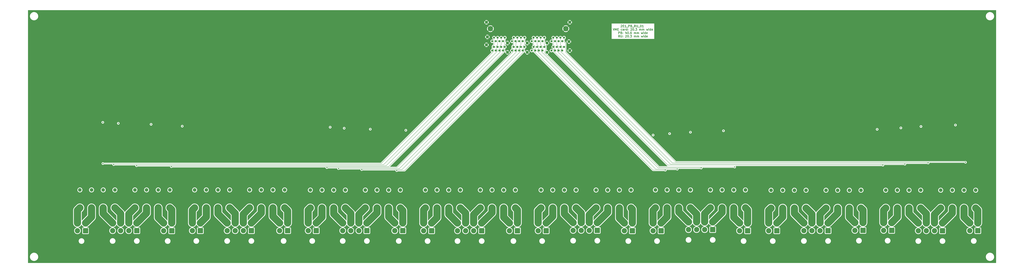
<source format=gbr>
G04 #@! TF.GenerationSoftware,KiCad,Pcbnew,(5.99.0-9973-gfb99c55869)*
G04 #@! TF.CreationDate,2021-09-10T21:28:04-07:00*
G04 #@! TF.ProjectId,2E1,3245312e-6b69-4636-9164-5f7063625858,rev?*
G04 #@! TF.SameCoordinates,Original*
G04 #@! TF.FileFunction,Copper,L1,Top*
G04 #@! TF.FilePolarity,Positive*
%FSLAX46Y46*%
G04 Gerber Fmt 4.6, Leading zero omitted, Abs format (unit mm)*
G04 Created by KiCad (PCBNEW (5.99.0-9973-gfb99c55869)) date 2021-09-10 21:28:04*
%MOMM*%
%LPD*%
G01*
G04 APERTURE LIST*
G04 Aperture macros list*
%AMRoundRect*
0 Rectangle with rounded corners*
0 $1 Rounding radius*
0 $2 $3 $4 $5 $6 $7 $8 $9 X,Y pos of 4 corners*
0 Add a 4 corners polygon primitive as box body*
4,1,4,$2,$3,$4,$5,$6,$7,$8,$9,$2,$3,0*
0 Add four circle primitives for the rounded corners*
1,1,$1+$1,$2,$3*
1,1,$1+$1,$4,$5*
1,1,$1+$1,$6,$7*
1,1,$1+$1,$8,$9*
0 Add four rect primitives between the rounded corners*
20,1,$1+$1,$2,$3,$4,$5,0*
20,1,$1+$1,$4,$5,$6,$7,0*
20,1,$1+$1,$6,$7,$8,$9,0*
20,1,$1+$1,$8,$9,$2,$3,0*%
G04 Aperture macros list end*
%ADD10C,0.300000*%
G04 #@! TA.AperFunction,NonConductor*
%ADD11C,0.300000*%
G04 #@! TD*
G04 #@! TA.AperFunction,ComponentPad*
%ADD12RoundRect,0.250002X1.599998X1.599998X-1.599998X1.599998X-1.599998X-1.599998X1.599998X-1.599998X0*%
G04 #@! TD*
G04 #@! TA.AperFunction,ComponentPad*
%ADD13C,3.700000*%
G04 #@! TD*
G04 #@! TA.AperFunction,ComponentPad*
%ADD14C,2.489200*%
G04 #@! TD*
G04 #@! TA.AperFunction,ComponentPad*
%ADD15C,1.473200*%
G04 #@! TD*
G04 #@! TA.AperFunction,ComponentPad*
%ADD16C,3.759200*%
G04 #@! TD*
G04 #@! TA.AperFunction,ComponentPad*
%ADD17C,2.082800*%
G04 #@! TD*
G04 #@! TA.AperFunction,ViaPad*
%ADD18C,0.800000*%
G04 #@! TD*
G04 #@! TA.AperFunction,Conductor*
%ADD19C,5.080000*%
G04 #@! TD*
G04 #@! TA.AperFunction,Conductor*
%ADD20C,0.203200*%
G04 #@! TD*
G04 APERTURE END LIST*
D10*
D11*
X496380571Y-161306928D02*
X496452000Y-161235500D01*
X496594857Y-161164071D01*
X496952000Y-161164071D01*
X497094857Y-161235500D01*
X497166285Y-161306928D01*
X497237714Y-161449785D01*
X497237714Y-161592642D01*
X497166285Y-161806928D01*
X496309142Y-162664071D01*
X497237714Y-162664071D01*
X497880571Y-161878357D02*
X498380571Y-161878357D01*
X498594857Y-162664071D02*
X497880571Y-162664071D01*
X497880571Y-161164071D01*
X498594857Y-161164071D01*
X500023428Y-162664071D02*
X499166285Y-162664071D01*
X499594857Y-162664071D02*
X499594857Y-161164071D01*
X499452000Y-161378357D01*
X499309142Y-161521214D01*
X499166285Y-161592642D01*
X500309142Y-162806928D02*
X501452000Y-162806928D01*
X501809142Y-162664071D02*
X501809142Y-161164071D01*
X502380571Y-161164071D01*
X502523428Y-161235500D01*
X502594857Y-161306928D01*
X502666285Y-161449785D01*
X502666285Y-161664071D01*
X502594857Y-161806928D01*
X502523428Y-161878357D01*
X502380571Y-161949785D01*
X501809142Y-161949785D01*
X503809142Y-161878357D02*
X504023428Y-161949785D01*
X504094857Y-162021214D01*
X504166285Y-162164071D01*
X504166285Y-162378357D01*
X504094857Y-162521214D01*
X504023428Y-162592642D01*
X503880571Y-162664071D01*
X503309142Y-162664071D01*
X503309142Y-161164071D01*
X503809142Y-161164071D01*
X503952000Y-161235500D01*
X504023428Y-161306928D01*
X504094857Y-161449785D01*
X504094857Y-161592642D01*
X504023428Y-161735500D01*
X503952000Y-161806928D01*
X503809142Y-161878357D01*
X503309142Y-161878357D01*
X504452000Y-162806928D02*
X505594857Y-162806928D01*
X506809142Y-162664071D02*
X506309142Y-161949785D01*
X505952000Y-162664071D02*
X505952000Y-161164071D01*
X506523428Y-161164071D01*
X506666285Y-161235500D01*
X506737714Y-161306928D01*
X506809142Y-161449785D01*
X506809142Y-161664071D01*
X506737714Y-161806928D01*
X506666285Y-161878357D01*
X506523428Y-161949785D01*
X505952000Y-161949785D01*
X507452000Y-161164071D02*
X507452000Y-162378357D01*
X507523428Y-162521214D01*
X507594857Y-162592642D01*
X507737714Y-162664071D01*
X508023428Y-162664071D01*
X508166285Y-162592642D01*
X508237714Y-162521214D01*
X508309142Y-162378357D01*
X508309142Y-161164071D01*
X508666285Y-162806928D02*
X509809142Y-162806928D01*
X510452000Y-161164071D02*
X510594857Y-161164071D01*
X510737714Y-161235500D01*
X510809142Y-161306928D01*
X510880571Y-161449785D01*
X510952000Y-161735500D01*
X510952000Y-162092642D01*
X510880571Y-162378357D01*
X510809142Y-162521214D01*
X510737714Y-162592642D01*
X510594857Y-162664071D01*
X510452000Y-162664071D01*
X510309142Y-162592642D01*
X510237714Y-162521214D01*
X510166285Y-162378357D01*
X510094857Y-162092642D01*
X510094857Y-161735500D01*
X510166285Y-161449785D01*
X510237714Y-161306928D01*
X510309142Y-161235500D01*
X510452000Y-161164071D01*
X512380571Y-162664071D02*
X511523428Y-162664071D01*
X511952000Y-162664071D02*
X511952000Y-161164071D01*
X511809142Y-161378357D01*
X511666285Y-161521214D01*
X511523428Y-161592642D01*
X490844857Y-163579071D02*
X491344857Y-165079071D01*
X491844857Y-163579071D01*
X492344857Y-165079071D02*
X492344857Y-163579071D01*
X492844857Y-164650500D01*
X493344857Y-163579071D01*
X493344857Y-165079071D01*
X494059142Y-164293357D02*
X494559142Y-164293357D01*
X494773428Y-165079071D02*
X494059142Y-165079071D01*
X494059142Y-163579071D01*
X494773428Y-163579071D01*
X497202000Y-165007642D02*
X497059142Y-165079071D01*
X496773428Y-165079071D01*
X496630571Y-165007642D01*
X496559142Y-164936214D01*
X496487714Y-164793357D01*
X496487714Y-164364785D01*
X496559142Y-164221928D01*
X496630571Y-164150500D01*
X496773428Y-164079071D01*
X497059142Y-164079071D01*
X497202000Y-164150500D01*
X498487714Y-165079071D02*
X498487714Y-164293357D01*
X498416285Y-164150500D01*
X498273428Y-164079071D01*
X497987714Y-164079071D01*
X497844857Y-164150500D01*
X498487714Y-165007642D02*
X498344857Y-165079071D01*
X497987714Y-165079071D01*
X497844857Y-165007642D01*
X497773428Y-164864785D01*
X497773428Y-164721928D01*
X497844857Y-164579071D01*
X497987714Y-164507642D01*
X498344857Y-164507642D01*
X498487714Y-164436214D01*
X499202000Y-165079071D02*
X499202000Y-164079071D01*
X499202000Y-164364785D02*
X499273428Y-164221928D01*
X499344857Y-164150500D01*
X499487714Y-164079071D01*
X499630571Y-164079071D01*
X500773428Y-165079071D02*
X500773428Y-163579071D01*
X500773428Y-165007642D02*
X500630571Y-165079071D01*
X500344857Y-165079071D01*
X500202000Y-165007642D01*
X500130571Y-164936214D01*
X500059142Y-164793357D01*
X500059142Y-164364785D01*
X500130571Y-164221928D01*
X500202000Y-164150500D01*
X500344857Y-164079071D01*
X500630571Y-164079071D01*
X500773428Y-164150500D01*
X501487714Y-164936214D02*
X501559142Y-165007642D01*
X501487714Y-165079071D01*
X501416285Y-165007642D01*
X501487714Y-164936214D01*
X501487714Y-165079071D01*
X501487714Y-164150500D02*
X501559142Y-164221928D01*
X501487714Y-164293357D01*
X501416285Y-164221928D01*
X501487714Y-164150500D01*
X501487714Y-164293357D01*
X503273428Y-163721928D02*
X503344857Y-163650500D01*
X503487714Y-163579071D01*
X503844857Y-163579071D01*
X503987714Y-163650500D01*
X504059142Y-163721928D01*
X504130571Y-163864785D01*
X504130571Y-164007642D01*
X504059142Y-164221928D01*
X503202000Y-165079071D01*
X504130571Y-165079071D01*
X505059142Y-163579071D02*
X505202000Y-163579071D01*
X505344857Y-163650500D01*
X505416285Y-163721928D01*
X505487714Y-163864785D01*
X505559142Y-164150500D01*
X505559142Y-164507642D01*
X505487714Y-164793357D01*
X505416285Y-164936214D01*
X505344857Y-165007642D01*
X505202000Y-165079071D01*
X505059142Y-165079071D01*
X504916285Y-165007642D01*
X504844857Y-164936214D01*
X504773428Y-164793357D01*
X504702000Y-164507642D01*
X504702000Y-164150500D01*
X504773428Y-163864785D01*
X504844857Y-163721928D01*
X504916285Y-163650500D01*
X505059142Y-163579071D01*
X506202000Y-164936214D02*
X506273428Y-165007642D01*
X506202000Y-165079071D01*
X506130571Y-165007642D01*
X506202000Y-164936214D01*
X506202000Y-165079071D01*
X506773428Y-163579071D02*
X507702000Y-163579071D01*
X507202000Y-164150500D01*
X507416285Y-164150500D01*
X507559142Y-164221928D01*
X507630571Y-164293357D01*
X507702000Y-164436214D01*
X507702000Y-164793357D01*
X507630571Y-164936214D01*
X507559142Y-165007642D01*
X507416285Y-165079071D01*
X506987714Y-165079071D01*
X506844857Y-165007642D01*
X506773428Y-164936214D01*
X509487714Y-165079071D02*
X509487714Y-164079071D01*
X509487714Y-164221928D02*
X509559142Y-164150500D01*
X509702000Y-164079071D01*
X509916285Y-164079071D01*
X510059142Y-164150500D01*
X510130571Y-164293357D01*
X510130571Y-165079071D01*
X510130571Y-164293357D02*
X510202000Y-164150500D01*
X510344857Y-164079071D01*
X510559142Y-164079071D01*
X510702000Y-164150500D01*
X510773428Y-164293357D01*
X510773428Y-165079071D01*
X511487714Y-165079071D02*
X511487714Y-164079071D01*
X511487714Y-164221928D02*
X511559142Y-164150500D01*
X511702000Y-164079071D01*
X511916285Y-164079071D01*
X512059142Y-164150500D01*
X512130571Y-164293357D01*
X512130571Y-165079071D01*
X512130571Y-164293357D02*
X512202000Y-164150500D01*
X512344857Y-164079071D01*
X512559142Y-164079071D01*
X512702000Y-164150500D01*
X512773428Y-164293357D01*
X512773428Y-165079071D01*
X514487714Y-164079071D02*
X514773428Y-165079071D01*
X515059142Y-164364785D01*
X515344857Y-165079071D01*
X515630571Y-164079071D01*
X516202000Y-165079071D02*
X516202000Y-164079071D01*
X516202000Y-163579071D02*
X516130571Y-163650500D01*
X516202000Y-163721928D01*
X516273428Y-163650500D01*
X516202000Y-163579071D01*
X516202000Y-163721928D01*
X517559142Y-165079071D02*
X517559142Y-163579071D01*
X517559142Y-165007642D02*
X517416285Y-165079071D01*
X517130571Y-165079071D01*
X516987714Y-165007642D01*
X516916285Y-164936214D01*
X516844857Y-164793357D01*
X516844857Y-164364785D01*
X516916285Y-164221928D01*
X516987714Y-164150500D01*
X517130571Y-164079071D01*
X517416285Y-164079071D01*
X517559142Y-164150500D01*
X518844857Y-165007642D02*
X518702000Y-165079071D01*
X518416285Y-165079071D01*
X518273428Y-165007642D01*
X518202000Y-164864785D01*
X518202000Y-164293357D01*
X518273428Y-164150500D01*
X518416285Y-164079071D01*
X518702000Y-164079071D01*
X518844857Y-164150500D01*
X518916285Y-164293357D01*
X518916285Y-164436214D01*
X518202000Y-164579071D01*
X494773428Y-167494071D02*
X494773428Y-165994071D01*
X495344857Y-165994071D01*
X495487714Y-166065500D01*
X495559142Y-166136928D01*
X495630571Y-166279785D01*
X495630571Y-166494071D01*
X495559142Y-166636928D01*
X495487714Y-166708357D01*
X495344857Y-166779785D01*
X494773428Y-166779785D01*
X496773428Y-166708357D02*
X496987714Y-166779785D01*
X497059142Y-166851214D01*
X497130571Y-166994071D01*
X497130571Y-167208357D01*
X497059142Y-167351214D01*
X496987714Y-167422642D01*
X496844857Y-167494071D01*
X496273428Y-167494071D01*
X496273428Y-165994071D01*
X496773428Y-165994071D01*
X496916285Y-166065500D01*
X496987714Y-166136928D01*
X497059142Y-166279785D01*
X497059142Y-166422642D01*
X496987714Y-166565500D01*
X496916285Y-166636928D01*
X496773428Y-166708357D01*
X496273428Y-166708357D01*
X497773428Y-167351214D02*
X497844857Y-167422642D01*
X497773428Y-167494071D01*
X497702000Y-167422642D01*
X497773428Y-167351214D01*
X497773428Y-167494071D01*
X497773428Y-166565500D02*
X497844857Y-166636928D01*
X497773428Y-166708357D01*
X497702000Y-166636928D01*
X497773428Y-166565500D01*
X497773428Y-166708357D01*
X500273428Y-166494071D02*
X500273428Y-167494071D01*
X499916285Y-165922642D02*
X499559142Y-166994071D01*
X500487714Y-166994071D01*
X501344857Y-165994071D02*
X501487714Y-165994071D01*
X501630571Y-166065500D01*
X501702000Y-166136928D01*
X501773428Y-166279785D01*
X501844857Y-166565500D01*
X501844857Y-166922642D01*
X501773428Y-167208357D01*
X501702000Y-167351214D01*
X501630571Y-167422642D01*
X501487714Y-167494071D01*
X501344857Y-167494071D01*
X501202000Y-167422642D01*
X501130571Y-167351214D01*
X501059142Y-167208357D01*
X500987714Y-166922642D01*
X500987714Y-166565500D01*
X501059142Y-166279785D01*
X501130571Y-166136928D01*
X501202000Y-166065500D01*
X501344857Y-165994071D01*
X502487714Y-167351214D02*
X502559142Y-167422642D01*
X502487714Y-167494071D01*
X502416285Y-167422642D01*
X502487714Y-167351214D01*
X502487714Y-167494071D01*
X503844857Y-165994071D02*
X503559142Y-165994071D01*
X503416285Y-166065500D01*
X503344857Y-166136928D01*
X503202000Y-166351214D01*
X503130571Y-166636928D01*
X503130571Y-167208357D01*
X503202000Y-167351214D01*
X503273428Y-167422642D01*
X503416285Y-167494071D01*
X503702000Y-167494071D01*
X503844857Y-167422642D01*
X503916285Y-167351214D01*
X503987714Y-167208357D01*
X503987714Y-166851214D01*
X503916285Y-166708357D01*
X503844857Y-166636928D01*
X503702000Y-166565500D01*
X503416285Y-166565500D01*
X503273428Y-166636928D01*
X503202000Y-166708357D01*
X503130571Y-166851214D01*
X505773428Y-167494071D02*
X505773428Y-166494071D01*
X505773428Y-166636928D02*
X505844857Y-166565500D01*
X505987714Y-166494071D01*
X506202000Y-166494071D01*
X506344857Y-166565500D01*
X506416285Y-166708357D01*
X506416285Y-167494071D01*
X506416285Y-166708357D02*
X506487714Y-166565500D01*
X506630571Y-166494071D01*
X506844857Y-166494071D01*
X506987714Y-166565500D01*
X507059142Y-166708357D01*
X507059142Y-167494071D01*
X507773428Y-167494071D02*
X507773428Y-166494071D01*
X507773428Y-166636928D02*
X507844857Y-166565500D01*
X507987714Y-166494071D01*
X508202000Y-166494071D01*
X508344857Y-166565500D01*
X508416285Y-166708357D01*
X508416285Y-167494071D01*
X508416285Y-166708357D02*
X508487714Y-166565500D01*
X508630571Y-166494071D01*
X508844857Y-166494071D01*
X508987714Y-166565500D01*
X509059142Y-166708357D01*
X509059142Y-167494071D01*
X510773428Y-166494071D02*
X511059142Y-167494071D01*
X511344857Y-166779785D01*
X511630571Y-167494071D01*
X511916285Y-166494071D01*
X512487714Y-167494071D02*
X512487714Y-166494071D01*
X512487714Y-165994071D02*
X512416285Y-166065500D01*
X512487714Y-166136928D01*
X512559142Y-166065500D01*
X512487714Y-165994071D01*
X512487714Y-166136928D01*
X513844857Y-167494071D02*
X513844857Y-165994071D01*
X513844857Y-167422642D02*
X513702000Y-167494071D01*
X513416285Y-167494071D01*
X513273428Y-167422642D01*
X513202000Y-167351214D01*
X513130571Y-167208357D01*
X513130571Y-166779785D01*
X513202000Y-166636928D01*
X513273428Y-166565500D01*
X513416285Y-166494071D01*
X513702000Y-166494071D01*
X513844857Y-166565500D01*
X515130571Y-167422642D02*
X514987714Y-167494071D01*
X514702000Y-167494071D01*
X514559142Y-167422642D01*
X514487714Y-167279785D01*
X514487714Y-166708357D01*
X514559142Y-166565500D01*
X514702000Y-166494071D01*
X514987714Y-166494071D01*
X515130571Y-166565500D01*
X515202000Y-166708357D01*
X515202000Y-166851214D01*
X514487714Y-166994071D01*
X495594857Y-169909071D02*
X495094857Y-169194785D01*
X494737714Y-169909071D02*
X494737714Y-168409071D01*
X495309142Y-168409071D01*
X495452000Y-168480500D01*
X495523428Y-168551928D01*
X495594857Y-168694785D01*
X495594857Y-168909071D01*
X495523428Y-169051928D01*
X495452000Y-169123357D01*
X495309142Y-169194785D01*
X494737714Y-169194785D01*
X496237714Y-168409071D02*
X496237714Y-169623357D01*
X496309142Y-169766214D01*
X496380571Y-169837642D01*
X496523428Y-169909071D01*
X496809142Y-169909071D01*
X496952000Y-169837642D01*
X497023428Y-169766214D01*
X497094857Y-169623357D01*
X497094857Y-168409071D01*
X497809142Y-169766214D02*
X497880571Y-169837642D01*
X497809142Y-169909071D01*
X497737714Y-169837642D01*
X497809142Y-169766214D01*
X497809142Y-169909071D01*
X497809142Y-168980500D02*
X497880571Y-169051928D01*
X497809142Y-169123357D01*
X497737714Y-169051928D01*
X497809142Y-168980500D01*
X497809142Y-169123357D01*
X499594857Y-168551928D02*
X499666285Y-168480500D01*
X499809142Y-168409071D01*
X500166285Y-168409071D01*
X500309142Y-168480500D01*
X500380571Y-168551928D01*
X500452000Y-168694785D01*
X500452000Y-168837642D01*
X500380571Y-169051928D01*
X499523428Y-169909071D01*
X500452000Y-169909071D01*
X501380571Y-168409071D02*
X501523428Y-168409071D01*
X501666285Y-168480500D01*
X501737714Y-168551928D01*
X501809142Y-168694785D01*
X501880571Y-168980500D01*
X501880571Y-169337642D01*
X501809142Y-169623357D01*
X501737714Y-169766214D01*
X501666285Y-169837642D01*
X501523428Y-169909071D01*
X501380571Y-169909071D01*
X501237714Y-169837642D01*
X501166285Y-169766214D01*
X501094857Y-169623357D01*
X501023428Y-169337642D01*
X501023428Y-168980500D01*
X501094857Y-168694785D01*
X501166285Y-168551928D01*
X501237714Y-168480500D01*
X501380571Y-168409071D01*
X502523428Y-169766214D02*
X502594857Y-169837642D01*
X502523428Y-169909071D01*
X502452000Y-169837642D01*
X502523428Y-169766214D01*
X502523428Y-169909071D01*
X503094857Y-168409071D02*
X504023428Y-168409071D01*
X503523428Y-168980500D01*
X503737714Y-168980500D01*
X503880571Y-169051928D01*
X503952000Y-169123357D01*
X504023428Y-169266214D01*
X504023428Y-169623357D01*
X503952000Y-169766214D01*
X503880571Y-169837642D01*
X503737714Y-169909071D01*
X503309142Y-169909071D01*
X503166285Y-169837642D01*
X503094857Y-169766214D01*
X505809142Y-169909071D02*
X505809142Y-168909071D01*
X505809142Y-169051928D02*
X505880571Y-168980500D01*
X506023428Y-168909071D01*
X506237714Y-168909071D01*
X506380571Y-168980500D01*
X506452000Y-169123357D01*
X506452000Y-169909071D01*
X506452000Y-169123357D02*
X506523428Y-168980500D01*
X506666285Y-168909071D01*
X506880571Y-168909071D01*
X507023428Y-168980500D01*
X507094857Y-169123357D01*
X507094857Y-169909071D01*
X507809142Y-169909071D02*
X507809142Y-168909071D01*
X507809142Y-169051928D02*
X507880571Y-168980500D01*
X508023428Y-168909071D01*
X508237714Y-168909071D01*
X508380571Y-168980500D01*
X508452000Y-169123357D01*
X508452000Y-169909071D01*
X508452000Y-169123357D02*
X508523428Y-168980500D01*
X508666285Y-168909071D01*
X508880571Y-168909071D01*
X509023428Y-168980500D01*
X509094857Y-169123357D01*
X509094857Y-169909071D01*
X510809142Y-168909071D02*
X511094857Y-169909071D01*
X511380571Y-169194785D01*
X511666285Y-169909071D01*
X511952000Y-168909071D01*
X512523428Y-169909071D02*
X512523428Y-168909071D01*
X512523428Y-168409071D02*
X512452000Y-168480500D01*
X512523428Y-168551928D01*
X512594857Y-168480500D01*
X512523428Y-168409071D01*
X512523428Y-168551928D01*
X513880571Y-169909071D02*
X513880571Y-168409071D01*
X513880571Y-169837642D02*
X513737714Y-169909071D01*
X513452000Y-169909071D01*
X513309142Y-169837642D01*
X513237714Y-169766214D01*
X513166285Y-169623357D01*
X513166285Y-169194785D01*
X513237714Y-169051928D01*
X513309142Y-168980500D01*
X513452000Y-168909071D01*
X513737714Y-168909071D01*
X513880571Y-168980500D01*
X515166285Y-169837642D02*
X515023428Y-169909071D01*
X514737714Y-169909071D01*
X514594857Y-169837642D01*
X514523428Y-169694785D01*
X514523428Y-169123357D01*
X514594857Y-168980500D01*
X514737714Y-168909071D01*
X515023428Y-168909071D01*
X515166285Y-168980500D01*
X515237714Y-169123357D01*
X515237714Y-169266214D01*
X514523428Y-169409071D01*
D12*
G04 #@! TO.P,J5_1,1,Pin_1*
G04 #@! TO.N,Net-(J1-Pad41)*
X362514000Y-307129000D03*
D13*
G04 #@! TO.P,J5_1,2,Pin_2*
G04 #@! TO.N,Net-(J5_1-Pad2)*
X356814000Y-307129000D03*
G04 #@! TO.P,J5_1,3,Pin_3*
G04 #@! TO.N,Net-(J1-Pad42)*
X362514000Y-301629000D03*
G04 #@! TO.P,J5_1,4,Pin_4*
G04 #@! TO.N,Net-(J5_1-Pad4)*
X356814000Y-301629000D03*
G04 #@! TD*
D12*
G04 #@! TO.P,J2_3,1,Pin_1*
G04 #@! TO.N,Net-(J1-Pad50)*
X178674000Y-307129000D03*
D13*
G04 #@! TO.P,J2_3,2,Pin_2*
G04 #@! TO.N,Net-(J2_3-Pad2)*
X172974000Y-307129000D03*
G04 #@! TO.P,J2_3,3,Pin_3*
G04 #@! TO.N,Net-(J1-Pad49)*
X178674000Y-301629000D03*
G04 #@! TO.P,J2_3,4,Pin_4*
G04 #@! TO.N,Net-(J2_3-Pad4)*
X172974000Y-301629000D03*
G04 #@! TD*
D12*
G04 #@! TO.P,J9_1,1,Pin_1*
G04 #@! TO.N,Net-(J1-Pad8)*
X687944000Y-306875000D03*
D13*
G04 #@! TO.P,J9_1,2,Pin_2*
G04 #@! TO.N,Net-(J9_1-Pad2)*
X682244000Y-306875000D03*
G04 #@! TO.P,J9_1,3,Pin_3*
G04 #@! TO.N,Net-(J1-Pad7)*
X687944000Y-301375000D03*
G04 #@! TO.P,J9_1,4,Pin_4*
G04 #@! TO.N,Net-(J9_1-Pad4)*
X682244000Y-301375000D03*
G04 #@! TD*
D14*
G04 #@! TO.P,J6_0_1,1,Pin_1*
G04 #@! TO.N,Net-(J6_2-Pad7)*
X464700874Y-290949888D03*
G04 #@! TO.P,J6_0_1,2,Pin_2*
G04 #@! TO.N,Net-(J6_2-Pad3)*
X464700874Y-278249888D03*
G04 #@! TO.P,J6_0_1,3,Pin_3*
G04 #@! TO.N,Net-(J1-Pad28)*
X456445874Y-290949888D03*
G04 #@! TO.P,J6_0_1,4,Pin_4*
G04 #@! TO.N,Net-(J1-Pad27)*
X456445874Y-278249888D03*
G04 #@! TO.P,J6_0_1,5,Pin_5*
G04 #@! TO.N,Net-(J1-Pad26)*
X448190874Y-290949888D03*
G04 #@! TO.P,J6_0_1,6,Pin_6*
G04 #@! TO.N,Net-(J1-Pad25)*
X448190874Y-278249888D03*
G04 #@! TO.P,J6_0_1,7,Pin_7*
G04 #@! TO.N,Net-(J6_1-Pad4)*
X439935874Y-290949888D03*
G04 #@! TO.P,J6_0_1,8,Pin_8*
G04 #@! TO.N,Net-(J6_1-Pad2)*
X439935874Y-278249888D03*
G04 #@! TD*
G04 #@! TO.P,J8_0_1,1,Pin_1*
G04 #@! TO.N,Net-(J8_2-Pad7)*
X627370856Y-291089842D03*
G04 #@! TO.P,J8_0_1,2,Pin_2*
G04 #@! TO.N,Net-(J8_2-Pad3)*
X627370856Y-278389842D03*
G04 #@! TO.P,J8_0_1,3,Pin_3*
G04 #@! TO.N,Net-(J1-Pad12)*
X619115856Y-291089842D03*
G04 #@! TO.P,J8_0_1,4,Pin_4*
G04 #@! TO.N,Net-(J1-Pad11)*
X619115856Y-278389842D03*
G04 #@! TO.P,J8_0_1,5,Pin_5*
G04 #@! TO.N,Net-(J1-Pad10)*
X610860856Y-291089842D03*
G04 #@! TO.P,J8_0_1,6,Pin_6*
G04 #@! TO.N,Net-(J1-Pad9)*
X610860856Y-278389842D03*
G04 #@! TO.P,J8_0_1,7,Pin_7*
G04 #@! TO.N,Net-(J8_1-Pad4)*
X602605856Y-291089842D03*
G04 #@! TO.P,J8_0_1,8,Pin_8*
G04 #@! TO.N,Net-(J8_1-Pad2)*
X602605856Y-278389842D03*
G04 #@! TD*
D12*
G04 #@! TO.P,J3_3,1,Pin_1*
G04 #@! TO.N,Net-(J1-Pad63)*
X260660000Y-307086000D03*
D13*
G04 #@! TO.P,J3_3,2,Pin_2*
G04 #@! TO.N,Net-(J3_3-Pad2)*
X254960000Y-307086000D03*
G04 #@! TO.P,J3_3,3,Pin_3*
G04 #@! TO.N,Net-(J1-Pad64)*
X260660000Y-301586000D03*
G04 #@! TO.P,J3_3,4,Pin_4*
G04 #@! TO.N,Net-(J3_3-Pad4)*
X254960000Y-301586000D03*
G04 #@! TD*
D14*
G04 #@! TO.P,J7_0_2,1,Pin_1*
G04 #@! TO.N,Net-(J1-Pad17)*
X584499974Y-290910010D03*
G04 #@! TO.P,J7_0_2,2,Pin_2*
G04 #@! TO.N,Net-(J1-Pad18)*
X584499974Y-278210010D03*
G04 #@! TO.P,J7_0_2,3,Pin_3*
G04 #@! TO.N,Net-(J7_3-Pad4)*
X576244974Y-290910010D03*
G04 #@! TO.P,J7_0_2,4,Pin_4*
G04 #@! TO.N,Net-(J7_3-Pad2)*
X576244974Y-278210010D03*
G04 #@! TO.P,J7_0_2,5,Pin_5*
G04 #@! TO.N,Net-(J7_2-Pad5)*
X567989974Y-290910010D03*
G04 #@! TO.P,J7_0_2,6,Pin_6*
G04 #@! TO.N,Net-(J7_2-Pad1)*
X567989974Y-278210010D03*
G04 #@! TO.P,J7_0_2,7,Pin_7*
G04 #@! TO.N,Net-(J1-Pad19)*
X559734974Y-290910010D03*
G04 #@! TO.P,J7_0_2,8,Pin_8*
G04 #@! TO.N,Net-(J1-Pad20)*
X559734974Y-278210010D03*
G04 #@! TD*
D12*
G04 #@! TO.P,J3_1,1,Pin_1*
G04 #@! TO.N,Net-(J1-Pad57)*
X198938000Y-307086000D03*
D13*
G04 #@! TO.P,J3_1,2,Pin_2*
G04 #@! TO.N,Net-(J3_1-Pad2)*
X193238000Y-307086000D03*
G04 #@! TO.P,J3_1,3,Pin_3*
G04 #@! TO.N,Net-(J1-Pad58)*
X198938000Y-301586000D03*
G04 #@! TO.P,J3_1,4,Pin_4*
G04 #@! TO.N,Net-(J3_1-Pad4)*
X193238000Y-301586000D03*
G04 #@! TD*
D12*
G04 #@! TO.P,J4_3,1,Pin_1*
G04 #@! TO.N,Net-(J1-Pad34)*
X342138000Y-307086000D03*
D13*
G04 #@! TO.P,J4_3,2,Pin_2*
G04 #@! TO.N,Net-(J4_3-Pad2)*
X336438000Y-307086000D03*
G04 #@! TO.P,J4_3,3,Pin_3*
G04 #@! TO.N,Net-(J1-Pad33)*
X342138000Y-301586000D03*
G04 #@! TO.P,J4_3,4,Pin_4*
G04 #@! TO.N,Net-(J4_3-Pad4)*
X336438000Y-301586000D03*
G04 #@! TD*
D12*
G04 #@! TO.P,J9_3,1,Pin_1*
G04 #@! TO.N,Net-(J1-Pad2)*
X748848000Y-307086000D03*
D13*
G04 #@! TO.P,J9_3,2,Pin_2*
G04 #@! TO.N,Net-(J9_3-Pad2)*
X743148000Y-307086000D03*
G04 #@! TO.P,J9_3,3,Pin_3*
G04 #@! TO.N,Net-(J1-Pad1)*
X748848000Y-301586000D03*
G04 #@! TO.P,J9_3,4,Pin_4*
G04 #@! TO.N,Net-(J9_3-Pad4)*
X743148000Y-301586000D03*
G04 #@! TD*
D14*
G04 #@! TO.P,J8_0_2,1,Pin_1*
G04 #@! TO.N,Net-(J1-Pad16)*
X666260796Y-291089842D03*
G04 #@! TO.P,J8_0_2,2,Pin_2*
G04 #@! TO.N,Net-(J1-Pad15)*
X666260796Y-278389842D03*
G04 #@! TO.P,J8_0_2,3,Pin_3*
G04 #@! TO.N,Net-(J8_3-Pad4)*
X658005796Y-291089842D03*
G04 #@! TO.P,J8_0_2,4,Pin_4*
G04 #@! TO.N,Net-(J8_3-Pad2)*
X658005796Y-278389842D03*
G04 #@! TO.P,J8_0_2,5,Pin_5*
G04 #@! TO.N,Net-(J8_2-Pad5)*
X649750796Y-291089842D03*
G04 #@! TO.P,J8_0_2,6,Pin_6*
G04 #@! TO.N,Net-(J8_2-Pad1)*
X649750796Y-278389842D03*
G04 #@! TO.P,J8_0_2,7,Pin_7*
G04 #@! TO.N,Net-(J1-Pad14)*
X641495796Y-291089842D03*
G04 #@! TO.P,J8_0_2,8,Pin_8*
G04 #@! TO.N,Net-(J1-Pad13)*
X641495796Y-278389842D03*
G04 #@! TD*
G04 #@! TO.P,J9_0_2,1,Pin_1*
G04 #@! TO.N,Net-(J1-Pad1)*
X747370870Y-291059870D03*
G04 #@! TO.P,J9_0_2,2,Pin_2*
G04 #@! TO.N,Net-(J1-Pad2)*
X747370870Y-278359870D03*
G04 #@! TO.P,J9_0_2,3,Pin_3*
G04 #@! TO.N,Net-(J9_3-Pad4)*
X739115870Y-291059870D03*
G04 #@! TO.P,J9_0_2,4,Pin_4*
G04 #@! TO.N,Net-(J9_3-Pad2)*
X739115870Y-278359870D03*
G04 #@! TO.P,J9_0_2,5,Pin_5*
G04 #@! TO.N,Net-(J9_2-Pad5)*
X730860870Y-291059870D03*
G04 #@! TO.P,J9_0_2,6,Pin_6*
G04 #@! TO.N,Net-(J9_2-Pad1)*
X730860870Y-278359870D03*
G04 #@! TO.P,J9_0_2,7,Pin_7*
G04 #@! TO.N,Net-(J1-Pad3)*
X722605870Y-291059870D03*
G04 #@! TO.P,J9_0_2,8,Pin_8*
G04 #@! TO.N,Net-(J1-Pad4)*
X722605870Y-278359870D03*
G04 #@! TD*
D12*
G04 #@! TO.P,J2_1,1,Pin_1*
G04 #@! TO.N,Net-(J1-Pad56)*
X117714000Y-307129000D03*
D13*
G04 #@! TO.P,J2_1,2,Pin_2*
G04 #@! TO.N,Net-(J2_1-Pad2)*
X112014000Y-307129000D03*
G04 #@! TO.P,J2_1,3,Pin_3*
G04 #@! TO.N,Net-(J1-Pad55)*
X117714000Y-301629000D03*
G04 #@! TO.P,J2_1,4,Pin_4*
G04 #@! TO.N,Net-(J2_1-Pad4)*
X112014000Y-301629000D03*
G04 #@! TD*
D15*
G04 #@! TO.P,J1,1,Pin_1*
G04 #@! TO.N,Net-(J1-Pad1)*
X456184000Y-170180000D03*
G04 #@! TO.P,J1,2,Pin_2*
G04 #@! TO.N,Net-(J1-Pad2)*
X454914000Y-172720000D03*
G04 #@! TO.P,J1,3,Pin_3*
G04 #@! TO.N,Net-(J1-Pad3)*
X453644000Y-170180000D03*
G04 #@! TO.P,J1,4,Pin_4*
G04 #@! TO.N,Net-(J1-Pad4)*
X452374000Y-172720000D03*
G04 #@! TO.P,J1,5,Pin_5*
G04 #@! TO.N,Net-(J1-Pad5)*
X451104000Y-170180000D03*
G04 #@! TO.P,J1,6,Pin_6*
G04 #@! TO.N,Net-(J1-Pad6)*
X449834000Y-172720000D03*
G04 #@! TO.P,J1,7,Pin_7*
G04 #@! TO.N,Net-(J1-Pad7)*
X448564000Y-170180000D03*
G04 #@! TO.P,J1,8,Pin_8*
G04 #@! TO.N,Net-(J1-Pad8)*
X447294000Y-172720000D03*
G04 #@! TO.P,J1,9,Pin_9*
G04 #@! TO.N,Net-(J1-Pad9)*
X447294000Y-179324000D03*
G04 #@! TO.P,J1,10,Pin_10*
G04 #@! TO.N,Net-(J1-Pad10)*
X448564000Y-176784000D03*
G04 #@! TO.P,J1,11,Pin_11*
G04 #@! TO.N,Net-(J1-Pad11)*
X449834000Y-179324000D03*
G04 #@! TO.P,J1,12,Pin_12*
G04 #@! TO.N,Net-(J1-Pad12)*
X451104000Y-176784000D03*
G04 #@! TO.P,J1,13,Pin_13*
G04 #@! TO.N,Net-(J1-Pad13)*
X452374000Y-179324000D03*
G04 #@! TO.P,J1,14,Pin_14*
G04 #@! TO.N,Net-(J1-Pad14)*
X453644000Y-176784000D03*
G04 #@! TO.P,J1,15,Pin_15*
G04 #@! TO.N,Net-(J1-Pad15)*
X454914000Y-179324000D03*
G04 #@! TO.P,J1,16,Pin_16*
G04 #@! TO.N,Net-(J1-Pad16)*
X456184000Y-176784000D03*
G04 #@! TO.P,J1,17,Pin_17*
G04 #@! TO.N,Net-(J1-Pad17)*
X442214000Y-170180000D03*
G04 #@! TO.P,J1,18,Pin_18*
G04 #@! TO.N,Net-(J1-Pad18)*
X440944000Y-172720000D03*
G04 #@! TO.P,J1,19,Pin_19*
G04 #@! TO.N,Net-(J1-Pad19)*
X439674000Y-170180000D03*
G04 #@! TO.P,J1,20,Pin_20*
G04 #@! TO.N,Net-(J1-Pad20)*
X438404000Y-172720000D03*
G04 #@! TO.P,J1,21,Pin_21*
G04 #@! TO.N,Net-(J1-Pad21)*
X437134000Y-170180000D03*
G04 #@! TO.P,J1,22,Pin_22*
G04 #@! TO.N,Net-(J1-Pad22)*
X435864000Y-172720000D03*
G04 #@! TO.P,J1,23,Pin_23*
G04 #@! TO.N,Net-(J1-Pad23)*
X434594000Y-170180000D03*
G04 #@! TO.P,J1,24,Pin_24*
G04 #@! TO.N,Net-(J1-Pad24)*
X433324000Y-172720000D03*
G04 #@! TO.P,J1,25,Pin_25*
G04 #@! TO.N,Net-(J1-Pad25)*
X433324000Y-179324000D03*
G04 #@! TO.P,J1,26,Pin_26*
G04 #@! TO.N,Net-(J1-Pad26)*
X434594000Y-176784000D03*
G04 #@! TO.P,J1,27,Pin_27*
G04 #@! TO.N,Net-(J1-Pad27)*
X435864000Y-179324000D03*
G04 #@! TO.P,J1,28,Pin_28*
G04 #@! TO.N,Net-(J1-Pad28)*
X437134000Y-176784000D03*
G04 #@! TO.P,J1,29,Pin_29*
G04 #@! TO.N,Net-(J1-Pad29)*
X438404000Y-179324000D03*
G04 #@! TO.P,J1,30,Pin_30*
G04 #@! TO.N,Net-(J1-Pad30)*
X439674000Y-176784000D03*
G04 #@! TO.P,J1,31,Pin_31*
G04 #@! TO.N,Net-(J1-Pad31)*
X440944000Y-179324000D03*
G04 #@! TO.P,J1,32,Pin_32*
G04 #@! TO.N,Net-(J1-Pad32)*
X442214000Y-176784000D03*
G04 #@! TO.P,J1,33,Pin_33*
G04 #@! TO.N,Net-(J1-Pad33)*
X428244000Y-170180000D03*
G04 #@! TO.P,J1,34,Pin_34*
G04 #@! TO.N,Net-(J1-Pad34)*
X426974000Y-172720000D03*
G04 #@! TO.P,J1,35,Pin_35*
G04 #@! TO.N,Net-(J1-Pad35)*
X425704000Y-170180000D03*
G04 #@! TO.P,J1,36,Pin_36*
G04 #@! TO.N,Net-(J1-Pad36)*
X424434000Y-172720000D03*
G04 #@! TO.P,J1,37,Pin_37*
G04 #@! TO.N,Net-(J1-Pad37)*
X423164000Y-170180000D03*
G04 #@! TO.P,J1,38,Pin_38*
G04 #@! TO.N,Net-(J1-Pad38)*
X421894000Y-172720000D03*
G04 #@! TO.P,J1,39,Pin_39*
G04 #@! TO.N,Net-(J1-Pad39)*
X420624000Y-170180000D03*
G04 #@! TO.P,J1,40,Pin_40*
G04 #@! TO.N,Net-(J1-Pad40)*
X419354000Y-172720000D03*
G04 #@! TO.P,J1,41,Pin_41*
G04 #@! TO.N,Net-(J1-Pad41)*
X419354000Y-179324000D03*
G04 #@! TO.P,J1,42,Pin_42*
G04 #@! TO.N,Net-(J1-Pad42)*
X420624000Y-176784000D03*
G04 #@! TO.P,J1,43,Pin_43*
G04 #@! TO.N,Net-(J1-Pad43)*
X421894000Y-179324000D03*
G04 #@! TO.P,J1,44,Pin_44*
G04 #@! TO.N,Net-(J1-Pad44)*
X423164000Y-176784000D03*
G04 #@! TO.P,J1,45,Pin_45*
G04 #@! TO.N,Net-(J1-Pad45)*
X424434000Y-179324000D03*
G04 #@! TO.P,J1,46,Pin_46*
G04 #@! TO.N,Net-(J1-Pad46)*
X425704000Y-176784000D03*
G04 #@! TO.P,J1,47,Pin_47*
G04 #@! TO.N,Net-(J1-Pad47)*
X426974000Y-179324000D03*
G04 #@! TO.P,J1,48,Pin_48*
G04 #@! TO.N,Net-(J1-Pad48)*
X428244000Y-176784000D03*
G04 #@! TO.P,J1,49,Pin_49*
G04 #@! TO.N,Net-(J1-Pad49)*
X414274000Y-170180000D03*
G04 #@! TO.P,J1,50,Pin_50*
G04 #@! TO.N,Net-(J1-Pad50)*
X413004000Y-172720000D03*
G04 #@! TO.P,J1,51,Pin_51*
G04 #@! TO.N,Net-(J1-Pad51)*
X411734000Y-170180000D03*
G04 #@! TO.P,J1,52,Pin_52*
G04 #@! TO.N,Net-(J1-Pad52)*
X410464000Y-172720000D03*
G04 #@! TO.P,J1,53,Pin_53*
G04 #@! TO.N,Net-(J1-Pad53)*
X409194000Y-170180000D03*
G04 #@! TO.P,J1,54,Pin_54*
G04 #@! TO.N,Net-(J1-Pad54)*
X407924000Y-172720000D03*
G04 #@! TO.P,J1,55,Pin_55*
G04 #@! TO.N,Net-(J1-Pad55)*
X406654000Y-170180000D03*
G04 #@! TO.P,J1,56,Pin_56*
G04 #@! TO.N,Net-(J1-Pad56)*
X405384000Y-172720000D03*
G04 #@! TO.P,J1,57,Pin_57*
G04 #@! TO.N,Net-(J1-Pad57)*
X405384000Y-179324000D03*
G04 #@! TO.P,J1,58,Pin_58*
G04 #@! TO.N,Net-(J1-Pad58)*
X406654000Y-176784000D03*
G04 #@! TO.P,J1,59,Pin_59*
G04 #@! TO.N,Net-(J1-Pad59)*
X407924000Y-179324000D03*
G04 #@! TO.P,J1,60,Pin_60*
G04 #@! TO.N,Net-(J1-Pad60)*
X409194000Y-176784000D03*
G04 #@! TO.P,J1,61,Pin_61*
G04 #@! TO.N,Net-(J1-Pad61)*
X410464000Y-179324000D03*
G04 #@! TO.P,J1,62,Pin_62*
G04 #@! TO.N,Net-(J1-Pad62)*
X411734000Y-176784000D03*
G04 #@! TO.P,J1,63,Pin_63*
G04 #@! TO.N,Net-(J1-Pad63)*
X413004000Y-179324000D03*
G04 #@! TO.P,J1,64,Pin_64*
G04 #@! TO.N,Net-(J1-Pad64)*
X414274000Y-176784000D03*
D16*
G04 #@! TO.P,J1,65,Pin_65*
G04 #@! TO.N,GND*
X457454000Y-163830000D03*
G04 #@! TO.P,J1,66,Pin_66*
X404114000Y-163830000D03*
D17*
G04 #@! TO.P,J1,67,Pin_67*
X460248000Y-179324000D03*
G04 #@! TO.P,J1,68,Pin_68*
X444119000Y-180594000D03*
G04 #@! TO.P,J1,69,Pin_69*
X430149000Y-180594000D03*
G04 #@! TO.P,J1,70,Pin_70*
X416179000Y-180594000D03*
G04 #@! TO.P,J1,71,Pin_71*
X401320000Y-175260000D03*
G04 #@! TO.P,J1,72,Pin_72*
X459613000Y-172974000D03*
G04 #@! TO.P,J1,73,Pin_73*
X444119000Y-173990000D03*
G04 #@! TO.P,J1,74,Pin_74*
X430149000Y-173990000D03*
G04 #@! TO.P,J1,75,Pin_75*
X416179000Y-173990000D03*
G04 #@! TO.P,J1,76,Pin_76*
X401955000Y-169672000D03*
G04 #@! TO.P,J1,77,Pin_77*
X460248000Y-159258000D03*
G04 #@! TO.P,J1,78,Pin_78*
X401320000Y-159258000D03*
G04 #@! TD*
D12*
G04 #@! TO.P,J7_2,1,Pin_1*
G04 #@! TO.N,Net-(J7_2-Pad1)*
X561340000Y-306324000D03*
D13*
G04 #@! TO.P,J7_2,2,Pin_2*
G04 #@! TO.N,Net-(J1-Pad20)*
X555640000Y-306324000D03*
G04 #@! TO.P,J7_2,3,Pin_3*
G04 #@! TO.N,Net-(J7_2-Pad3)*
X549940000Y-306324000D03*
G04 #@! TO.P,J7_2,4,Pin_4*
G04 #@! TO.N,Net-(J1-Pad22)*
X544240000Y-306324000D03*
G04 #@! TO.P,J7_2,5,Pin_5*
G04 #@! TO.N,Net-(J7_2-Pad5)*
X561340000Y-300824000D03*
G04 #@! TO.P,J7_2,6,Pin_6*
G04 #@! TO.N,Net-(J1-Pad19)*
X555640000Y-300824000D03*
G04 #@! TO.P,J7_2,7,Pin_7*
G04 #@! TO.N,Net-(J7_2-Pad7)*
X549940000Y-300824000D03*
G04 #@! TO.P,J7_2,8,Pin_8*
G04 #@! TO.N,Net-(J1-Pad21)*
X544240000Y-300824000D03*
G04 #@! TD*
D12*
G04 #@! TO.P,J5_3,1,Pin_1*
G04 #@! TO.N,Net-(J1-Pad47)*
X423220000Y-307129000D03*
D13*
G04 #@! TO.P,J5_3,2,Pin_2*
G04 #@! TO.N,Net-(J5_3-Pad2)*
X417520000Y-307129000D03*
G04 #@! TO.P,J5_3,3,Pin_3*
G04 #@! TO.N,Net-(J1-Pad48)*
X423220000Y-301629000D03*
G04 #@! TO.P,J5_3,4,Pin_4*
G04 #@! TO.N,Net-(J5_3-Pad4)*
X417520000Y-301629000D03*
G04 #@! TD*
D14*
G04 #@! TO.P,J5_0_1,1,Pin_1*
G04 #@! TO.N,Net-(J5_2-Pad7)*
X382860042Y-290930076D03*
G04 #@! TO.P,J5_0_1,2,Pin_2*
G04 #@! TO.N,Net-(J5_2-Pad3)*
X382860042Y-278230076D03*
G04 #@! TO.P,J5_0_1,3,Pin_3*
G04 #@! TO.N,Net-(J1-Pad44)*
X374605042Y-290930076D03*
G04 #@! TO.P,J5_0_1,4,Pin_4*
G04 #@! TO.N,Net-(J1-Pad43)*
X374605042Y-278230076D03*
G04 #@! TO.P,J5_0_1,5,Pin_5*
G04 #@! TO.N,Net-(J1-Pad42)*
X366350042Y-290930076D03*
G04 #@! TO.P,J5_0_1,6,Pin_6*
G04 #@! TO.N,Net-(J1-Pad41)*
X366350042Y-278230076D03*
G04 #@! TO.P,J5_0_1,7,Pin_7*
G04 #@! TO.N,Net-(J5_1-Pad4)*
X358095042Y-290930076D03*
G04 #@! TO.P,J5_0_1,8,Pin_8*
G04 #@! TO.N,Net-(J5_1-Pad2)*
X358095042Y-278230076D03*
G04 #@! TD*
D12*
G04 #@! TO.P,J6_1,1,Pin_1*
G04 #@! TO.N,Net-(J1-Pad25)*
X443540000Y-307129000D03*
D13*
G04 #@! TO.P,J6_1,2,Pin_2*
G04 #@! TO.N,Net-(J6_1-Pad2)*
X437840000Y-307129000D03*
G04 #@! TO.P,J6_1,3,Pin_3*
G04 #@! TO.N,Net-(J1-Pad26)*
X443540000Y-301629000D03*
G04 #@! TO.P,J6_1,4,Pin_4*
G04 #@! TO.N,Net-(J6_1-Pad4)*
X437840000Y-301629000D03*
G04 #@! TD*
D14*
G04 #@! TO.P,J4_0_2,1,Pin_1*
G04 #@! TO.N,Net-(J1-Pad33)*
X340400640Y-290969700D03*
G04 #@! TO.P,J4_0_2,2,Pin_2*
G04 #@! TO.N,Net-(J1-Pad34)*
X340400640Y-278269700D03*
G04 #@! TO.P,J4_0_2,3,Pin_3*
G04 #@! TO.N,Net-(J4_3-Pad4)*
X332145640Y-290969700D03*
G04 #@! TO.P,J4_0_2,4,Pin_4*
G04 #@! TO.N,Net-(J4_3-Pad2)*
X332145640Y-278269700D03*
G04 #@! TO.P,J4_0_2,5,Pin_5*
G04 #@! TO.N,Net-(J4_2-Pad5)*
X323890640Y-290969700D03*
G04 #@! TO.P,J4_0_2,6,Pin_6*
G04 #@! TO.N,Net-(J4_2-Pad1)*
X323890640Y-278269700D03*
G04 #@! TO.P,J4_0_2,7,Pin_7*
G04 #@! TO.N,Net-(J1-Pad35)*
X315635640Y-290969700D03*
G04 #@! TO.P,J4_0_2,8,Pin_8*
G04 #@! TO.N,Net-(J1-Pad36)*
X315635640Y-278269700D03*
G04 #@! TD*
G04 #@! TO.P,J4_0_1,1,Pin_1*
G04 #@! TO.N,Net-(J4_2-Pad7)*
X301510700Y-290969700D03*
G04 #@! TO.P,J4_0_1,2,Pin_2*
G04 #@! TO.N,Net-(J4_2-Pad3)*
X301510700Y-278269700D03*
G04 #@! TO.P,J4_0_1,3,Pin_3*
G04 #@! TO.N,Net-(J1-Pad37)*
X293255700Y-290969700D03*
G04 #@! TO.P,J4_0_1,4,Pin_4*
G04 #@! TO.N,Net-(J1-Pad38)*
X293255700Y-278269700D03*
G04 #@! TO.P,J4_0_1,5,Pin_5*
G04 #@! TO.N,Net-(J1-Pad39)*
X285000700Y-290969700D03*
G04 #@! TO.P,J4_0_1,6,Pin_6*
G04 #@! TO.N,Net-(J1-Pad40)*
X285000700Y-278269700D03*
G04 #@! TO.P,J4_0_1,7,Pin_7*
G04 #@! TO.N,Net-(J4_1-Pad4)*
X276745700Y-290969700D03*
G04 #@! TO.P,J4_0_1,8,Pin_8*
G04 #@! TO.N,Net-(J4_1-Pad2)*
X276745700Y-278269700D03*
G04 #@! TD*
D12*
G04 #@! TO.P,J8_1,1,Pin_1*
G04 #@! TO.N,Net-(J1-Pad9)*
X606664000Y-307129000D03*
D13*
G04 #@! TO.P,J8_1,2,Pin_2*
G04 #@! TO.N,Net-(J8_1-Pad2)*
X600964000Y-307129000D03*
G04 #@! TO.P,J8_1,3,Pin_3*
G04 #@! TO.N,Net-(J1-Pad10)*
X606664000Y-301629000D03*
G04 #@! TO.P,J8_1,4,Pin_4*
G04 #@! TO.N,Net-(J8_1-Pad4)*
X600964000Y-301629000D03*
G04 #@! TD*
D14*
G04 #@! TO.P,J3_0_1,1,Pin_1*
G04 #@! TO.N,Net-(J3_2-Pad7)*
X219650742Y-290869878D03*
G04 #@! TO.P,J3_0_1,2,Pin_2*
G04 #@! TO.N,Net-(J3_2-Pad3)*
X219650742Y-278169878D03*
G04 #@! TO.P,J3_0_1,3,Pin_3*
G04 #@! TO.N,Net-(J1-Pad60)*
X211395742Y-290869878D03*
G04 #@! TO.P,J3_0_1,4,Pin_4*
G04 #@! TO.N,Net-(J1-Pad59)*
X211395742Y-278169878D03*
G04 #@! TO.P,J3_0_1,5,Pin_5*
G04 #@! TO.N,Net-(J1-Pad58)*
X203140742Y-290869878D03*
G04 #@! TO.P,J3_0_1,6,Pin_6*
G04 #@! TO.N,Net-(J1-Pad57)*
X203140742Y-278169878D03*
G04 #@! TO.P,J3_0_1,7,Pin_7*
G04 #@! TO.N,Net-(J3_1-Pad4)*
X194885742Y-290869878D03*
G04 #@! TO.P,J3_0_1,8,Pin_8*
G04 #@! TO.N,Net-(J3_1-Pad2)*
X194885742Y-278169878D03*
G04 #@! TD*
D12*
G04 #@! TO.P,J3_2,1,Pin_1*
G04 #@! TO.N,Net-(J3_2-Pad1)*
X235006000Y-307086000D03*
D13*
G04 #@! TO.P,J3_2,2,Pin_2*
G04 #@! TO.N,Net-(J1-Pad61)*
X229306000Y-307086000D03*
G04 #@! TO.P,J3_2,3,Pin_3*
G04 #@! TO.N,Net-(J3_2-Pad3)*
X223606000Y-307086000D03*
G04 #@! TO.P,J3_2,4,Pin_4*
G04 #@! TO.N,Net-(J1-Pad59)*
X217906000Y-307086000D03*
G04 #@! TO.P,J3_2,5,Pin_5*
G04 #@! TO.N,Net-(J3_2-Pad5)*
X235006000Y-301586000D03*
G04 #@! TO.P,J3_2,6,Pin_6*
G04 #@! TO.N,Net-(J1-Pad62)*
X229306000Y-301586000D03*
G04 #@! TO.P,J3_2,7,Pin_7*
G04 #@! TO.N,Net-(J3_2-Pad7)*
X223606000Y-301586000D03*
G04 #@! TO.P,J3_2,8,Pin_8*
G04 #@! TO.N,Net-(J1-Pad60)*
X217906000Y-301586000D03*
G04 #@! TD*
D12*
G04 #@! TO.P,J4_2,1,Pin_1*
G04 #@! TO.N,Net-(J4_2-Pad1)*
X316738000Y-307086000D03*
D13*
G04 #@! TO.P,J4_2,2,Pin_2*
G04 #@! TO.N,Net-(J1-Pad36)*
X311038000Y-307086000D03*
G04 #@! TO.P,J4_2,3,Pin_3*
G04 #@! TO.N,Net-(J4_2-Pad3)*
X305338000Y-307086000D03*
G04 #@! TO.P,J4_2,4,Pin_4*
G04 #@! TO.N,Net-(J1-Pad38)*
X299638000Y-307086000D03*
G04 #@! TO.P,J4_2,5,Pin_5*
G04 #@! TO.N,Net-(J4_2-Pad5)*
X316738000Y-301586000D03*
G04 #@! TO.P,J4_2,6,Pin_6*
G04 #@! TO.N,Net-(J1-Pad35)*
X311038000Y-301586000D03*
G04 #@! TO.P,J4_2,7,Pin_7*
G04 #@! TO.N,Net-(J4_2-Pad7)*
X305338000Y-301586000D03*
G04 #@! TO.P,J4_2,8,Pin_8*
G04 #@! TO.N,Net-(J1-Pad37)*
X299638000Y-301586000D03*
G04 #@! TD*
D14*
G04 #@! TO.P,J6_0_2,1,Pin_1*
G04 #@! TO.N,Net-(J1-Pad32)*
X503590814Y-290949888D03*
G04 #@! TO.P,J6_0_2,2,Pin_2*
G04 #@! TO.N,Net-(J1-Pad31)*
X503590814Y-278249888D03*
G04 #@! TO.P,J6_0_2,3,Pin_3*
G04 #@! TO.N,Net-(J6_3-Pad4)*
X495335814Y-290949888D03*
G04 #@! TO.P,J6_0_2,4,Pin_4*
G04 #@! TO.N,Net-(J6_3-Pad2)*
X495335814Y-278249888D03*
G04 #@! TO.P,J6_0_2,5,Pin_5*
G04 #@! TO.N,Net-(J6_2-Pad5)*
X487080814Y-290949888D03*
G04 #@! TO.P,J6_0_2,6,Pin_6*
G04 #@! TO.N,Net-(J6_2-Pad1)*
X487080814Y-278249888D03*
G04 #@! TO.P,J6_0_2,7,Pin_7*
G04 #@! TO.N,Net-(J1-Pad30)*
X478825814Y-290949888D03*
G04 #@! TO.P,J6_0_2,8,Pin_8*
G04 #@! TO.N,Net-(J1-Pad29)*
X478825814Y-278249888D03*
G04 #@! TD*
D12*
G04 #@! TO.P,J6_3,1,Pin_1*
G04 #@! TO.N,Net-(J1-Pad31)*
X504500000Y-307129000D03*
D13*
G04 #@! TO.P,J6_3,2,Pin_2*
G04 #@! TO.N,Net-(J6_3-Pad2)*
X498800000Y-307129000D03*
G04 #@! TO.P,J6_3,3,Pin_3*
G04 #@! TO.N,Net-(J1-Pad32)*
X504500000Y-301629000D03*
G04 #@! TO.P,J6_3,4,Pin_4*
G04 #@! TO.N,Net-(J6_3-Pad4)*
X498800000Y-301629000D03*
G04 #@! TD*
D14*
G04 #@! TO.P,J9_0_1,1,Pin_1*
G04 #@! TO.N,Net-(J9_2-Pad7)*
X708480676Y-291059870D03*
G04 #@! TO.P,J9_0_1,2,Pin_2*
G04 #@! TO.N,Net-(J9_2-Pad3)*
X708480676Y-278359870D03*
G04 #@! TO.P,J9_0_1,3,Pin_3*
G04 #@! TO.N,Net-(J1-Pad5)*
X700225676Y-291059870D03*
G04 #@! TO.P,J9_0_1,4,Pin_4*
G04 #@! TO.N,Net-(J1-Pad6)*
X700225676Y-278359870D03*
G04 #@! TO.P,J9_0_1,5,Pin_5*
G04 #@! TO.N,Net-(J1-Pad7)*
X691970676Y-291059870D03*
G04 #@! TO.P,J9_0_1,6,Pin_6*
G04 #@! TO.N,Net-(J1-Pad8)*
X691970676Y-278359870D03*
G04 #@! TO.P,J9_0_1,7,Pin_7*
G04 #@! TO.N,Net-(J9_1-Pad4)*
X683715676Y-291059870D03*
G04 #@! TO.P,J9_0_1,8,Pin_8*
G04 #@! TO.N,Net-(J9_1-Pad2)*
X683715676Y-278359870D03*
G04 #@! TD*
D12*
G04 #@! TO.P,J7_3,1,Pin_1*
G04 #@! TO.N,Net-(J1-Pad18)*
X586034000Y-307129000D03*
D13*
G04 #@! TO.P,J7_3,2,Pin_2*
G04 #@! TO.N,Net-(J7_3-Pad2)*
X580334000Y-307129000D03*
G04 #@! TO.P,J7_3,3,Pin_3*
G04 #@! TO.N,Net-(J1-Pad17)*
X586034000Y-301629000D03*
G04 #@! TO.P,J7_3,4,Pin_4*
G04 #@! TO.N,Net-(J7_3-Pad4)*
X580334000Y-301629000D03*
G04 #@! TD*
D14*
G04 #@! TO.P,J7_0_1,1,Pin_1*
G04 #@! TO.N,Net-(J7_2-Pad7)*
X545610034Y-290910010D03*
G04 #@! TO.P,J7_0_1,2,Pin_2*
G04 #@! TO.N,Net-(J7_2-Pad3)*
X545610034Y-278210010D03*
G04 #@! TO.P,J7_0_1,3,Pin_3*
G04 #@! TO.N,Net-(J1-Pad21)*
X537355034Y-290910010D03*
G04 #@! TO.P,J7_0_1,4,Pin_4*
G04 #@! TO.N,Net-(J1-Pad22)*
X537355034Y-278210010D03*
G04 #@! TO.P,J7_0_1,5,Pin_5*
G04 #@! TO.N,Net-(J1-Pad23)*
X529100034Y-290910010D03*
G04 #@! TO.P,J7_0_1,6,Pin_6*
G04 #@! TO.N,Net-(J1-Pad24)*
X529100034Y-278210010D03*
G04 #@! TO.P,J7_0_1,7,Pin_7*
G04 #@! TO.N,Net-(J7_1-Pad4)*
X520845034Y-290910010D03*
G04 #@! TO.P,J7_0_1,8,Pin_8*
G04 #@! TO.N,Net-(J7_1-Pad2)*
X520845034Y-278210010D03*
G04 #@! TD*
G04 #@! TO.P,J2_0_1,1,Pin_1*
G04 #@! TO.N,Net-(J2_2-Pad7)*
X138489995Y-290880038D03*
G04 #@! TO.P,J2_0_1,2,Pin_2*
G04 #@! TO.N,Net-(J2_2-Pad3)*
X138489995Y-278180038D03*
G04 #@! TO.P,J2_0_1,3,Pin_3*
G04 #@! TO.N,Net-(J1-Pad53)*
X130234995Y-290880038D03*
G04 #@! TO.P,J2_0_1,4,Pin_4*
G04 #@! TO.N,Net-(J1-Pad54)*
X130234995Y-278180038D03*
G04 #@! TO.P,J2_0_1,5,Pin_5*
G04 #@! TO.N,Net-(J1-Pad55)*
X121979995Y-290880038D03*
G04 #@! TO.P,J2_0_1,6,Pin_6*
G04 #@! TO.N,Net-(J1-Pad56)*
X121979995Y-278180038D03*
G04 #@! TO.P,J2_0_1,7,Pin_7*
G04 #@! TO.N,Net-(J2_1-Pad4)*
X113724995Y-290880038D03*
G04 #@! TO.P,J2_0_1,8,Pin_8*
G04 #@! TO.N,Net-(J2_1-Pad2)*
X113724995Y-278180038D03*
G04 #@! TD*
D12*
G04 #@! TO.P,J8_3,1,Pin_1*
G04 #@! TO.N,Net-(J1-Pad15)*
X667624000Y-306875000D03*
D13*
G04 #@! TO.P,J8_3,2,Pin_2*
G04 #@! TO.N,Net-(J8_3-Pad2)*
X661924000Y-306875000D03*
G04 #@! TO.P,J8_3,3,Pin_3*
G04 #@! TO.N,Net-(J1-Pad16)*
X667624000Y-301375000D03*
G04 #@! TO.P,J8_3,4,Pin_4*
G04 #@! TO.N,Net-(J8_3-Pad4)*
X661924000Y-301375000D03*
G04 #@! TD*
D14*
G04 #@! TO.P,J2_0_2,1,Pin_1*
G04 #@! TO.N,Net-(J1-Pad49)*
X177380000Y-290880000D03*
G04 #@! TO.P,J2_0_2,2,Pin_2*
G04 #@! TO.N,Net-(J1-Pad50)*
X177380000Y-278180000D03*
G04 #@! TO.P,J2_0_2,3,Pin_3*
G04 #@! TO.N,Net-(J2_3-Pad4)*
X169125000Y-290880000D03*
G04 #@! TO.P,J2_0_2,4,Pin_4*
G04 #@! TO.N,Net-(J2_3-Pad2)*
X169125000Y-278180000D03*
G04 #@! TO.P,J2_0_2,5,Pin_5*
G04 #@! TO.N,Net-(J2_2-Pad5)*
X160870000Y-290880000D03*
G04 #@! TO.P,J2_0_2,6,Pin_6*
G04 #@! TO.N,Net-(J2_2-Pad1)*
X160870000Y-278180000D03*
G04 #@! TO.P,J2_0_2,7,Pin_7*
G04 #@! TO.N,Net-(J1-Pad51)*
X152615000Y-290880000D03*
G04 #@! TO.P,J2_0_2,8,Pin_8*
G04 #@! TO.N,Net-(J1-Pad52)*
X152615000Y-278180000D03*
G04 #@! TD*
G04 #@! TO.P,J5_0_2,1,Pin_1*
G04 #@! TO.N,Net-(J1-Pad48)*
X421749982Y-290930076D03*
G04 #@! TO.P,J5_0_2,2,Pin_2*
G04 #@! TO.N,Net-(J1-Pad47)*
X421749982Y-278230076D03*
G04 #@! TO.P,J5_0_2,3,Pin_3*
G04 #@! TO.N,Net-(J5_3-Pad4)*
X413494982Y-290930076D03*
G04 #@! TO.P,J5_0_2,4,Pin_4*
G04 #@! TO.N,Net-(J5_3-Pad2)*
X413494982Y-278230076D03*
G04 #@! TO.P,J5_0_2,5,Pin_5*
G04 #@! TO.N,Net-(J5_2-Pad5)*
X405239982Y-290930076D03*
G04 #@! TO.P,J5_0_2,6,Pin_6*
G04 #@! TO.N,Net-(J5_2-Pad1)*
X405239982Y-278230076D03*
G04 #@! TO.P,J5_0_2,7,Pin_7*
G04 #@! TO.N,Net-(J1-Pad46)*
X396984982Y-290930076D03*
G04 #@! TO.P,J5_0_2,8,Pin_8*
G04 #@! TO.N,Net-(J1-Pad45)*
X396984982Y-278230076D03*
G04 #@! TD*
D12*
G04 #@! TO.P,J6_2,1,Pin_1*
G04 #@! TO.N,Net-(J6_2-Pad1)*
X479725000Y-306875000D03*
D13*
G04 #@! TO.P,J6_2,2,Pin_2*
G04 #@! TO.N,Net-(J1-Pad29)*
X474025000Y-306875000D03*
G04 #@! TO.P,J6_2,3,Pin_3*
G04 #@! TO.N,Net-(J6_2-Pad3)*
X468325000Y-306875000D03*
G04 #@! TO.P,J6_2,4,Pin_4*
G04 #@! TO.N,Net-(J1-Pad27)*
X462625000Y-306875000D03*
G04 #@! TO.P,J6_2,5,Pin_5*
G04 #@! TO.N,Net-(J6_2-Pad5)*
X479725000Y-301375000D03*
G04 #@! TO.P,J6_2,6,Pin_6*
G04 #@! TO.N,Net-(J1-Pad30)*
X474025000Y-301375000D03*
G04 #@! TO.P,J6_2,7,Pin_7*
G04 #@! TO.N,Net-(J6_2-Pad7)*
X468325000Y-301375000D03*
G04 #@! TO.P,J6_2,8,Pin_8*
G04 #@! TO.N,Net-(J1-Pad28)*
X462625000Y-301375000D03*
G04 #@! TD*
D12*
G04 #@! TO.P,J8_2,1,Pin_1*
G04 #@! TO.N,Net-(J8_2-Pad1)*
X642930000Y-307086000D03*
D13*
G04 #@! TO.P,J8_2,2,Pin_2*
G04 #@! TO.N,Net-(J1-Pad13)*
X637230000Y-307086000D03*
G04 #@! TO.P,J8_2,3,Pin_3*
G04 #@! TO.N,Net-(J8_2-Pad3)*
X631530000Y-307086000D03*
G04 #@! TO.P,J8_2,4,Pin_4*
G04 #@! TO.N,Net-(J1-Pad11)*
X625830000Y-307086000D03*
G04 #@! TO.P,J8_2,5,Pin_5*
G04 #@! TO.N,Net-(J8_2-Pad5)*
X642930000Y-301586000D03*
G04 #@! TO.P,J8_2,6,Pin_6*
G04 #@! TO.N,Net-(J1-Pad14)*
X637230000Y-301586000D03*
G04 #@! TO.P,J8_2,7,Pin_7*
G04 #@! TO.N,Net-(J8_2-Pad7)*
X631530000Y-301586000D03*
G04 #@! TO.P,J8_2,8,Pin_8*
G04 #@! TO.N,Net-(J1-Pad12)*
X625830000Y-301586000D03*
G04 #@! TD*
D12*
G04 #@! TO.P,J2_2,1,Pin_1*
G04 #@! TO.N,Net-(J2_2-Pad1)*
X153980000Y-307086000D03*
D13*
G04 #@! TO.P,J2_2,2,Pin_2*
G04 #@! TO.N,Net-(J1-Pad52)*
X148280000Y-307086000D03*
G04 #@! TO.P,J2_2,3,Pin_3*
G04 #@! TO.N,Net-(J2_2-Pad3)*
X142580000Y-307086000D03*
G04 #@! TO.P,J2_2,4,Pin_4*
G04 #@! TO.N,Net-(J1-Pad54)*
X136880000Y-307086000D03*
G04 #@! TO.P,J2_2,5,Pin_5*
G04 #@! TO.N,Net-(J2_2-Pad5)*
X153980000Y-301586000D03*
G04 #@! TO.P,J2_2,6,Pin_6*
G04 #@! TO.N,Net-(J1-Pad51)*
X148280000Y-301586000D03*
G04 #@! TO.P,J2_2,7,Pin_7*
G04 #@! TO.N,Net-(J2_2-Pad7)*
X142580000Y-301586000D03*
G04 #@! TO.P,J2_2,8,Pin_8*
G04 #@! TO.N,Net-(J1-Pad53)*
X136880000Y-301586000D03*
G04 #@! TD*
D12*
G04 #@! TO.P,J7_1,1,Pin_1*
G04 #@! TO.N,Net-(J1-Pad24)*
X524820000Y-307129000D03*
D13*
G04 #@! TO.P,J7_1,2,Pin_2*
G04 #@! TO.N,Net-(J7_1-Pad2)*
X519120000Y-307129000D03*
G04 #@! TO.P,J7_1,3,Pin_3*
G04 #@! TO.N,Net-(J1-Pad23)*
X524820000Y-301629000D03*
G04 #@! TO.P,J7_1,4,Pin_4*
G04 #@! TO.N,Net-(J7_1-Pad4)*
X519120000Y-301629000D03*
G04 #@! TD*
D12*
G04 #@! TO.P,J9_2,1,Pin_1*
G04 #@! TO.N,Net-(J9_2-Pad1)*
X723875000Y-307129000D03*
D13*
G04 #@! TO.P,J9_2,2,Pin_2*
G04 #@! TO.N,Net-(J1-Pad4)*
X718175000Y-307129000D03*
G04 #@! TO.P,J9_2,3,Pin_3*
G04 #@! TO.N,Net-(J9_2-Pad3)*
X712475000Y-307129000D03*
G04 #@! TO.P,J9_2,4,Pin_4*
G04 #@! TO.N,Net-(J1-Pad6)*
X706775000Y-307129000D03*
G04 #@! TO.P,J9_2,5,Pin_5*
G04 #@! TO.N,Net-(J9_2-Pad5)*
X723875000Y-301629000D03*
G04 #@! TO.P,J9_2,6,Pin_6*
G04 #@! TO.N,Net-(J1-Pad3)*
X718175000Y-301629000D03*
G04 #@! TO.P,J9_2,7,Pin_7*
G04 #@! TO.N,Net-(J9_2-Pad7)*
X712475000Y-301629000D03*
G04 #@! TO.P,J9_2,8,Pin_8*
G04 #@! TO.N,Net-(J1-Pad5)*
X706775000Y-301629000D03*
G04 #@! TD*
D12*
G04 #@! TO.P,J5_2,1,Pin_1*
G04 #@! TO.N,Net-(J5_2-Pad1)*
X397937000Y-307129000D03*
D13*
G04 #@! TO.P,J5_2,2,Pin_2*
G04 #@! TO.N,Net-(J1-Pad45)*
X392237000Y-307129000D03*
G04 #@! TO.P,J5_2,3,Pin_3*
G04 #@! TO.N,Net-(J5_2-Pad3)*
X386537000Y-307129000D03*
G04 #@! TO.P,J5_2,4,Pin_4*
G04 #@! TO.N,Net-(J1-Pad43)*
X380837000Y-307129000D03*
G04 #@! TO.P,J5_2,5,Pin_5*
G04 #@! TO.N,Net-(J5_2-Pad5)*
X397937000Y-301629000D03*
G04 #@! TO.P,J5_2,6,Pin_6*
G04 #@! TO.N,Net-(J1-Pad46)*
X392237000Y-301629000D03*
G04 #@! TO.P,J5_2,7,Pin_7*
G04 #@! TO.N,Net-(J5_2-Pad7)*
X386537000Y-301629000D03*
G04 #@! TO.P,J5_2,8,Pin_8*
G04 #@! TO.N,Net-(J1-Pad44)*
X380837000Y-301629000D03*
G04 #@! TD*
D12*
G04 #@! TO.P,J4_1,1,Pin_1*
G04 #@! TO.N,Net-(J1-Pad40)*
X280924000Y-307086000D03*
D13*
G04 #@! TO.P,J4_1,2,Pin_2*
G04 #@! TO.N,Net-(J4_1-Pad2)*
X275224000Y-307086000D03*
G04 #@! TO.P,J4_1,3,Pin_3*
G04 #@! TO.N,Net-(J1-Pad39)*
X280924000Y-301586000D03*
G04 #@! TO.P,J4_1,4,Pin_4*
G04 #@! TO.N,Net-(J4_1-Pad4)*
X275224000Y-301586000D03*
G04 #@! TD*
D14*
G04 #@! TO.P,J3_0_2,1,Pin_1*
G04 #@! TO.N,Net-(J1-Pad64)*
X258540758Y-290869878D03*
G04 #@! TO.P,J3_0_2,2,Pin_2*
G04 #@! TO.N,Net-(J1-Pad63)*
X258540758Y-278169878D03*
G04 #@! TO.P,J3_0_2,3,Pin_3*
G04 #@! TO.N,Net-(J3_3-Pad4)*
X250285758Y-290869878D03*
G04 #@! TO.P,J3_0_2,4,Pin_4*
G04 #@! TO.N,Net-(J3_3-Pad2)*
X250285758Y-278169878D03*
G04 #@! TO.P,J3_0_2,5,Pin_5*
G04 #@! TO.N,Net-(J3_2-Pad5)*
X242030758Y-290869878D03*
G04 #@! TO.P,J3_0_2,6,Pin_6*
G04 #@! TO.N,Net-(J3_2-Pad1)*
X242030758Y-278169878D03*
G04 #@! TO.P,J3_0_2,7,Pin_7*
G04 #@! TO.N,Net-(J1-Pad62)*
X233775758Y-290869878D03*
G04 #@! TO.P,J3_0_2,8,Pin_8*
G04 #@! TO.N,Net-(J1-Pad61)*
X233775758Y-278169878D03*
G04 #@! TD*
D18*
G04 #@! TO.N,Net-(J1-Pad8)*
X677672000Y-235204000D03*
G04 #@! TO.N,Net-(J1-Pad7)*
X681736000Y-260604000D03*
G04 #@! TO.N,Net-(J1-Pad6)*
X694436000Y-234188000D03*
G04 #@! TO.N,Net-(J1-Pad5)*
X697287189Y-259899189D03*
G04 #@! TO.N,Net-(J1-Pad4)*
X708660000Y-233172000D03*
G04 #@! TO.N,Net-(J1-Pad3)*
X713740000Y-259080000D03*
G04 #@! TO.N,Net-(J1-Pad2)*
X733044000Y-232156000D03*
G04 #@! TO.N,Net-(J1-Pad1)*
X740156000Y-258572000D03*
G04 #@! TO.N,Net-(J1-Pad17)*
X576891189Y-261931189D03*
G04 #@! TO.N,Net-(J1-Pad18)*
X568960000Y-236220000D03*
G04 #@! TO.N,Net-(J1-Pad19)*
X553212000Y-262636000D03*
G04 #@! TO.N,Net-(J1-Pad20)*
X545592000Y-237236000D03*
G04 #@! TO.N,Net-(J1-Pad21)*
X536251189Y-263455189D03*
G04 #@! TO.N,Net-(J1-Pad22)*
X530860000Y-238252000D03*
G04 #@! TO.N,Net-(J1-Pad23)*
X527812000Y-264160000D03*
G04 #@! TO.N,Net-(J1-Pad24)*
X519176000Y-239268000D03*
G04 #@! TO.N,Net-(J1-Pad35)*
X313050000Y-263770000D03*
G04 #@! TO.N,Net-(J1-Pad36)*
X319150000Y-235090000D03*
G04 #@! TO.N,Net-(J1-Pad37)*
X296620000Y-263070000D03*
G04 #@! TO.N,Net-(J1-Pad38)*
X300685000Y-234405000D03*
G04 #@! TO.N,Net-(J1-Pad33)*
X337830000Y-264470000D03*
G04 #@! TO.N,Net-(J1-Pad34)*
X344260000Y-235850000D03*
G04 #@! TO.N,Net-(J1-Pad39)*
X288414811Y-262365189D03*
G04 #@! TO.N,Net-(J1-Pad40)*
X290750000Y-233670000D03*
G04 #@! TO.N,Net-(J1-Pad49)*
X178399622Y-261660378D03*
G04 #@! TO.N,Net-(J1-Pad50)*
X186134811Y-232965189D03*
G04 #@! TO.N,Net-(J1-Pad51)*
X153810000Y-261000000D03*
G04 #@! TO.N,Net-(J1-Pad52)*
X164084000Y-231648000D03*
G04 #@! TO.N,Net-(J1-Pad53)*
X137600000Y-260210000D03*
G04 #@! TO.N,Net-(J1-Pad54)*
X140912811Y-230943189D03*
G04 #@! TO.N,Net-(J1-Pad55)*
X129970000Y-259470000D03*
G04 #@! TO.N,Net-(J1-Pad56)*
X129933622Y-230238378D03*
G04 #@! TD*
D19*
G04 #@! TO.N,Net-(J1-Pad16)*
X666260750Y-291089800D02*
X667624000Y-292453050D01*
X667624000Y-292453050D02*
X667624000Y-301375000D01*
G04 #@! TO.N,Net-(J1-Pad14)*
X641495750Y-291089800D02*
X637230000Y-295355550D01*
X637230000Y-295355550D02*
X637230000Y-301586000D01*
G04 #@! TO.N,Net-(J1-Pad12)*
X619115750Y-294871750D02*
X625830000Y-301586000D01*
X619115750Y-291089800D02*
X619115750Y-294871750D01*
G04 #@! TO.N,Net-(J1-Pad10)*
X610860750Y-297432250D02*
X606664000Y-301629000D01*
X610860750Y-291089800D02*
X610860750Y-297432250D01*
D20*
G04 #@! TO.N,Net-(J1-Pad7)*
X448564000Y-175242711D02*
X449605411Y-176284122D01*
X449605411Y-178011300D02*
X448792589Y-178824122D01*
X448792589Y-178824122D02*
X448792589Y-179823878D01*
X449605411Y-176284122D02*
X449605411Y-178011300D01*
X448564000Y-170180000D02*
X448564000Y-175242711D01*
D19*
X691970750Y-297348250D02*
X687944000Y-301375000D01*
D20*
X448792589Y-179823878D02*
X529572711Y-260604000D01*
D19*
X691970750Y-291059800D02*
X691970750Y-297348250D01*
D20*
X529572711Y-260604000D02*
X681736000Y-260604000D01*
D19*
G04 #@! TO.N,Net-(J1-Pad5)*
X700225750Y-291059800D02*
X700225750Y-295079750D01*
X700225750Y-295079750D02*
X706775000Y-301629000D01*
D20*
X697287189Y-259899189D02*
X697484000Y-260096000D01*
X531407900Y-259899189D02*
X697287189Y-259899189D01*
X451104000Y-175242711D02*
X452145411Y-176284122D01*
X451332589Y-178824122D02*
X451332589Y-179823878D01*
X452145411Y-176284122D02*
X452145411Y-178011300D01*
X451332589Y-179823878D02*
X531407900Y-259899189D01*
X451104000Y-170180000D02*
X451104000Y-175242711D01*
X452145411Y-178011300D02*
X451332589Y-178824122D01*
D19*
G04 #@! TO.N,Net-(J1-Pad3)*
X722605750Y-291059800D02*
X718175000Y-295490550D01*
D20*
X453644000Y-175242711D02*
X454685411Y-176284122D01*
X453644000Y-170180000D02*
X453644000Y-175242711D01*
X453872589Y-180060589D02*
X532892000Y-259080000D01*
X453872589Y-178824122D02*
X453872589Y-180060589D01*
X454685411Y-176284122D02*
X454685411Y-178011300D01*
X532892000Y-259080000D02*
X713740000Y-259080000D01*
D19*
X718175000Y-295490550D02*
X718175000Y-301629000D01*
D20*
X454685411Y-178011300D02*
X453872589Y-178824122D01*
D19*
G04 #@! TO.N,Net-(J1-Pad1)*
X748848000Y-292537050D02*
X748848000Y-301586000D01*
D20*
X457225411Y-180314589D02*
X457200000Y-180340000D01*
X457225411Y-174032700D02*
X457225411Y-180314589D01*
D19*
X747370750Y-291059800D02*
X748848000Y-292537050D01*
D20*
X456184000Y-170180000D02*
X456184000Y-172991289D01*
X739959189Y-258375189D02*
X740156000Y-258572000D01*
X456184000Y-172991289D02*
X457225411Y-174032700D01*
X457200000Y-180340000D02*
X535235189Y-258375189D01*
X535235189Y-258375189D02*
X739959189Y-258375189D01*
G04 #@! TO.N,Net-(J1-Pad17)*
X523463796Y-261931189D02*
X576891189Y-261931189D01*
X442468000Y-180935393D02*
X523463796Y-261931189D01*
X443255411Y-176284122D02*
X443255411Y-179465196D01*
X443255411Y-179465196D02*
X442468000Y-180252607D01*
X442468000Y-180252607D02*
X442468000Y-180935393D01*
D19*
X586034000Y-292444000D02*
X586034000Y-301629000D01*
D20*
X442214000Y-175242711D02*
X443255411Y-176284122D01*
X442214000Y-170180000D02*
X442214000Y-175242711D01*
D19*
X584500000Y-290910000D02*
X586034000Y-292444000D01*
D20*
X576891189Y-261931189D02*
X577088000Y-262128000D01*
G04 #@! TO.N,Net-(J1-Pad19)*
X439674000Y-175242711D02*
X440715411Y-176284122D01*
D19*
X555640000Y-295005000D02*
X559735000Y-290910000D01*
D20*
X439902589Y-179823878D02*
X522714711Y-262636000D01*
X440715411Y-176284122D02*
X440715411Y-178011300D01*
X440715411Y-178011300D02*
X439902589Y-178824122D01*
X522714711Y-262636000D02*
X553212000Y-262636000D01*
X439902589Y-178824122D02*
X439902589Y-179823878D01*
D19*
X555640000Y-300824000D02*
X555640000Y-295005000D01*
D20*
X439674000Y-170180000D02*
X439674000Y-175242711D01*
G04 #@! TO.N,Net-(J1-Pad21)*
X437134000Y-175242711D02*
X438404000Y-176512711D01*
D19*
X537355000Y-293939000D02*
X544240000Y-300824000D01*
D20*
X438404000Y-177782711D02*
X437362589Y-178824122D01*
X437134000Y-170180000D02*
X437134000Y-175242711D01*
X438404000Y-176512711D02*
X438404000Y-177782711D01*
X536251189Y-263455189D02*
X536448000Y-263652000D01*
D19*
X537355000Y-290910000D02*
X537355000Y-293939000D01*
D20*
X437362589Y-179823878D02*
X520993900Y-263455189D01*
X437362589Y-178824122D02*
X437362589Y-179823878D01*
X520993900Y-263455189D02*
X536251189Y-263455189D01*
D19*
G04 #@! TO.N,Net-(J7_1-Pad4)*
X519120000Y-292635000D02*
X519120000Y-301629000D01*
X520845000Y-290910000D02*
X519120000Y-292635000D01*
G04 #@! TO.N,Net-(J1-Pad23)*
X529100000Y-290910000D02*
X529100000Y-297349000D01*
D20*
X434822589Y-179823878D02*
X519158711Y-264160000D01*
X434594000Y-175242711D02*
X435864000Y-176512711D01*
X435864000Y-176512711D02*
X435864000Y-177782711D01*
X519158711Y-264160000D02*
X527812000Y-264160000D01*
X435864000Y-177782711D02*
X434822589Y-178824122D01*
X434822589Y-178824122D02*
X434822589Y-179823878D01*
X434594000Y-170180000D02*
X434594000Y-175242711D01*
D19*
X529100000Y-297349000D02*
X524820000Y-301629000D01*
G04 #@! TO.N,Net-(J8_1-Pad4)*
X602605750Y-291089800D02*
X600964000Y-292731550D01*
X600964000Y-292731550D02*
X600964000Y-301629000D01*
G04 #@! TO.N,Net-(J1-Pad26)*
X448190750Y-290949800D02*
X448190750Y-296978250D01*
X448190750Y-296978250D02*
X443540000Y-301629000D01*
G04 #@! TO.N,Net-(J1-Pad28)*
X456445750Y-295195750D02*
X462625000Y-301375000D01*
X456445750Y-290949800D02*
X456445750Y-295195750D01*
G04 #@! TO.N,Net-(J1-Pad30)*
X474025000Y-295750550D02*
X474025000Y-301375000D01*
X478825750Y-290949800D02*
X474025000Y-295750550D01*
G04 #@! TO.N,Net-(J1-Pad32)*
X503590750Y-290949800D02*
X504500000Y-291859050D01*
X504500000Y-291859050D02*
X504500000Y-301629000D01*
D20*
G04 #@! TO.N,Net-(J1-Pad35)*
X313090000Y-263770000D02*
X313050000Y-263770000D01*
X313094811Y-263765189D02*
X313090000Y-263770000D01*
X425704000Y-170180000D02*
X425704000Y-175242711D01*
X425704000Y-175242711D02*
X424662589Y-176284122D01*
D19*
X315635750Y-290969800D02*
X311038000Y-295567550D01*
D20*
X425475411Y-178824122D02*
X425475411Y-179794589D01*
D19*
X311038000Y-295567550D02*
X311038000Y-301586000D01*
D20*
X424662589Y-176284122D02*
X424662589Y-178011300D01*
X341504811Y-263765189D02*
X313094811Y-263765189D01*
X424662589Y-178011300D02*
X425475411Y-178824122D01*
X425475411Y-179794589D02*
X341504811Y-263765189D01*
D19*
G04 #@! TO.N,Net-(J1-Pad37)*
X293255750Y-290969800D02*
X293255750Y-295203750D01*
D20*
X422122589Y-174032700D02*
X422122589Y-178011300D01*
D19*
X293255750Y-295203750D02*
X299638000Y-301586000D01*
D20*
X423164000Y-172991289D02*
X422122589Y-174032700D01*
X422935411Y-179823878D02*
X339694100Y-263065189D01*
X339694100Y-263065189D02*
X296624811Y-263065189D01*
X422122589Y-178011300D02*
X422935411Y-178824122D01*
X422935411Y-178824122D02*
X422935411Y-179823878D01*
X423164000Y-170180000D02*
X423164000Y-172991289D01*
X296624811Y-263065189D02*
X296620000Y-263070000D01*
D19*
G04 #@! TO.N,Net-(J1-Pad44)*
X374605000Y-290930000D02*
X374605000Y-295397000D01*
X374605000Y-295397000D02*
X380837000Y-301629000D01*
G04 #@! TO.N,Net-(J1-Pad46)*
X396985000Y-290930000D02*
X392237000Y-295678000D01*
X392237000Y-295678000D02*
X392237000Y-301629000D01*
G04 #@! TO.N,Net-(J1-Pad60)*
X211395750Y-290869800D02*
X211395750Y-295075750D01*
X211395750Y-295075750D02*
X217906000Y-301586000D01*
G04 #@! TO.N,Net-(J1-Pad62)*
X233775750Y-290869800D02*
X229306000Y-295339550D01*
X229306000Y-295339550D02*
X229306000Y-301586000D01*
G04 #@! TO.N,Net-(J3_3-Pad4)*
X250285750Y-296911750D02*
X254960000Y-301586000D01*
X250285750Y-290869800D02*
X250285750Y-296911750D01*
G04 #@! TO.N,Net-(J3_1-Pad4)*
X194885750Y-290869800D02*
X193238000Y-292517550D01*
X193238000Y-292517550D02*
X193238000Y-301586000D01*
G04 #@! TO.N,Net-(J4_3-Pad4)*
X332145750Y-290969800D02*
X332145750Y-297293750D01*
X332145750Y-297293750D02*
X336438000Y-301586000D01*
G04 #@! TO.N,Net-(J4_1-Pad4)*
X275224000Y-292491550D02*
X275224000Y-301586000D01*
X276745750Y-290969800D02*
X275224000Y-292491550D01*
G04 #@! TO.N,Net-(J5_3-Pad4)*
X413495000Y-297604000D02*
X417520000Y-301629000D01*
X413495000Y-290930000D02*
X413495000Y-297604000D01*
G04 #@! TO.N,Net-(J5_1-Pad4)*
X358095000Y-290930000D02*
X356814000Y-292211000D01*
X356814000Y-292211000D02*
X356814000Y-301629000D01*
G04 #@! TO.N,Net-(J6_3-Pad4)*
X495335750Y-298164750D02*
X498800000Y-301629000D01*
X495335750Y-290949800D02*
X495335750Y-298164750D01*
G04 #@! TO.N,Net-(J6_2-Pad5)*
X487080750Y-294019250D02*
X479725000Y-301375000D01*
X487080750Y-290949800D02*
X487080750Y-294019250D01*
G04 #@! TO.N,Net-(J6_2-Pad7)*
X468325000Y-294574050D02*
X468325000Y-301375000D01*
X464700750Y-290949800D02*
X468325000Y-294574050D01*
G04 #@! TO.N,Net-(J6_1-Pad4)*
X439935750Y-290949800D02*
X437840000Y-293045550D01*
X437840000Y-293045550D02*
X437840000Y-301629000D01*
G04 #@! TO.N,Net-(J7_3-Pad4)*
X576245000Y-297540000D02*
X580334000Y-301629000D01*
X576245000Y-290910000D02*
X576245000Y-297540000D01*
G04 #@! TO.N,Net-(J7_2-Pad5)*
X567990000Y-294174000D02*
X561340000Y-300824000D01*
X567990000Y-290910000D02*
X567990000Y-294174000D01*
G04 #@! TO.N,Net-(J7_2-Pad7)*
X545610000Y-290910000D02*
X549940000Y-295240000D01*
X549940000Y-295240000D02*
X549940000Y-300824000D01*
G04 #@! TO.N,Net-(J8_3-Pad4)*
X658005750Y-291089800D02*
X658005750Y-297456750D01*
X658005750Y-297456750D02*
X661924000Y-301375000D01*
G04 #@! TO.N,Net-(J8_2-Pad5)*
X649750750Y-291089800D02*
X649750750Y-294765250D01*
X649750750Y-294765250D02*
X642930000Y-301586000D01*
G04 #@! TO.N,Net-(J8_2-Pad7)*
X627370750Y-291089800D02*
X631530000Y-295249050D01*
X631530000Y-295249050D02*
X631530000Y-301586000D01*
G04 #@! TO.N,Net-(J9_3-Pad4)*
X739115750Y-297553750D02*
X743148000Y-301586000D01*
X739115750Y-291059800D02*
X739115750Y-297553750D01*
G04 #@! TO.N,Net-(J9_2-Pad5)*
X730860750Y-291059800D02*
X730860750Y-294643250D01*
X730860750Y-294643250D02*
X723875000Y-301629000D01*
G04 #@! TO.N,Net-(J9_2-Pad7)*
X712475000Y-295054050D02*
X712475000Y-301629000D01*
X708480750Y-291059800D02*
X712475000Y-295054050D01*
G04 #@! TO.N,Net-(J9_1-Pad4)*
X682244000Y-292531550D02*
X682244000Y-301375000D01*
X683715750Y-291059800D02*
X682244000Y-292531550D01*
D20*
G04 #@! TO.N,Net-(J1-Pad33)*
X427202589Y-178011300D02*
X428015411Y-178824122D01*
X428244000Y-170180000D02*
X428244000Y-175242711D01*
X428015411Y-178824122D02*
X428015411Y-179823878D01*
X427202589Y-176284122D02*
X427202589Y-178011300D01*
X343369289Y-264470000D02*
X337830000Y-264470000D01*
X428244000Y-175242711D02*
X427202589Y-176284122D01*
D19*
X340400750Y-290969800D02*
X342138000Y-292707050D01*
X342138000Y-292707050D02*
X342138000Y-301586000D01*
D20*
X428015411Y-179823878D02*
X343369289Y-264470000D01*
G04 #@! TO.N,Net-(J1-Pad39)*
X337854100Y-262365189D02*
X288414811Y-262365189D01*
X288414811Y-262365189D02*
X288330000Y-262450000D01*
D19*
X285000750Y-290969800D02*
X285000750Y-297509250D01*
D20*
X419582589Y-178011300D02*
X420395411Y-178824122D01*
X420624000Y-170180000D02*
X420624000Y-175242711D01*
X419582589Y-176284122D02*
X419582589Y-178011300D01*
X420395411Y-179823878D02*
X337854100Y-262365189D01*
X420624000Y-175242711D02*
X419582589Y-176284122D01*
D19*
X285000750Y-297509250D02*
X280924000Y-301586000D01*
D20*
X420395411Y-178824122D02*
X420395411Y-179823878D01*
D19*
G04 #@! TO.N,Net-(J1-Pad42)*
X366350000Y-290930000D02*
X366350000Y-297793000D01*
X366350000Y-297793000D02*
X362514000Y-301629000D01*
G04 #@! TO.N,Net-(J1-Pad48)*
X423220000Y-292400000D02*
X423220000Y-301629000D01*
X421750000Y-290930000D02*
X423220000Y-292400000D01*
D20*
G04 #@! TO.N,Net-(J1-Pad49)*
X413232589Y-178011300D02*
X414045411Y-178824122D01*
D19*
X177380000Y-290880000D02*
X178674000Y-292174000D01*
D20*
X414045411Y-179823878D02*
X332208911Y-261660378D01*
X414045411Y-178824122D02*
X414045411Y-179823878D01*
X332208911Y-261660378D02*
X178399622Y-261660378D01*
X413232589Y-176284122D02*
X413232589Y-178011300D01*
X414274000Y-170180000D02*
X414274000Y-175242711D01*
X178399622Y-261660378D02*
X178390000Y-261670000D01*
X414274000Y-175242711D02*
X413232589Y-176284122D01*
D19*
X178674000Y-292174000D02*
X178674000Y-301629000D01*
D20*
G04 #@! TO.N,Net-(J1-Pad51)*
X411734000Y-170180000D02*
X411734000Y-175242711D01*
X153810000Y-261000000D02*
X153780000Y-261030000D01*
X411530000Y-179799289D02*
X330373722Y-260955567D01*
X410692589Y-176284122D02*
X410692589Y-178011300D01*
X410692589Y-178011300D02*
X411530000Y-178848711D01*
D19*
X152615000Y-290880000D02*
X148280000Y-295215000D01*
D20*
X330373722Y-260955567D02*
X153854433Y-260955567D01*
X411530000Y-178848711D02*
X411530000Y-179799289D01*
X153854433Y-260955567D02*
X153810000Y-261000000D01*
X411734000Y-175242711D02*
X410692589Y-176284122D01*
D19*
X148280000Y-295215000D02*
X148280000Y-301586000D01*
D20*
G04 #@! TO.N,Net-(J1-Pad53)*
X408965411Y-178824122D02*
X408965411Y-179823878D01*
X408965411Y-179823878D02*
X328579289Y-260210000D01*
X328579289Y-260210000D02*
X137600000Y-260210000D01*
D19*
X130235000Y-290880000D02*
X130235000Y-294941000D01*
D20*
X409194000Y-170180000D02*
X409194000Y-175242711D01*
X408152589Y-176284122D02*
X408152589Y-178011300D01*
X408152589Y-178011300D02*
X408965411Y-178824122D01*
D19*
X130235000Y-294941000D02*
X136880000Y-301586000D01*
D20*
X409194000Y-175242711D02*
X408152589Y-176284122D01*
G04 #@! TO.N,Net-(J1-Pad55)*
X406425411Y-179823878D02*
X326779289Y-259470000D01*
X405612589Y-178011300D02*
X406425411Y-178824122D01*
D19*
X121980000Y-297363000D02*
X117714000Y-301629000D01*
D20*
X406654000Y-170180000D02*
X406654000Y-175242711D01*
X406425411Y-178824122D02*
X406425411Y-179823878D01*
X405612589Y-176284122D02*
X405612589Y-178011300D01*
X406654000Y-175242711D02*
X405612589Y-176284122D01*
X326779289Y-259470000D02*
X129970000Y-259470000D01*
D19*
X121980000Y-290880000D02*
X121980000Y-297363000D01*
G04 #@! TO.N,Net-(J1-Pad58)*
X203140750Y-290869800D02*
X203140750Y-297383250D01*
X203140750Y-297383250D02*
X198938000Y-301586000D01*
G04 #@! TO.N,Net-(J1-Pad64)*
X258540750Y-290869800D02*
X260660000Y-292989050D01*
X260660000Y-292989050D02*
X260660000Y-301586000D01*
G04 #@! TO.N,Net-(J2_1-Pad4)*
X113725000Y-290880000D02*
X112014000Y-292591000D01*
X112014000Y-292591000D02*
X112014000Y-301629000D01*
G04 #@! TO.N,Net-(J2_2-Pad5)*
X160870000Y-290880000D02*
X160870000Y-294696000D01*
X160870000Y-294696000D02*
X153980000Y-301586000D01*
G04 #@! TO.N,Net-(J2_2-Pad7)*
X138490000Y-290880000D02*
X142580000Y-294970000D01*
X142580000Y-294970000D02*
X142580000Y-301586000D01*
G04 #@! TO.N,Net-(J2_3-Pad4)*
X169125000Y-297780000D02*
X172974000Y-301629000D01*
X169125000Y-290880000D02*
X169125000Y-297780000D01*
G04 #@! TO.N,Net-(J3_2-Pad5)*
X242030750Y-290869800D02*
X242030750Y-294561250D01*
X242030750Y-294561250D02*
X235006000Y-301586000D01*
G04 #@! TO.N,Net-(J3_2-Pad7)*
X223606000Y-294825050D02*
X223606000Y-301586000D01*
X219650750Y-290869800D02*
X223606000Y-294825050D01*
G04 #@! TO.N,Net-(J4_2-Pad5)*
X323890750Y-294433250D02*
X316738000Y-301586000D01*
X323890750Y-290969800D02*
X323890750Y-294433250D01*
G04 #@! TO.N,Net-(J4_2-Pad7)*
X301510750Y-290969800D02*
X305338000Y-294797050D01*
X305338000Y-294797050D02*
X305338000Y-301586000D01*
G04 #@! TO.N,Net-(J5_2-Pad5)*
X405240000Y-294326000D02*
X397937000Y-301629000D01*
X405240000Y-290930000D02*
X405240000Y-294326000D01*
G04 #@! TO.N,Net-(J5_2-Pad7)*
X382860000Y-290930000D02*
X386537000Y-294607000D01*
X386537000Y-294607000D02*
X386537000Y-301629000D01*
G04 #@! TD*
G04 #@! TA.AperFunction,Conductor*
G04 #@! TO.N,GND*
G36*
X761728121Y-150648002D02*
G01*
X761774614Y-150701658D01*
X761786000Y-150754000D01*
X761786000Y-329826000D01*
X761765998Y-329894121D01*
X761712342Y-329940614D01*
X761660000Y-329952000D01*
X77128000Y-329952000D01*
X77059879Y-329931998D01*
X77013386Y-329878342D01*
X77002000Y-329826000D01*
X77002000Y-325542076D01*
X78394944Y-325542076D01*
X78403764Y-325878883D01*
X78451236Y-326212444D01*
X78536733Y-326538338D01*
X78659121Y-326852246D01*
X78816776Y-327150006D01*
X78818826Y-327152989D01*
X78818828Y-327152992D01*
X79005554Y-327424680D01*
X79005560Y-327424687D01*
X79007611Y-327427672D01*
X79229096Y-327681565D01*
X79478294Y-327908318D01*
X79751903Y-328104926D01*
X80046296Y-328268783D01*
X80357572Y-328397717D01*
X80361066Y-328398712D01*
X80361068Y-328398713D01*
X80678103Y-328489023D01*
X80678108Y-328489024D01*
X80681604Y-328490020D01*
X80872318Y-328521251D01*
X81010516Y-328543882D01*
X81010523Y-328543883D01*
X81014097Y-328544468D01*
X81182372Y-328552404D01*
X81347019Y-328560169D01*
X81347020Y-328560169D01*
X81350646Y-328560340D01*
X81359289Y-328559751D01*
X81683157Y-328537672D01*
X81683165Y-328537671D01*
X81686788Y-328537424D01*
X81690363Y-328536761D01*
X81690366Y-328536761D01*
X82014502Y-328476685D01*
X82014503Y-328476685D01*
X82018068Y-328476024D01*
X82340096Y-328376956D01*
X82648603Y-328241531D01*
X82939500Y-328071544D01*
X83074803Y-327969956D01*
X83206025Y-327871432D01*
X83206029Y-327871429D01*
X83208932Y-327869249D01*
X83453327Y-327637327D01*
X83669445Y-327378852D01*
X83671433Y-327375826D01*
X83852436Y-327100276D01*
X83852441Y-327100267D01*
X83854423Y-327097250D01*
X83930116Y-326946751D01*
X84004182Y-326799489D01*
X84004185Y-326799481D01*
X84005809Y-326796253D01*
X84121596Y-326479852D01*
X84200248Y-326152238D01*
X84240725Y-325817756D01*
X84246500Y-325634000D01*
X84241200Y-325542076D01*
X754542944Y-325542076D01*
X754551764Y-325878883D01*
X754599236Y-326212444D01*
X754684733Y-326538338D01*
X754807121Y-326852246D01*
X754964776Y-327150006D01*
X754966826Y-327152989D01*
X754966828Y-327152992D01*
X755153554Y-327424680D01*
X755153560Y-327424687D01*
X755155611Y-327427672D01*
X755377096Y-327681565D01*
X755626294Y-327908318D01*
X755899903Y-328104926D01*
X756194296Y-328268783D01*
X756505572Y-328397717D01*
X756509066Y-328398712D01*
X756509068Y-328398713D01*
X756826103Y-328489023D01*
X756826108Y-328489024D01*
X756829604Y-328490020D01*
X757020318Y-328521251D01*
X757158516Y-328543882D01*
X757158523Y-328543883D01*
X757162097Y-328544468D01*
X757330372Y-328552404D01*
X757495019Y-328560169D01*
X757495020Y-328560169D01*
X757498646Y-328560340D01*
X757507289Y-328559751D01*
X757831157Y-328537672D01*
X757831165Y-328537671D01*
X757834788Y-328537424D01*
X757838363Y-328536761D01*
X757838366Y-328536761D01*
X758162502Y-328476685D01*
X758162503Y-328476685D01*
X758166068Y-328476024D01*
X758488096Y-328376956D01*
X758796603Y-328241531D01*
X759087500Y-328071544D01*
X759222803Y-327969956D01*
X759354025Y-327871432D01*
X759354029Y-327871429D01*
X759356932Y-327869249D01*
X759601327Y-327637327D01*
X759817445Y-327378852D01*
X759819433Y-327375826D01*
X760000436Y-327100276D01*
X760000441Y-327100267D01*
X760002423Y-327097250D01*
X760078116Y-326946751D01*
X760152182Y-326799489D01*
X760152185Y-326799481D01*
X760153809Y-326796253D01*
X760269596Y-326479852D01*
X760348248Y-326152238D01*
X760388725Y-325817756D01*
X760394500Y-325634000D01*
X760375105Y-325297636D01*
X760317179Y-324965731D01*
X760289747Y-324873120D01*
X760222520Y-324646168D01*
X760221488Y-324642683D01*
X760089300Y-324332775D01*
X760040940Y-324247990D01*
X759924160Y-324043254D01*
X759922369Y-324040114D01*
X759868588Y-323966899D01*
X759725050Y-323771496D01*
X759725048Y-323771493D01*
X759722907Y-323768579D01*
X759657945Y-323698671D01*
X759496029Y-323524429D01*
X759496027Y-323524427D01*
X759493557Y-323521769D01*
X759490803Y-323519417D01*
X759490799Y-323519413D01*
X759368422Y-323414893D01*
X759237359Y-323302955D01*
X758957710Y-323115038D01*
X758658315Y-322960509D01*
X758343143Y-322841416D01*
X758016371Y-322759336D01*
X757875651Y-322740810D01*
X757685936Y-322715833D01*
X757685928Y-322715832D01*
X757682332Y-322715359D01*
X757542647Y-322713165D01*
X757349093Y-322710124D01*
X757349089Y-322710124D01*
X757345451Y-322710067D01*
X757341837Y-322710428D01*
X757341831Y-322710428D01*
X757105797Y-322733988D01*
X757010195Y-322743530D01*
X756681006Y-322815305D01*
X756677579Y-322816478D01*
X756677573Y-322816480D01*
X756365680Y-322923265D01*
X756365675Y-322923267D01*
X756362249Y-322924440D01*
X756358981Y-322925999D01*
X756358973Y-322926002D01*
X756283144Y-322962171D01*
X756058148Y-323069489D01*
X755772734Y-323248529D01*
X755769898Y-323250801D01*
X755769891Y-323250806D01*
X755533003Y-323440589D01*
X755509789Y-323459187D01*
X755272800Y-323698671D01*
X755064907Y-323963807D01*
X754888865Y-324251080D01*
X754887340Y-324254365D01*
X754887338Y-324254369D01*
X754779020Y-324487722D01*
X754747009Y-324556683D01*
X754641218Y-324876566D01*
X754572895Y-325206488D01*
X754542944Y-325542076D01*
X84241200Y-325542076D01*
X84227105Y-325297636D01*
X84169179Y-324965731D01*
X84141747Y-324873120D01*
X84074520Y-324646168D01*
X84073488Y-324642683D01*
X83941300Y-324332775D01*
X83892940Y-324247990D01*
X83776160Y-324043254D01*
X83774369Y-324040114D01*
X83720588Y-323966899D01*
X83577050Y-323771496D01*
X83577048Y-323771493D01*
X83574907Y-323768579D01*
X83509945Y-323698671D01*
X83348029Y-323524429D01*
X83348027Y-323524427D01*
X83345557Y-323521769D01*
X83342803Y-323519417D01*
X83342799Y-323519413D01*
X83220422Y-323414893D01*
X83089359Y-323302955D01*
X82809710Y-323115038D01*
X82510315Y-322960509D01*
X82195143Y-322841416D01*
X81868371Y-322759336D01*
X81727651Y-322740810D01*
X81537936Y-322715833D01*
X81537928Y-322715832D01*
X81534332Y-322715359D01*
X81394647Y-322713165D01*
X81201093Y-322710124D01*
X81201089Y-322710124D01*
X81197451Y-322710067D01*
X81193837Y-322710428D01*
X81193831Y-322710428D01*
X80957797Y-322733988D01*
X80862195Y-322743530D01*
X80533006Y-322815305D01*
X80529579Y-322816478D01*
X80529573Y-322816480D01*
X80217680Y-322923265D01*
X80217675Y-322923267D01*
X80214249Y-322924440D01*
X80210981Y-322925999D01*
X80210973Y-322926002D01*
X80135144Y-322962171D01*
X79910148Y-323069489D01*
X79624734Y-323248529D01*
X79621898Y-323250801D01*
X79621891Y-323250806D01*
X79385003Y-323440589D01*
X79361789Y-323459187D01*
X79124800Y-323698671D01*
X78916907Y-323963807D01*
X78740865Y-324251080D01*
X78739340Y-324254365D01*
X78739338Y-324254369D01*
X78631020Y-324487722D01*
X78599009Y-324556683D01*
X78493218Y-324876566D01*
X78424895Y-325206488D01*
X78394944Y-325542076D01*
X77002000Y-325542076D01*
X77002000Y-314288545D01*
X112855405Y-314288545D01*
X112855405Y-314569455D01*
X112894500Y-314847630D01*
X112971929Y-315117658D01*
X113086185Y-315374281D01*
X113235044Y-315612506D01*
X113237868Y-315615872D01*
X113237872Y-315615877D01*
X113291890Y-315680253D01*
X113415609Y-315827695D01*
X113624366Y-316015660D01*
X113628012Y-316018119D01*
X113853605Y-316170284D01*
X113853611Y-316170287D01*
X113857250Y-316172742D01*
X113988008Y-316236517D01*
X114105772Y-316293955D01*
X114105777Y-316293957D01*
X114109730Y-316295885D01*
X114376890Y-316382690D01*
X114464397Y-316398120D01*
X114649203Y-316430707D01*
X114649208Y-316430707D01*
X114653532Y-316431470D01*
X114657922Y-316431623D01*
X114657929Y-316431624D01*
X114929876Y-316441120D01*
X114929882Y-316441120D01*
X114934270Y-316441273D01*
X114938636Y-316440814D01*
X114938639Y-316440814D01*
X115209268Y-316412370D01*
X115209273Y-316412369D01*
X115213641Y-316411910D01*
X115486206Y-316343952D01*
X115592635Y-316300952D01*
X115742570Y-316240375D01*
X115742576Y-316240372D01*
X115746660Y-316238722D01*
X115750475Y-316236520D01*
X115750480Y-316236517D01*
X115865198Y-316170284D01*
X115989935Y-316098267D01*
X116044972Y-316055267D01*
X116207826Y-315928032D01*
X116207830Y-315928028D01*
X116211294Y-315925322D01*
X116215788Y-315920669D01*
X116403372Y-315726420D01*
X116403374Y-315726417D01*
X116406430Y-315723253D01*
X116409019Y-315719690D01*
X116568956Y-315499556D01*
X116568958Y-315499552D01*
X116571545Y-315495992D01*
X116573611Y-315492106D01*
X116573615Y-315492100D01*
X116701353Y-315251860D01*
X116701356Y-315251854D01*
X116703424Y-315247964D01*
X116707015Y-315238100D01*
X116797996Y-314988129D01*
X116797997Y-314988125D01*
X116799500Y-314983996D01*
X116857905Y-314709225D01*
X116860612Y-314670520D01*
X116877193Y-314433390D01*
X116877500Y-314429000D01*
X116864672Y-314245545D01*
X134871405Y-314245545D01*
X134871405Y-314526455D01*
X134910500Y-314804630D01*
X134987929Y-315074658D01*
X134989715Y-315078670D01*
X134989716Y-315078672D01*
X135009900Y-315124005D01*
X135102185Y-315331281D01*
X135251044Y-315569506D01*
X135253868Y-315572872D01*
X135253872Y-315572877D01*
X135336478Y-315671322D01*
X135431609Y-315784695D01*
X135640366Y-315972660D01*
X135699749Y-316012714D01*
X135869605Y-316127284D01*
X135869611Y-316127287D01*
X135873250Y-316129742D01*
X135990265Y-316186814D01*
X136121772Y-316250955D01*
X136121777Y-316250957D01*
X136125730Y-316252885D01*
X136392890Y-316339690D01*
X136518224Y-316361790D01*
X136665203Y-316387707D01*
X136665208Y-316387707D01*
X136669532Y-316388470D01*
X136673922Y-316388623D01*
X136673929Y-316388624D01*
X136945876Y-316398120D01*
X136945882Y-316398120D01*
X136950270Y-316398273D01*
X136954636Y-316397814D01*
X136954639Y-316397814D01*
X137225268Y-316369370D01*
X137225273Y-316369369D01*
X137229641Y-316368910D01*
X137502206Y-316300952D01*
X137617808Y-316254246D01*
X137758570Y-316197375D01*
X137758576Y-316197372D01*
X137762660Y-316195722D01*
X137766475Y-316193520D01*
X137766480Y-316193517D01*
X137881198Y-316127284D01*
X138005935Y-316055267D01*
X138176304Y-315922160D01*
X138223826Y-315885032D01*
X138223830Y-315885028D01*
X138227294Y-315882322D01*
X138264044Y-315844267D01*
X138419372Y-315683420D01*
X138419374Y-315683417D01*
X138422430Y-315680253D01*
X138431216Y-315668160D01*
X138584956Y-315456556D01*
X138584958Y-315456552D01*
X138587545Y-315452992D01*
X138589611Y-315449106D01*
X138589615Y-315449100D01*
X138717353Y-315208860D01*
X138717356Y-315208854D01*
X138719424Y-315204964D01*
X138751706Y-315116271D01*
X138813996Y-314945129D01*
X138813997Y-314945125D01*
X138815500Y-314940996D01*
X138873905Y-314666225D01*
X138878982Y-314593630D01*
X138893193Y-314390390D01*
X138893500Y-314386000D01*
X138888567Y-314315455D01*
X138883679Y-314245545D01*
X151971405Y-314245545D01*
X151971405Y-314526455D01*
X152010500Y-314804630D01*
X152087929Y-315074658D01*
X152089715Y-315078670D01*
X152089716Y-315078672D01*
X152109900Y-315124005D01*
X152202185Y-315331281D01*
X152351044Y-315569506D01*
X152353868Y-315572872D01*
X152353872Y-315572877D01*
X152436478Y-315671322D01*
X152531609Y-315784695D01*
X152740366Y-315972660D01*
X152799749Y-316012714D01*
X152969605Y-316127284D01*
X152969611Y-316127287D01*
X152973250Y-316129742D01*
X153090265Y-316186814D01*
X153221772Y-316250955D01*
X153221777Y-316250957D01*
X153225730Y-316252885D01*
X153492890Y-316339690D01*
X153618224Y-316361790D01*
X153765203Y-316387707D01*
X153765208Y-316387707D01*
X153769532Y-316388470D01*
X153773922Y-316388623D01*
X153773929Y-316388624D01*
X154045876Y-316398120D01*
X154045882Y-316398120D01*
X154050270Y-316398273D01*
X154054636Y-316397814D01*
X154054639Y-316397814D01*
X154325268Y-316369370D01*
X154325273Y-316369369D01*
X154329641Y-316368910D01*
X154602206Y-316300952D01*
X154717808Y-316254246D01*
X154858570Y-316197375D01*
X154858576Y-316197372D01*
X154862660Y-316195722D01*
X154866475Y-316193520D01*
X154866480Y-316193517D01*
X154981198Y-316127284D01*
X155105935Y-316055267D01*
X155276304Y-315922160D01*
X155323826Y-315885032D01*
X155323830Y-315885028D01*
X155327294Y-315882322D01*
X155364044Y-315844267D01*
X155519372Y-315683420D01*
X155519374Y-315683417D01*
X155522430Y-315680253D01*
X155531216Y-315668160D01*
X155684956Y-315456556D01*
X155684958Y-315456552D01*
X155687545Y-315452992D01*
X155689611Y-315449106D01*
X155689615Y-315449100D01*
X155817353Y-315208860D01*
X155817356Y-315208854D01*
X155819424Y-315204964D01*
X155851706Y-315116271D01*
X155913996Y-314945129D01*
X155913997Y-314945125D01*
X155915500Y-314940996D01*
X155973905Y-314666225D01*
X155978982Y-314593630D01*
X155993193Y-314390390D01*
X155993500Y-314386000D01*
X155988567Y-314315455D01*
X155986685Y-314288545D01*
X173815405Y-314288545D01*
X173815405Y-314569455D01*
X173854500Y-314847630D01*
X173931929Y-315117658D01*
X174046185Y-315374281D01*
X174195044Y-315612506D01*
X174197868Y-315615872D01*
X174197872Y-315615877D01*
X174251890Y-315680253D01*
X174375609Y-315827695D01*
X174584366Y-316015660D01*
X174588012Y-316018119D01*
X174813605Y-316170284D01*
X174813611Y-316170287D01*
X174817250Y-316172742D01*
X174948008Y-316236517D01*
X175065772Y-316293955D01*
X175065777Y-316293957D01*
X175069730Y-316295885D01*
X175336890Y-316382690D01*
X175424397Y-316398120D01*
X175609203Y-316430707D01*
X175609208Y-316430707D01*
X175613532Y-316431470D01*
X175617922Y-316431623D01*
X175617929Y-316431624D01*
X175889876Y-316441120D01*
X175889882Y-316441120D01*
X175894270Y-316441273D01*
X175898636Y-316440814D01*
X175898639Y-316440814D01*
X176169268Y-316412370D01*
X176169273Y-316412369D01*
X176173641Y-316411910D01*
X176446206Y-316343952D01*
X176552635Y-316300952D01*
X176702570Y-316240375D01*
X176702576Y-316240372D01*
X176706660Y-316238722D01*
X176710475Y-316236520D01*
X176710480Y-316236517D01*
X176825198Y-316170284D01*
X176949935Y-316098267D01*
X177004972Y-316055267D01*
X177167826Y-315928032D01*
X177167830Y-315928028D01*
X177171294Y-315925322D01*
X177175788Y-315920669D01*
X177363372Y-315726420D01*
X177363374Y-315726417D01*
X177366430Y-315723253D01*
X177369019Y-315719690D01*
X177528956Y-315499556D01*
X177528958Y-315499552D01*
X177531545Y-315495992D01*
X177533611Y-315492106D01*
X177533615Y-315492100D01*
X177661353Y-315251860D01*
X177661356Y-315251854D01*
X177663424Y-315247964D01*
X177667015Y-315238100D01*
X177757996Y-314988129D01*
X177757997Y-314988125D01*
X177759500Y-314983996D01*
X177817905Y-314709225D01*
X177820612Y-314670520D01*
X177837193Y-314433390D01*
X177837500Y-314429000D01*
X177824672Y-314245545D01*
X194079405Y-314245545D01*
X194079405Y-314526455D01*
X194118500Y-314804630D01*
X194195929Y-315074658D01*
X194197715Y-315078670D01*
X194197716Y-315078672D01*
X194217900Y-315124005D01*
X194310185Y-315331281D01*
X194459044Y-315569506D01*
X194461868Y-315572872D01*
X194461872Y-315572877D01*
X194544478Y-315671322D01*
X194639609Y-315784695D01*
X194848366Y-315972660D01*
X194907749Y-316012714D01*
X195077605Y-316127284D01*
X195077611Y-316127287D01*
X195081250Y-316129742D01*
X195198265Y-316186814D01*
X195329772Y-316250955D01*
X195329777Y-316250957D01*
X195333730Y-316252885D01*
X195600890Y-316339690D01*
X195726224Y-316361790D01*
X195873203Y-316387707D01*
X195873208Y-316387707D01*
X195877532Y-316388470D01*
X195881922Y-316388623D01*
X195881929Y-316388624D01*
X196153876Y-316398120D01*
X196153882Y-316398120D01*
X196158270Y-316398273D01*
X196162636Y-316397814D01*
X196162639Y-316397814D01*
X196433268Y-316369370D01*
X196433273Y-316369369D01*
X196437641Y-316368910D01*
X196710206Y-316300952D01*
X196825808Y-316254246D01*
X196966570Y-316197375D01*
X196966576Y-316197372D01*
X196970660Y-316195722D01*
X196974475Y-316193520D01*
X196974480Y-316193517D01*
X197089198Y-316127284D01*
X197213935Y-316055267D01*
X197384304Y-315922160D01*
X197431826Y-315885032D01*
X197431830Y-315885028D01*
X197435294Y-315882322D01*
X197472044Y-315844267D01*
X197627372Y-315683420D01*
X197627374Y-315683417D01*
X197630430Y-315680253D01*
X197639216Y-315668160D01*
X197792956Y-315456556D01*
X197792958Y-315456552D01*
X197795545Y-315452992D01*
X197797611Y-315449106D01*
X197797615Y-315449100D01*
X197925353Y-315208860D01*
X197925356Y-315208854D01*
X197927424Y-315204964D01*
X197959706Y-315116271D01*
X198021996Y-314945129D01*
X198021997Y-314945125D01*
X198023500Y-314940996D01*
X198081905Y-314666225D01*
X198086982Y-314593630D01*
X198101193Y-314390390D01*
X198101500Y-314386000D01*
X198096567Y-314315455D01*
X198091679Y-314245545D01*
X215897405Y-314245545D01*
X215897405Y-314526455D01*
X215936500Y-314804630D01*
X216013929Y-315074658D01*
X216015715Y-315078670D01*
X216015716Y-315078672D01*
X216035900Y-315124005D01*
X216128185Y-315331281D01*
X216277044Y-315569506D01*
X216279868Y-315572872D01*
X216279872Y-315572877D01*
X216362478Y-315671322D01*
X216457609Y-315784695D01*
X216666366Y-315972660D01*
X216725749Y-316012714D01*
X216895605Y-316127284D01*
X216895611Y-316127287D01*
X216899250Y-316129742D01*
X217016265Y-316186814D01*
X217147772Y-316250955D01*
X217147777Y-316250957D01*
X217151730Y-316252885D01*
X217418890Y-316339690D01*
X217544224Y-316361790D01*
X217691203Y-316387707D01*
X217691208Y-316387707D01*
X217695532Y-316388470D01*
X217699922Y-316388623D01*
X217699929Y-316388624D01*
X217971876Y-316398120D01*
X217971882Y-316398120D01*
X217976270Y-316398273D01*
X217980636Y-316397814D01*
X217980639Y-316397814D01*
X218251268Y-316369370D01*
X218251273Y-316369369D01*
X218255641Y-316368910D01*
X218528206Y-316300952D01*
X218643808Y-316254246D01*
X218784570Y-316197375D01*
X218784576Y-316197372D01*
X218788660Y-316195722D01*
X218792475Y-316193520D01*
X218792480Y-316193517D01*
X218907198Y-316127284D01*
X219031935Y-316055267D01*
X219202304Y-315922160D01*
X219249826Y-315885032D01*
X219249830Y-315885028D01*
X219253294Y-315882322D01*
X219290044Y-315844267D01*
X219445372Y-315683420D01*
X219445374Y-315683417D01*
X219448430Y-315680253D01*
X219457216Y-315668160D01*
X219610956Y-315456556D01*
X219610958Y-315456552D01*
X219613545Y-315452992D01*
X219615611Y-315449106D01*
X219615615Y-315449100D01*
X219743353Y-315208860D01*
X219743356Y-315208854D01*
X219745424Y-315204964D01*
X219777706Y-315116271D01*
X219839996Y-314945129D01*
X219839997Y-314945125D01*
X219841500Y-314940996D01*
X219899905Y-314666225D01*
X219904982Y-314593630D01*
X219919193Y-314390390D01*
X219919500Y-314386000D01*
X219914567Y-314315455D01*
X219909679Y-314245545D01*
X232997405Y-314245545D01*
X232997405Y-314526455D01*
X233036500Y-314804630D01*
X233113929Y-315074658D01*
X233115715Y-315078670D01*
X233115716Y-315078672D01*
X233135900Y-315124005D01*
X233228185Y-315331281D01*
X233377044Y-315569506D01*
X233379868Y-315572872D01*
X233379872Y-315572877D01*
X233462478Y-315671322D01*
X233557609Y-315784695D01*
X233766366Y-315972660D01*
X233825749Y-316012714D01*
X233995605Y-316127284D01*
X233995611Y-316127287D01*
X233999250Y-316129742D01*
X234116265Y-316186814D01*
X234247772Y-316250955D01*
X234247777Y-316250957D01*
X234251730Y-316252885D01*
X234518890Y-316339690D01*
X234644224Y-316361790D01*
X234791203Y-316387707D01*
X234791208Y-316387707D01*
X234795532Y-316388470D01*
X234799922Y-316388623D01*
X234799929Y-316388624D01*
X235071876Y-316398120D01*
X235071882Y-316398120D01*
X235076270Y-316398273D01*
X235080636Y-316397814D01*
X235080639Y-316397814D01*
X235351268Y-316369370D01*
X235351273Y-316369369D01*
X235355641Y-316368910D01*
X235628206Y-316300952D01*
X235743808Y-316254246D01*
X235884570Y-316197375D01*
X235884576Y-316197372D01*
X235888660Y-316195722D01*
X235892475Y-316193520D01*
X235892480Y-316193517D01*
X236007198Y-316127284D01*
X236131935Y-316055267D01*
X236302304Y-315922160D01*
X236349826Y-315885032D01*
X236349830Y-315885028D01*
X236353294Y-315882322D01*
X236390044Y-315844267D01*
X236545372Y-315683420D01*
X236545374Y-315683417D01*
X236548430Y-315680253D01*
X236557216Y-315668160D01*
X236710956Y-315456556D01*
X236710958Y-315456552D01*
X236713545Y-315452992D01*
X236715611Y-315449106D01*
X236715615Y-315449100D01*
X236843353Y-315208860D01*
X236843356Y-315208854D01*
X236845424Y-315204964D01*
X236877706Y-315116271D01*
X236939996Y-314945129D01*
X236939997Y-314945125D01*
X236941500Y-314940996D01*
X236999905Y-314666225D01*
X237004982Y-314593630D01*
X237019193Y-314390390D01*
X237019500Y-314386000D01*
X237014567Y-314315455D01*
X237009679Y-314245545D01*
X255801405Y-314245545D01*
X255801405Y-314526455D01*
X255840500Y-314804630D01*
X255917929Y-315074658D01*
X255919715Y-315078670D01*
X255919716Y-315078672D01*
X255939900Y-315124005D01*
X256032185Y-315331281D01*
X256181044Y-315569506D01*
X256183868Y-315572872D01*
X256183872Y-315572877D01*
X256266478Y-315671322D01*
X256361609Y-315784695D01*
X256570366Y-315972660D01*
X256629749Y-316012714D01*
X256799605Y-316127284D01*
X256799611Y-316127287D01*
X256803250Y-316129742D01*
X256920265Y-316186814D01*
X257051772Y-316250955D01*
X257051777Y-316250957D01*
X257055730Y-316252885D01*
X257322890Y-316339690D01*
X257448224Y-316361790D01*
X257595203Y-316387707D01*
X257595208Y-316387707D01*
X257599532Y-316388470D01*
X257603922Y-316388623D01*
X257603929Y-316388624D01*
X257875876Y-316398120D01*
X257875882Y-316398120D01*
X257880270Y-316398273D01*
X257884636Y-316397814D01*
X257884639Y-316397814D01*
X258155268Y-316369370D01*
X258155273Y-316369369D01*
X258159641Y-316368910D01*
X258432206Y-316300952D01*
X258547808Y-316254246D01*
X258688570Y-316197375D01*
X258688576Y-316197372D01*
X258692660Y-316195722D01*
X258696475Y-316193520D01*
X258696480Y-316193517D01*
X258811198Y-316127284D01*
X258935935Y-316055267D01*
X259106304Y-315922160D01*
X259153826Y-315885032D01*
X259153830Y-315885028D01*
X259157294Y-315882322D01*
X259194044Y-315844267D01*
X259349372Y-315683420D01*
X259349374Y-315683417D01*
X259352430Y-315680253D01*
X259361216Y-315668160D01*
X259514956Y-315456556D01*
X259514958Y-315456552D01*
X259517545Y-315452992D01*
X259519611Y-315449106D01*
X259519615Y-315449100D01*
X259647353Y-315208860D01*
X259647356Y-315208854D01*
X259649424Y-315204964D01*
X259681706Y-315116271D01*
X259743996Y-314945129D01*
X259743997Y-314945125D01*
X259745500Y-314940996D01*
X259803905Y-314666225D01*
X259808982Y-314593630D01*
X259823193Y-314390390D01*
X259823500Y-314386000D01*
X259818567Y-314315455D01*
X259813679Y-314245545D01*
X276065405Y-314245545D01*
X276065405Y-314526455D01*
X276104500Y-314804630D01*
X276181929Y-315074658D01*
X276183715Y-315078670D01*
X276183716Y-315078672D01*
X276203900Y-315124005D01*
X276296185Y-315331281D01*
X276445044Y-315569506D01*
X276447868Y-315572872D01*
X276447872Y-315572877D01*
X276530478Y-315671322D01*
X276625609Y-315784695D01*
X276834366Y-315972660D01*
X276893749Y-316012714D01*
X277063605Y-316127284D01*
X277063611Y-316127287D01*
X277067250Y-316129742D01*
X277184265Y-316186814D01*
X277315772Y-316250955D01*
X277315777Y-316250957D01*
X277319730Y-316252885D01*
X277586890Y-316339690D01*
X277712224Y-316361790D01*
X277859203Y-316387707D01*
X277859208Y-316387707D01*
X277863532Y-316388470D01*
X277867922Y-316388623D01*
X277867929Y-316388624D01*
X278139876Y-316398120D01*
X278139882Y-316398120D01*
X278144270Y-316398273D01*
X278148636Y-316397814D01*
X278148639Y-316397814D01*
X278419268Y-316369370D01*
X278419273Y-316369369D01*
X278423641Y-316368910D01*
X278696206Y-316300952D01*
X278811808Y-316254246D01*
X278952570Y-316197375D01*
X278952576Y-316197372D01*
X278956660Y-316195722D01*
X278960475Y-316193520D01*
X278960480Y-316193517D01*
X279075198Y-316127284D01*
X279199935Y-316055267D01*
X279370304Y-315922160D01*
X279417826Y-315885032D01*
X279417830Y-315885028D01*
X279421294Y-315882322D01*
X279458044Y-315844267D01*
X279613372Y-315683420D01*
X279613374Y-315683417D01*
X279616430Y-315680253D01*
X279625216Y-315668160D01*
X279778956Y-315456556D01*
X279778958Y-315456552D01*
X279781545Y-315452992D01*
X279783611Y-315449106D01*
X279783615Y-315449100D01*
X279911353Y-315208860D01*
X279911356Y-315208854D01*
X279913424Y-315204964D01*
X279945706Y-315116271D01*
X280007996Y-314945129D01*
X280007997Y-314945125D01*
X280009500Y-314940996D01*
X280067905Y-314666225D01*
X280072982Y-314593630D01*
X280087193Y-314390390D01*
X280087500Y-314386000D01*
X280082567Y-314315455D01*
X280077679Y-314245545D01*
X297629405Y-314245545D01*
X297629405Y-314526455D01*
X297668500Y-314804630D01*
X297745929Y-315074658D01*
X297747715Y-315078670D01*
X297747716Y-315078672D01*
X297767900Y-315124005D01*
X297860185Y-315331281D01*
X298009044Y-315569506D01*
X298011868Y-315572872D01*
X298011872Y-315572877D01*
X298094478Y-315671322D01*
X298189609Y-315784695D01*
X298398366Y-315972660D01*
X298457749Y-316012714D01*
X298627605Y-316127284D01*
X298627611Y-316127287D01*
X298631250Y-316129742D01*
X298748265Y-316186814D01*
X298879772Y-316250955D01*
X298879777Y-316250957D01*
X298883730Y-316252885D01*
X299150890Y-316339690D01*
X299276224Y-316361790D01*
X299423203Y-316387707D01*
X299423208Y-316387707D01*
X299427532Y-316388470D01*
X299431922Y-316388623D01*
X299431929Y-316388624D01*
X299703876Y-316398120D01*
X299703882Y-316398120D01*
X299708270Y-316398273D01*
X299712636Y-316397814D01*
X299712639Y-316397814D01*
X299983268Y-316369370D01*
X299983273Y-316369369D01*
X299987641Y-316368910D01*
X300260206Y-316300952D01*
X300375808Y-316254246D01*
X300516570Y-316197375D01*
X300516576Y-316197372D01*
X300520660Y-316195722D01*
X300524475Y-316193520D01*
X300524480Y-316193517D01*
X300639198Y-316127284D01*
X300763935Y-316055267D01*
X300934304Y-315922160D01*
X300981826Y-315885032D01*
X300981830Y-315885028D01*
X300985294Y-315882322D01*
X301022044Y-315844267D01*
X301177372Y-315683420D01*
X301177374Y-315683417D01*
X301180430Y-315680253D01*
X301189216Y-315668160D01*
X301342956Y-315456556D01*
X301342958Y-315456552D01*
X301345545Y-315452992D01*
X301347611Y-315449106D01*
X301347615Y-315449100D01*
X301475353Y-315208860D01*
X301475356Y-315208854D01*
X301477424Y-315204964D01*
X301509706Y-315116271D01*
X301571996Y-314945129D01*
X301571997Y-314945125D01*
X301573500Y-314940996D01*
X301631905Y-314666225D01*
X301636982Y-314593630D01*
X301651193Y-314390390D01*
X301651500Y-314386000D01*
X301646567Y-314315455D01*
X301641679Y-314245545D01*
X314729405Y-314245545D01*
X314729405Y-314526455D01*
X314768500Y-314804630D01*
X314845929Y-315074658D01*
X314847715Y-315078670D01*
X314847716Y-315078672D01*
X314867900Y-315124005D01*
X314960185Y-315331281D01*
X315109044Y-315569506D01*
X315111868Y-315572872D01*
X315111872Y-315572877D01*
X315194478Y-315671322D01*
X315289609Y-315784695D01*
X315498366Y-315972660D01*
X315557749Y-316012714D01*
X315727605Y-316127284D01*
X315727611Y-316127287D01*
X315731250Y-316129742D01*
X315848265Y-316186814D01*
X315979772Y-316250955D01*
X315979777Y-316250957D01*
X315983730Y-316252885D01*
X316250890Y-316339690D01*
X316376224Y-316361790D01*
X316523203Y-316387707D01*
X316523208Y-316387707D01*
X316527532Y-316388470D01*
X316531922Y-316388623D01*
X316531929Y-316388624D01*
X316803876Y-316398120D01*
X316803882Y-316398120D01*
X316808270Y-316398273D01*
X316812636Y-316397814D01*
X316812639Y-316397814D01*
X317083268Y-316369370D01*
X317083273Y-316369369D01*
X317087641Y-316368910D01*
X317360206Y-316300952D01*
X317475808Y-316254246D01*
X317616570Y-316197375D01*
X317616576Y-316197372D01*
X317620660Y-316195722D01*
X317624475Y-316193520D01*
X317624480Y-316193517D01*
X317739198Y-316127284D01*
X317863935Y-316055267D01*
X318034304Y-315922160D01*
X318081826Y-315885032D01*
X318081830Y-315885028D01*
X318085294Y-315882322D01*
X318122044Y-315844267D01*
X318277372Y-315683420D01*
X318277374Y-315683417D01*
X318280430Y-315680253D01*
X318289216Y-315668160D01*
X318442956Y-315456556D01*
X318442958Y-315456552D01*
X318445545Y-315452992D01*
X318447611Y-315449106D01*
X318447615Y-315449100D01*
X318575353Y-315208860D01*
X318575356Y-315208854D01*
X318577424Y-315204964D01*
X318609706Y-315116271D01*
X318671996Y-314945129D01*
X318671997Y-314945125D01*
X318673500Y-314940996D01*
X318731905Y-314666225D01*
X318736982Y-314593630D01*
X318751193Y-314390390D01*
X318751500Y-314386000D01*
X318746567Y-314315455D01*
X318741679Y-314245545D01*
X337279405Y-314245545D01*
X337279405Y-314526455D01*
X337318500Y-314804630D01*
X337395929Y-315074658D01*
X337397715Y-315078670D01*
X337397716Y-315078672D01*
X337417900Y-315124005D01*
X337510185Y-315331281D01*
X337659044Y-315569506D01*
X337661868Y-315572872D01*
X337661872Y-315572877D01*
X337744478Y-315671322D01*
X337839609Y-315784695D01*
X338048366Y-315972660D01*
X338107749Y-316012714D01*
X338277605Y-316127284D01*
X338277611Y-316127287D01*
X338281250Y-316129742D01*
X338398265Y-316186814D01*
X338529772Y-316250955D01*
X338529777Y-316250957D01*
X338533730Y-316252885D01*
X338800890Y-316339690D01*
X338926224Y-316361790D01*
X339073203Y-316387707D01*
X339073208Y-316387707D01*
X339077532Y-316388470D01*
X339081922Y-316388623D01*
X339081929Y-316388624D01*
X339353876Y-316398120D01*
X339353882Y-316398120D01*
X339358270Y-316398273D01*
X339362636Y-316397814D01*
X339362639Y-316397814D01*
X339633268Y-316369370D01*
X339633273Y-316369369D01*
X339637641Y-316368910D01*
X339910206Y-316300952D01*
X340025808Y-316254246D01*
X340166570Y-316197375D01*
X340166576Y-316197372D01*
X340170660Y-316195722D01*
X340174475Y-316193520D01*
X340174480Y-316193517D01*
X340289198Y-316127284D01*
X340413935Y-316055267D01*
X340584304Y-315922160D01*
X340631826Y-315885032D01*
X340631830Y-315885028D01*
X340635294Y-315882322D01*
X340672044Y-315844267D01*
X340827372Y-315683420D01*
X340827374Y-315683417D01*
X340830430Y-315680253D01*
X340839216Y-315668160D01*
X340992956Y-315456556D01*
X340992958Y-315456552D01*
X340995545Y-315452992D01*
X340997611Y-315449106D01*
X340997615Y-315449100D01*
X341125353Y-315208860D01*
X341125356Y-315208854D01*
X341127424Y-315204964D01*
X341159706Y-315116271D01*
X341221996Y-314945129D01*
X341221997Y-314945125D01*
X341223500Y-314940996D01*
X341281905Y-314666225D01*
X341286982Y-314593630D01*
X341301193Y-314390390D01*
X341301500Y-314386000D01*
X341296567Y-314315455D01*
X341294685Y-314288545D01*
X357655405Y-314288545D01*
X357655405Y-314569455D01*
X357694500Y-314847630D01*
X357771929Y-315117658D01*
X357886185Y-315374281D01*
X358035044Y-315612506D01*
X358037868Y-315615872D01*
X358037872Y-315615877D01*
X358091890Y-315680253D01*
X358215609Y-315827695D01*
X358424366Y-316015660D01*
X358428012Y-316018119D01*
X358653605Y-316170284D01*
X358653611Y-316170287D01*
X358657250Y-316172742D01*
X358788008Y-316236517D01*
X358905772Y-316293955D01*
X358905777Y-316293957D01*
X358909730Y-316295885D01*
X359176890Y-316382690D01*
X359264397Y-316398120D01*
X359449203Y-316430707D01*
X359449208Y-316430707D01*
X359453532Y-316431470D01*
X359457922Y-316431623D01*
X359457929Y-316431624D01*
X359729876Y-316441120D01*
X359729882Y-316441120D01*
X359734270Y-316441273D01*
X359738636Y-316440814D01*
X359738639Y-316440814D01*
X360009268Y-316412370D01*
X360009273Y-316412369D01*
X360013641Y-316411910D01*
X360286206Y-316343952D01*
X360392635Y-316300952D01*
X360542570Y-316240375D01*
X360542576Y-316240372D01*
X360546660Y-316238722D01*
X360550475Y-316236520D01*
X360550480Y-316236517D01*
X360665198Y-316170284D01*
X360789935Y-316098267D01*
X360844972Y-316055267D01*
X361007826Y-315928032D01*
X361007830Y-315928028D01*
X361011294Y-315925322D01*
X361015788Y-315920669D01*
X361203372Y-315726420D01*
X361203374Y-315726417D01*
X361206430Y-315723253D01*
X361209019Y-315719690D01*
X361368956Y-315499556D01*
X361368958Y-315499552D01*
X361371545Y-315495992D01*
X361373611Y-315492106D01*
X361373615Y-315492100D01*
X361501353Y-315251860D01*
X361501356Y-315251854D01*
X361503424Y-315247964D01*
X361507015Y-315238100D01*
X361597996Y-314988129D01*
X361597997Y-314988125D01*
X361599500Y-314983996D01*
X361657905Y-314709225D01*
X361660612Y-314670520D01*
X361677193Y-314433390D01*
X361677500Y-314429000D01*
X361667679Y-314288545D01*
X378828405Y-314288545D01*
X378828405Y-314569455D01*
X378867500Y-314847630D01*
X378944929Y-315117658D01*
X379059185Y-315374281D01*
X379208044Y-315612506D01*
X379210868Y-315615872D01*
X379210872Y-315615877D01*
X379264890Y-315680253D01*
X379388609Y-315827695D01*
X379597366Y-316015660D01*
X379601012Y-316018119D01*
X379826605Y-316170284D01*
X379826611Y-316170287D01*
X379830250Y-316172742D01*
X379961008Y-316236517D01*
X380078772Y-316293955D01*
X380078777Y-316293957D01*
X380082730Y-316295885D01*
X380349890Y-316382690D01*
X380437397Y-316398120D01*
X380622203Y-316430707D01*
X380622208Y-316430707D01*
X380626532Y-316431470D01*
X380630922Y-316431623D01*
X380630929Y-316431624D01*
X380902876Y-316441120D01*
X380902882Y-316441120D01*
X380907270Y-316441273D01*
X380911636Y-316440814D01*
X380911639Y-316440814D01*
X381182268Y-316412370D01*
X381182273Y-316412369D01*
X381186641Y-316411910D01*
X381459206Y-316343952D01*
X381565635Y-316300952D01*
X381715570Y-316240375D01*
X381715576Y-316240372D01*
X381719660Y-316238722D01*
X381723475Y-316236520D01*
X381723480Y-316236517D01*
X381838198Y-316170284D01*
X381962935Y-316098267D01*
X382017972Y-316055267D01*
X382180826Y-315928032D01*
X382180830Y-315928028D01*
X382184294Y-315925322D01*
X382188788Y-315920669D01*
X382376372Y-315726420D01*
X382376374Y-315726417D01*
X382379430Y-315723253D01*
X382382019Y-315719690D01*
X382541956Y-315499556D01*
X382541958Y-315499552D01*
X382544545Y-315495992D01*
X382546611Y-315492106D01*
X382546615Y-315492100D01*
X382674353Y-315251860D01*
X382674356Y-315251854D01*
X382676424Y-315247964D01*
X382680015Y-315238100D01*
X382770996Y-314988129D01*
X382770997Y-314988125D01*
X382772500Y-314983996D01*
X382830905Y-314709225D01*
X382833612Y-314670520D01*
X382850193Y-314433390D01*
X382850500Y-314429000D01*
X382840679Y-314288545D01*
X395928405Y-314288545D01*
X395928405Y-314569455D01*
X395967500Y-314847630D01*
X396044929Y-315117658D01*
X396159185Y-315374281D01*
X396308044Y-315612506D01*
X396310868Y-315615872D01*
X396310872Y-315615877D01*
X396364890Y-315680253D01*
X396488609Y-315827695D01*
X396697366Y-316015660D01*
X396701012Y-316018119D01*
X396926605Y-316170284D01*
X396926611Y-316170287D01*
X396930250Y-316172742D01*
X397061008Y-316236517D01*
X397178772Y-316293955D01*
X397178777Y-316293957D01*
X397182730Y-316295885D01*
X397449890Y-316382690D01*
X397537397Y-316398120D01*
X397722203Y-316430707D01*
X397722208Y-316430707D01*
X397726532Y-316431470D01*
X397730922Y-316431623D01*
X397730929Y-316431624D01*
X398002876Y-316441120D01*
X398002882Y-316441120D01*
X398007270Y-316441273D01*
X398011636Y-316440814D01*
X398011639Y-316440814D01*
X398282268Y-316412370D01*
X398282273Y-316412369D01*
X398286641Y-316411910D01*
X398559206Y-316343952D01*
X398665635Y-316300952D01*
X398815570Y-316240375D01*
X398815576Y-316240372D01*
X398819660Y-316238722D01*
X398823475Y-316236520D01*
X398823480Y-316236517D01*
X398938198Y-316170284D01*
X399062935Y-316098267D01*
X399117972Y-316055267D01*
X399280826Y-315928032D01*
X399280830Y-315928028D01*
X399284294Y-315925322D01*
X399288788Y-315920669D01*
X399476372Y-315726420D01*
X399476374Y-315726417D01*
X399479430Y-315723253D01*
X399482019Y-315719690D01*
X399641956Y-315499556D01*
X399641958Y-315499552D01*
X399644545Y-315495992D01*
X399646611Y-315492106D01*
X399646615Y-315492100D01*
X399774353Y-315251860D01*
X399774356Y-315251854D01*
X399776424Y-315247964D01*
X399780015Y-315238100D01*
X399870996Y-314988129D01*
X399870997Y-314988125D01*
X399872500Y-314983996D01*
X399930905Y-314709225D01*
X399933612Y-314670520D01*
X399950193Y-314433390D01*
X399950500Y-314429000D01*
X399940679Y-314288545D01*
X418361405Y-314288545D01*
X418361405Y-314569455D01*
X418400500Y-314847630D01*
X418477929Y-315117658D01*
X418592185Y-315374281D01*
X418741044Y-315612506D01*
X418743868Y-315615872D01*
X418743872Y-315615877D01*
X418797890Y-315680253D01*
X418921609Y-315827695D01*
X419130366Y-316015660D01*
X419134012Y-316018119D01*
X419359605Y-316170284D01*
X419359611Y-316170287D01*
X419363250Y-316172742D01*
X419494008Y-316236517D01*
X419611772Y-316293955D01*
X419611777Y-316293957D01*
X419615730Y-316295885D01*
X419882890Y-316382690D01*
X419970397Y-316398120D01*
X420155203Y-316430707D01*
X420155208Y-316430707D01*
X420159532Y-316431470D01*
X420163922Y-316431623D01*
X420163929Y-316431624D01*
X420435876Y-316441120D01*
X420435882Y-316441120D01*
X420440270Y-316441273D01*
X420444636Y-316440814D01*
X420444639Y-316440814D01*
X420715268Y-316412370D01*
X420715273Y-316412369D01*
X420719641Y-316411910D01*
X420992206Y-316343952D01*
X421098635Y-316300952D01*
X421248570Y-316240375D01*
X421248576Y-316240372D01*
X421252660Y-316238722D01*
X421256475Y-316236520D01*
X421256480Y-316236517D01*
X421371198Y-316170284D01*
X421495935Y-316098267D01*
X421550972Y-316055267D01*
X421713826Y-315928032D01*
X421713830Y-315928028D01*
X421717294Y-315925322D01*
X421721788Y-315920669D01*
X421909372Y-315726420D01*
X421909374Y-315726417D01*
X421912430Y-315723253D01*
X421915019Y-315719690D01*
X422074956Y-315499556D01*
X422074958Y-315499552D01*
X422077545Y-315495992D01*
X422079611Y-315492106D01*
X422079615Y-315492100D01*
X422207353Y-315251860D01*
X422207356Y-315251854D01*
X422209424Y-315247964D01*
X422213015Y-315238100D01*
X422303996Y-314988129D01*
X422303997Y-314988125D01*
X422305500Y-314983996D01*
X422363905Y-314709225D01*
X422366612Y-314670520D01*
X422383193Y-314433390D01*
X422383500Y-314429000D01*
X422373679Y-314288545D01*
X438681405Y-314288545D01*
X438681405Y-314569455D01*
X438720500Y-314847630D01*
X438797929Y-315117658D01*
X438912185Y-315374281D01*
X439061044Y-315612506D01*
X439063868Y-315615872D01*
X439063872Y-315615877D01*
X439117890Y-315680253D01*
X439241609Y-315827695D01*
X439450366Y-316015660D01*
X439454012Y-316018119D01*
X439679605Y-316170284D01*
X439679611Y-316170287D01*
X439683250Y-316172742D01*
X439814008Y-316236517D01*
X439931772Y-316293955D01*
X439931777Y-316293957D01*
X439935730Y-316295885D01*
X440202890Y-316382690D01*
X440290397Y-316398120D01*
X440475203Y-316430707D01*
X440475208Y-316430707D01*
X440479532Y-316431470D01*
X440483922Y-316431623D01*
X440483929Y-316431624D01*
X440755876Y-316441120D01*
X440755882Y-316441120D01*
X440760270Y-316441273D01*
X440764636Y-316440814D01*
X440764639Y-316440814D01*
X441035268Y-316412370D01*
X441035273Y-316412369D01*
X441039641Y-316411910D01*
X441312206Y-316343952D01*
X441418635Y-316300952D01*
X441568570Y-316240375D01*
X441568576Y-316240372D01*
X441572660Y-316238722D01*
X441576475Y-316236520D01*
X441576480Y-316236517D01*
X441691198Y-316170284D01*
X441815935Y-316098267D01*
X441870972Y-316055267D01*
X442033826Y-315928032D01*
X442033830Y-315928028D01*
X442037294Y-315925322D01*
X442041788Y-315920669D01*
X442229372Y-315726420D01*
X442229374Y-315726417D01*
X442232430Y-315723253D01*
X442235019Y-315719690D01*
X442394956Y-315499556D01*
X442394958Y-315499552D01*
X442397545Y-315495992D01*
X442399611Y-315492106D01*
X442399615Y-315492100D01*
X442527353Y-315251860D01*
X442527356Y-315251854D01*
X442529424Y-315247964D01*
X442533015Y-315238100D01*
X442623996Y-314988129D01*
X442623997Y-314988125D01*
X442625500Y-314983996D01*
X442683905Y-314709225D01*
X442686612Y-314670520D01*
X442703193Y-314433390D01*
X442703500Y-314429000D01*
X442690672Y-314245545D01*
X442684212Y-314153160D01*
X442684211Y-314153155D01*
X442683905Y-314148775D01*
X442659624Y-314034545D01*
X460616405Y-314034545D01*
X460616405Y-314315455D01*
X460655500Y-314593630D01*
X460732929Y-314863658D01*
X460847185Y-315120281D01*
X460996044Y-315358506D01*
X460998868Y-315361872D01*
X460998872Y-315361877D01*
X461060545Y-315435375D01*
X461176609Y-315573695D01*
X461385366Y-315761660D01*
X461457788Y-315810509D01*
X461614605Y-315916284D01*
X461614611Y-315916287D01*
X461618250Y-315918742D01*
X461722758Y-315969714D01*
X461866772Y-316039955D01*
X461866777Y-316039957D01*
X461870730Y-316041885D01*
X462137890Y-316128690D01*
X462263224Y-316150790D01*
X462410203Y-316176707D01*
X462410208Y-316176707D01*
X462414532Y-316177470D01*
X462418922Y-316177623D01*
X462418929Y-316177624D01*
X462690876Y-316187120D01*
X462690882Y-316187120D01*
X462695270Y-316187273D01*
X462699636Y-316186814D01*
X462699639Y-316186814D01*
X462970268Y-316158370D01*
X462970273Y-316158369D01*
X462974641Y-316157910D01*
X463205041Y-316100465D01*
X463242935Y-316091017D01*
X463242937Y-316091016D01*
X463247206Y-316089952D01*
X463362808Y-316043246D01*
X463503570Y-315986375D01*
X463503576Y-315986372D01*
X463507660Y-315984722D01*
X463511475Y-315982520D01*
X463511480Y-315982517D01*
X463680328Y-315885032D01*
X463750935Y-315844267D01*
X463827184Y-315784695D01*
X463968826Y-315674032D01*
X463968830Y-315674028D01*
X463972294Y-315671322D01*
X464006141Y-315636273D01*
X464164372Y-315472420D01*
X464164374Y-315472417D01*
X464167430Y-315469253D01*
X464176655Y-315456556D01*
X464329956Y-315245556D01*
X464329958Y-315245552D01*
X464332545Y-315241992D01*
X464334611Y-315238106D01*
X464334615Y-315238100D01*
X464462353Y-314997860D01*
X464462356Y-314997854D01*
X464464424Y-314993964D01*
X464482199Y-314945129D01*
X464558996Y-314734129D01*
X464558997Y-314734125D01*
X464560500Y-314729996D01*
X464618905Y-314455225D01*
X464619763Y-314442964D01*
X464638193Y-314179390D01*
X464638500Y-314175000D01*
X464633359Y-314101480D01*
X464628679Y-314034545D01*
X477716405Y-314034545D01*
X477716405Y-314315455D01*
X477755500Y-314593630D01*
X477832929Y-314863658D01*
X477947185Y-315120281D01*
X478096044Y-315358506D01*
X478098868Y-315361872D01*
X478098872Y-315361877D01*
X478160545Y-315435375D01*
X478276609Y-315573695D01*
X478485366Y-315761660D01*
X478557788Y-315810509D01*
X478714605Y-315916284D01*
X478714611Y-315916287D01*
X478718250Y-315918742D01*
X478822758Y-315969714D01*
X478966772Y-316039955D01*
X478966777Y-316039957D01*
X478970730Y-316041885D01*
X479237890Y-316128690D01*
X479363224Y-316150790D01*
X479510203Y-316176707D01*
X479510208Y-316176707D01*
X479514532Y-316177470D01*
X479518922Y-316177623D01*
X479518929Y-316177624D01*
X479790876Y-316187120D01*
X479790882Y-316187120D01*
X479795270Y-316187273D01*
X479799636Y-316186814D01*
X479799639Y-316186814D01*
X480070268Y-316158370D01*
X480070273Y-316158369D01*
X480074641Y-316157910D01*
X480305041Y-316100465D01*
X480342935Y-316091017D01*
X480342937Y-316091016D01*
X480347206Y-316089952D01*
X480462808Y-316043246D01*
X480603570Y-315986375D01*
X480603576Y-315986372D01*
X480607660Y-315984722D01*
X480611475Y-315982520D01*
X480611480Y-315982517D01*
X480780328Y-315885032D01*
X480850935Y-315844267D01*
X480927184Y-315784695D01*
X481068826Y-315674032D01*
X481068830Y-315674028D01*
X481072294Y-315671322D01*
X481106141Y-315636273D01*
X481264372Y-315472420D01*
X481264374Y-315472417D01*
X481267430Y-315469253D01*
X481276655Y-315456556D01*
X481429956Y-315245556D01*
X481429958Y-315245552D01*
X481432545Y-315241992D01*
X481434611Y-315238106D01*
X481434615Y-315238100D01*
X481562353Y-314997860D01*
X481562356Y-314997854D01*
X481564424Y-314993964D01*
X481582199Y-314945129D01*
X481658996Y-314734129D01*
X481658997Y-314734125D01*
X481660500Y-314729996D01*
X481718905Y-314455225D01*
X481719763Y-314442964D01*
X481730561Y-314288545D01*
X499641405Y-314288545D01*
X499641405Y-314569455D01*
X499680500Y-314847630D01*
X499757929Y-315117658D01*
X499872185Y-315374281D01*
X500021044Y-315612506D01*
X500023868Y-315615872D01*
X500023872Y-315615877D01*
X500077890Y-315680253D01*
X500201609Y-315827695D01*
X500410366Y-316015660D01*
X500414012Y-316018119D01*
X500639605Y-316170284D01*
X500639611Y-316170287D01*
X500643250Y-316172742D01*
X500774008Y-316236517D01*
X500891772Y-316293955D01*
X500891777Y-316293957D01*
X500895730Y-316295885D01*
X501162890Y-316382690D01*
X501250397Y-316398120D01*
X501435203Y-316430707D01*
X501435208Y-316430707D01*
X501439532Y-316431470D01*
X501443922Y-316431623D01*
X501443929Y-316431624D01*
X501715876Y-316441120D01*
X501715882Y-316441120D01*
X501720270Y-316441273D01*
X501724636Y-316440814D01*
X501724639Y-316440814D01*
X501995268Y-316412370D01*
X501995273Y-316412369D01*
X501999641Y-316411910D01*
X502272206Y-316343952D01*
X502378635Y-316300952D01*
X502528570Y-316240375D01*
X502528576Y-316240372D01*
X502532660Y-316238722D01*
X502536475Y-316236520D01*
X502536480Y-316236517D01*
X502651198Y-316170284D01*
X502775935Y-316098267D01*
X502830972Y-316055267D01*
X502993826Y-315928032D01*
X502993830Y-315928028D01*
X502997294Y-315925322D01*
X503001788Y-315920669D01*
X503189372Y-315726420D01*
X503189374Y-315726417D01*
X503192430Y-315723253D01*
X503195019Y-315719690D01*
X503354956Y-315499556D01*
X503354958Y-315499552D01*
X503357545Y-315495992D01*
X503359611Y-315492106D01*
X503359615Y-315492100D01*
X503487353Y-315251860D01*
X503487356Y-315251854D01*
X503489424Y-315247964D01*
X503493015Y-315238100D01*
X503583996Y-314988129D01*
X503583997Y-314988125D01*
X503585500Y-314983996D01*
X503643905Y-314709225D01*
X503646612Y-314670520D01*
X503663193Y-314433390D01*
X503663500Y-314429000D01*
X503653679Y-314288545D01*
X519961405Y-314288545D01*
X519961405Y-314569455D01*
X520000500Y-314847630D01*
X520077929Y-315117658D01*
X520192185Y-315374281D01*
X520341044Y-315612506D01*
X520343868Y-315615872D01*
X520343872Y-315615877D01*
X520397890Y-315680253D01*
X520521609Y-315827695D01*
X520730366Y-316015660D01*
X520734012Y-316018119D01*
X520959605Y-316170284D01*
X520959611Y-316170287D01*
X520963250Y-316172742D01*
X521094008Y-316236517D01*
X521211772Y-316293955D01*
X521211777Y-316293957D01*
X521215730Y-316295885D01*
X521482890Y-316382690D01*
X521570397Y-316398120D01*
X521755203Y-316430707D01*
X521755208Y-316430707D01*
X521759532Y-316431470D01*
X521763922Y-316431623D01*
X521763929Y-316431624D01*
X522035876Y-316441120D01*
X522035882Y-316441120D01*
X522040270Y-316441273D01*
X522044636Y-316440814D01*
X522044639Y-316440814D01*
X522315268Y-316412370D01*
X522315273Y-316412369D01*
X522319641Y-316411910D01*
X522592206Y-316343952D01*
X522698635Y-316300952D01*
X522848570Y-316240375D01*
X522848576Y-316240372D01*
X522852660Y-316238722D01*
X522856475Y-316236520D01*
X522856480Y-316236517D01*
X522971198Y-316170284D01*
X523095935Y-316098267D01*
X523150972Y-316055267D01*
X523313826Y-315928032D01*
X523313830Y-315928028D01*
X523317294Y-315925322D01*
X523321788Y-315920669D01*
X523509372Y-315726420D01*
X523509374Y-315726417D01*
X523512430Y-315723253D01*
X523515019Y-315719690D01*
X523674956Y-315499556D01*
X523674958Y-315499552D01*
X523677545Y-315495992D01*
X523679611Y-315492106D01*
X523679615Y-315492100D01*
X523807353Y-315251860D01*
X523807356Y-315251854D01*
X523809424Y-315247964D01*
X523813015Y-315238100D01*
X523903996Y-314988129D01*
X523903997Y-314988125D01*
X523905500Y-314983996D01*
X523963905Y-314709225D01*
X523966612Y-314670520D01*
X523983193Y-314433390D01*
X523983500Y-314429000D01*
X523970672Y-314245545D01*
X523964212Y-314153160D01*
X523964211Y-314153155D01*
X523963905Y-314148775D01*
X523905500Y-313874004D01*
X523891413Y-313835300D01*
X523810933Y-313614181D01*
X523810931Y-313614177D01*
X523809424Y-313610036D01*
X523807356Y-313606146D01*
X523807353Y-313606140D01*
X523742168Y-313483545D01*
X542231405Y-313483545D01*
X542231405Y-313764455D01*
X542270500Y-314042630D01*
X542347929Y-314312658D01*
X542462185Y-314569281D01*
X542611044Y-314807506D01*
X542613868Y-314810872D01*
X542613872Y-314810877D01*
X542641059Y-314843277D01*
X542791609Y-315022695D01*
X543000366Y-315210660D01*
X543004012Y-315213119D01*
X543229605Y-315365284D01*
X543229611Y-315365287D01*
X543233250Y-315367742D01*
X543364008Y-315431517D01*
X543481772Y-315488955D01*
X543481777Y-315488957D01*
X543485730Y-315490885D01*
X543752890Y-315577690D01*
X543878224Y-315599790D01*
X544025203Y-315625707D01*
X544025208Y-315625707D01*
X544029532Y-315626470D01*
X544033922Y-315626623D01*
X544033929Y-315626624D01*
X544305876Y-315636120D01*
X544305882Y-315636120D01*
X544310270Y-315636273D01*
X544314636Y-315635814D01*
X544314639Y-315635814D01*
X544585268Y-315607370D01*
X544585273Y-315607369D01*
X544589641Y-315606910D01*
X544862206Y-315538952D01*
X544978169Y-315492100D01*
X545118570Y-315435375D01*
X545118576Y-315435372D01*
X545122660Y-315433722D01*
X545126475Y-315431520D01*
X545126480Y-315431517D01*
X545259402Y-315354774D01*
X545365935Y-315293267D01*
X545391822Y-315273042D01*
X545583826Y-315123032D01*
X545583830Y-315123028D01*
X545587294Y-315120322D01*
X545631392Y-315074658D01*
X545779372Y-314921420D01*
X545779374Y-314921417D01*
X545782430Y-314918253D01*
X545785019Y-314914690D01*
X545944956Y-314694556D01*
X545944958Y-314694552D01*
X545947545Y-314690992D01*
X545949611Y-314687106D01*
X545949615Y-314687100D01*
X546077353Y-314446860D01*
X546077356Y-314446854D01*
X546079424Y-314442964D01*
X546084507Y-314429000D01*
X546173996Y-314183129D01*
X546173997Y-314183125D01*
X546175500Y-314178996D01*
X546233905Y-313904225D01*
X546234260Y-313899160D01*
X546253193Y-313628390D01*
X546253500Y-313624000D01*
X546243679Y-313483545D01*
X559331405Y-313483545D01*
X559331405Y-313764455D01*
X559370500Y-314042630D01*
X559447929Y-314312658D01*
X559562185Y-314569281D01*
X559711044Y-314807506D01*
X559713868Y-314810872D01*
X559713872Y-314810877D01*
X559741059Y-314843277D01*
X559891609Y-315022695D01*
X560100366Y-315210660D01*
X560104012Y-315213119D01*
X560329605Y-315365284D01*
X560329611Y-315365287D01*
X560333250Y-315367742D01*
X560464008Y-315431517D01*
X560581772Y-315488955D01*
X560581777Y-315488957D01*
X560585730Y-315490885D01*
X560852890Y-315577690D01*
X560978224Y-315599790D01*
X561125203Y-315625707D01*
X561125208Y-315625707D01*
X561129532Y-315626470D01*
X561133922Y-315626623D01*
X561133929Y-315626624D01*
X561405876Y-315636120D01*
X561405882Y-315636120D01*
X561410270Y-315636273D01*
X561414636Y-315635814D01*
X561414639Y-315635814D01*
X561685268Y-315607370D01*
X561685273Y-315607369D01*
X561689641Y-315606910D01*
X561962206Y-315538952D01*
X562078169Y-315492100D01*
X562218570Y-315435375D01*
X562218576Y-315435372D01*
X562222660Y-315433722D01*
X562226475Y-315431520D01*
X562226480Y-315431517D01*
X562359402Y-315354774D01*
X562465935Y-315293267D01*
X562491822Y-315273042D01*
X562683826Y-315123032D01*
X562683830Y-315123028D01*
X562687294Y-315120322D01*
X562731392Y-315074658D01*
X562879372Y-314921420D01*
X562879374Y-314921417D01*
X562882430Y-314918253D01*
X562885019Y-314914690D01*
X563044956Y-314694556D01*
X563044958Y-314694552D01*
X563047545Y-314690992D01*
X563049611Y-314687106D01*
X563049615Y-314687100D01*
X563177353Y-314446860D01*
X563177356Y-314446854D01*
X563179424Y-314442964D01*
X563184507Y-314429000D01*
X563235628Y-314288545D01*
X581175405Y-314288545D01*
X581175405Y-314569455D01*
X581214500Y-314847630D01*
X581291929Y-315117658D01*
X581406185Y-315374281D01*
X581555044Y-315612506D01*
X581557868Y-315615872D01*
X581557872Y-315615877D01*
X581611890Y-315680253D01*
X581735609Y-315827695D01*
X581944366Y-316015660D01*
X581948012Y-316018119D01*
X582173605Y-316170284D01*
X582173611Y-316170287D01*
X582177250Y-316172742D01*
X582308008Y-316236517D01*
X582425772Y-316293955D01*
X582425777Y-316293957D01*
X582429730Y-316295885D01*
X582696890Y-316382690D01*
X582784397Y-316398120D01*
X582969203Y-316430707D01*
X582969208Y-316430707D01*
X582973532Y-316431470D01*
X582977922Y-316431623D01*
X582977929Y-316431624D01*
X583249876Y-316441120D01*
X583249882Y-316441120D01*
X583254270Y-316441273D01*
X583258636Y-316440814D01*
X583258639Y-316440814D01*
X583529268Y-316412370D01*
X583529273Y-316412369D01*
X583533641Y-316411910D01*
X583806206Y-316343952D01*
X583912635Y-316300952D01*
X584062570Y-316240375D01*
X584062576Y-316240372D01*
X584066660Y-316238722D01*
X584070475Y-316236520D01*
X584070480Y-316236517D01*
X584185198Y-316170284D01*
X584309935Y-316098267D01*
X584364972Y-316055267D01*
X584527826Y-315928032D01*
X584527830Y-315928028D01*
X584531294Y-315925322D01*
X584535788Y-315920669D01*
X584723372Y-315726420D01*
X584723374Y-315726417D01*
X584726430Y-315723253D01*
X584729019Y-315719690D01*
X584888956Y-315499556D01*
X584888958Y-315499552D01*
X584891545Y-315495992D01*
X584893611Y-315492106D01*
X584893615Y-315492100D01*
X585021353Y-315251860D01*
X585021356Y-315251854D01*
X585023424Y-315247964D01*
X585027015Y-315238100D01*
X585117996Y-314988129D01*
X585117997Y-314988125D01*
X585119500Y-314983996D01*
X585177905Y-314709225D01*
X585180612Y-314670520D01*
X585197193Y-314433390D01*
X585197500Y-314429000D01*
X585187679Y-314288545D01*
X601805405Y-314288545D01*
X601805405Y-314569455D01*
X601844500Y-314847630D01*
X601921929Y-315117658D01*
X602036185Y-315374281D01*
X602185044Y-315612506D01*
X602187868Y-315615872D01*
X602187872Y-315615877D01*
X602241890Y-315680253D01*
X602365609Y-315827695D01*
X602574366Y-316015660D01*
X602578012Y-316018119D01*
X602803605Y-316170284D01*
X602803611Y-316170287D01*
X602807250Y-316172742D01*
X602938008Y-316236517D01*
X603055772Y-316293955D01*
X603055777Y-316293957D01*
X603059730Y-316295885D01*
X603326890Y-316382690D01*
X603414397Y-316398120D01*
X603599203Y-316430707D01*
X603599208Y-316430707D01*
X603603532Y-316431470D01*
X603607922Y-316431623D01*
X603607929Y-316431624D01*
X603879876Y-316441120D01*
X603879882Y-316441120D01*
X603884270Y-316441273D01*
X603888636Y-316440814D01*
X603888639Y-316440814D01*
X604159268Y-316412370D01*
X604159273Y-316412369D01*
X604163641Y-316411910D01*
X604436206Y-316343952D01*
X604542635Y-316300952D01*
X604692570Y-316240375D01*
X604692576Y-316240372D01*
X604696660Y-316238722D01*
X604700475Y-316236520D01*
X604700480Y-316236517D01*
X604815198Y-316170284D01*
X604939935Y-316098267D01*
X604994972Y-316055267D01*
X605157826Y-315928032D01*
X605157830Y-315928028D01*
X605161294Y-315925322D01*
X605165788Y-315920669D01*
X605353372Y-315726420D01*
X605353374Y-315726417D01*
X605356430Y-315723253D01*
X605359019Y-315719690D01*
X605518956Y-315499556D01*
X605518958Y-315499552D01*
X605521545Y-315495992D01*
X605523611Y-315492106D01*
X605523615Y-315492100D01*
X605651353Y-315251860D01*
X605651356Y-315251854D01*
X605653424Y-315247964D01*
X605657015Y-315238100D01*
X605747996Y-314988129D01*
X605747997Y-314988125D01*
X605749500Y-314983996D01*
X605807905Y-314709225D01*
X605810612Y-314670520D01*
X605827193Y-314433390D01*
X605827500Y-314429000D01*
X605814672Y-314245545D01*
X623821405Y-314245545D01*
X623821405Y-314526455D01*
X623860500Y-314804630D01*
X623937929Y-315074658D01*
X623939715Y-315078670D01*
X623939716Y-315078672D01*
X623959900Y-315124005D01*
X624052185Y-315331281D01*
X624201044Y-315569506D01*
X624203868Y-315572872D01*
X624203872Y-315572877D01*
X624286478Y-315671322D01*
X624381609Y-315784695D01*
X624590366Y-315972660D01*
X624649749Y-316012714D01*
X624819605Y-316127284D01*
X624819611Y-316127287D01*
X624823250Y-316129742D01*
X624940265Y-316186814D01*
X625071772Y-316250955D01*
X625071777Y-316250957D01*
X625075730Y-316252885D01*
X625342890Y-316339690D01*
X625468224Y-316361790D01*
X625615203Y-316387707D01*
X625615208Y-316387707D01*
X625619532Y-316388470D01*
X625623922Y-316388623D01*
X625623929Y-316388624D01*
X625895876Y-316398120D01*
X625895882Y-316398120D01*
X625900270Y-316398273D01*
X625904636Y-316397814D01*
X625904639Y-316397814D01*
X626175268Y-316369370D01*
X626175273Y-316369369D01*
X626179641Y-316368910D01*
X626452206Y-316300952D01*
X626567808Y-316254246D01*
X626708570Y-316197375D01*
X626708576Y-316197372D01*
X626712660Y-316195722D01*
X626716475Y-316193520D01*
X626716480Y-316193517D01*
X626831198Y-316127284D01*
X626955935Y-316055267D01*
X627126304Y-315922160D01*
X627173826Y-315885032D01*
X627173830Y-315885028D01*
X627177294Y-315882322D01*
X627214044Y-315844267D01*
X627369372Y-315683420D01*
X627369374Y-315683417D01*
X627372430Y-315680253D01*
X627381216Y-315668160D01*
X627534956Y-315456556D01*
X627534958Y-315456552D01*
X627537545Y-315452992D01*
X627539611Y-315449106D01*
X627539615Y-315449100D01*
X627667353Y-315208860D01*
X627667356Y-315208854D01*
X627669424Y-315204964D01*
X627701706Y-315116271D01*
X627763996Y-314945129D01*
X627763997Y-314945125D01*
X627765500Y-314940996D01*
X627823905Y-314666225D01*
X627828982Y-314593630D01*
X627843193Y-314390390D01*
X627843500Y-314386000D01*
X627838567Y-314315455D01*
X627833679Y-314245545D01*
X640921405Y-314245545D01*
X640921405Y-314526455D01*
X640960500Y-314804630D01*
X641037929Y-315074658D01*
X641039715Y-315078670D01*
X641039716Y-315078672D01*
X641059900Y-315124005D01*
X641152185Y-315331281D01*
X641301044Y-315569506D01*
X641303868Y-315572872D01*
X641303872Y-315572877D01*
X641386478Y-315671322D01*
X641481609Y-315784695D01*
X641690366Y-315972660D01*
X641749749Y-316012714D01*
X641919605Y-316127284D01*
X641919611Y-316127287D01*
X641923250Y-316129742D01*
X642040265Y-316186814D01*
X642171772Y-316250955D01*
X642171777Y-316250957D01*
X642175730Y-316252885D01*
X642442890Y-316339690D01*
X642568224Y-316361790D01*
X642715203Y-316387707D01*
X642715208Y-316387707D01*
X642719532Y-316388470D01*
X642723922Y-316388623D01*
X642723929Y-316388624D01*
X642995876Y-316398120D01*
X642995882Y-316398120D01*
X643000270Y-316398273D01*
X643004636Y-316397814D01*
X643004639Y-316397814D01*
X643275268Y-316369370D01*
X643275273Y-316369369D01*
X643279641Y-316368910D01*
X643552206Y-316300952D01*
X643667808Y-316254246D01*
X643808570Y-316197375D01*
X643808576Y-316197372D01*
X643812660Y-316195722D01*
X643816475Y-316193520D01*
X643816480Y-316193517D01*
X643931198Y-316127284D01*
X644055935Y-316055267D01*
X644226304Y-315922160D01*
X644273826Y-315885032D01*
X644273830Y-315885028D01*
X644277294Y-315882322D01*
X644314044Y-315844267D01*
X644469372Y-315683420D01*
X644469374Y-315683417D01*
X644472430Y-315680253D01*
X644481216Y-315668160D01*
X644634956Y-315456556D01*
X644634958Y-315456552D01*
X644637545Y-315452992D01*
X644639611Y-315449106D01*
X644639615Y-315449100D01*
X644767353Y-315208860D01*
X644767356Y-315208854D01*
X644769424Y-315204964D01*
X644801706Y-315116271D01*
X644863996Y-314945129D01*
X644863997Y-314945125D01*
X644865500Y-314940996D01*
X644923905Y-314666225D01*
X644928982Y-314593630D01*
X644943193Y-314390390D01*
X644943500Y-314386000D01*
X644938567Y-314315455D01*
X644924212Y-314110160D01*
X644924211Y-314110155D01*
X644923905Y-314105775D01*
X644908764Y-314034545D01*
X662765405Y-314034545D01*
X662765405Y-314315455D01*
X662804500Y-314593630D01*
X662881929Y-314863658D01*
X662996185Y-315120281D01*
X663145044Y-315358506D01*
X663147868Y-315361872D01*
X663147872Y-315361877D01*
X663209545Y-315435375D01*
X663325609Y-315573695D01*
X663534366Y-315761660D01*
X663606788Y-315810509D01*
X663763605Y-315916284D01*
X663763611Y-315916287D01*
X663767250Y-315918742D01*
X663871758Y-315969714D01*
X664015772Y-316039955D01*
X664015777Y-316039957D01*
X664019730Y-316041885D01*
X664286890Y-316128690D01*
X664412224Y-316150790D01*
X664559203Y-316176707D01*
X664559208Y-316176707D01*
X664563532Y-316177470D01*
X664567922Y-316177623D01*
X664567929Y-316177624D01*
X664839876Y-316187120D01*
X664839882Y-316187120D01*
X664844270Y-316187273D01*
X664848636Y-316186814D01*
X664848639Y-316186814D01*
X665119268Y-316158370D01*
X665119273Y-316158369D01*
X665123641Y-316157910D01*
X665354041Y-316100465D01*
X665391935Y-316091017D01*
X665391937Y-316091016D01*
X665396206Y-316089952D01*
X665511808Y-316043246D01*
X665652570Y-315986375D01*
X665652576Y-315986372D01*
X665656660Y-315984722D01*
X665660475Y-315982520D01*
X665660480Y-315982517D01*
X665829328Y-315885032D01*
X665899935Y-315844267D01*
X665976184Y-315784695D01*
X666117826Y-315674032D01*
X666117830Y-315674028D01*
X666121294Y-315671322D01*
X666155141Y-315636273D01*
X666313372Y-315472420D01*
X666313374Y-315472417D01*
X666316430Y-315469253D01*
X666325655Y-315456556D01*
X666478956Y-315245556D01*
X666478958Y-315245552D01*
X666481545Y-315241992D01*
X666483611Y-315238106D01*
X666483615Y-315238100D01*
X666611353Y-314997860D01*
X666611356Y-314997854D01*
X666613424Y-314993964D01*
X666631199Y-314945129D01*
X666707996Y-314734129D01*
X666707997Y-314734125D01*
X666709500Y-314729996D01*
X666767905Y-314455225D01*
X666768763Y-314442964D01*
X666787193Y-314179390D01*
X666787500Y-314175000D01*
X666782359Y-314101480D01*
X666777679Y-314034545D01*
X683085405Y-314034545D01*
X683085405Y-314315455D01*
X683124500Y-314593630D01*
X683201929Y-314863658D01*
X683316185Y-315120281D01*
X683465044Y-315358506D01*
X683467868Y-315361872D01*
X683467872Y-315361877D01*
X683529545Y-315435375D01*
X683645609Y-315573695D01*
X683854366Y-315761660D01*
X683926788Y-315810509D01*
X684083605Y-315916284D01*
X684083611Y-315916287D01*
X684087250Y-315918742D01*
X684191758Y-315969714D01*
X684335772Y-316039955D01*
X684335777Y-316039957D01*
X684339730Y-316041885D01*
X684606890Y-316128690D01*
X684732224Y-316150790D01*
X684879203Y-316176707D01*
X684879208Y-316176707D01*
X684883532Y-316177470D01*
X684887922Y-316177623D01*
X684887929Y-316177624D01*
X685159876Y-316187120D01*
X685159882Y-316187120D01*
X685164270Y-316187273D01*
X685168636Y-316186814D01*
X685168639Y-316186814D01*
X685439268Y-316158370D01*
X685439273Y-316158369D01*
X685443641Y-316157910D01*
X685674041Y-316100465D01*
X685711935Y-316091017D01*
X685711937Y-316091016D01*
X685716206Y-316089952D01*
X685831808Y-316043246D01*
X685972570Y-315986375D01*
X685972576Y-315986372D01*
X685976660Y-315984722D01*
X685980475Y-315982520D01*
X685980480Y-315982517D01*
X686149328Y-315885032D01*
X686219935Y-315844267D01*
X686296184Y-315784695D01*
X686437826Y-315674032D01*
X686437830Y-315674028D01*
X686441294Y-315671322D01*
X686475141Y-315636273D01*
X686633372Y-315472420D01*
X686633374Y-315472417D01*
X686636430Y-315469253D01*
X686645655Y-315456556D01*
X686798956Y-315245556D01*
X686798958Y-315245552D01*
X686801545Y-315241992D01*
X686803611Y-315238106D01*
X686803615Y-315238100D01*
X686931353Y-314997860D01*
X686931356Y-314997854D01*
X686933424Y-314993964D01*
X686951199Y-314945129D01*
X687027996Y-314734129D01*
X687027997Y-314734125D01*
X687029500Y-314729996D01*
X687087905Y-314455225D01*
X687088763Y-314442964D01*
X687099561Y-314288545D01*
X704766405Y-314288545D01*
X704766405Y-314569455D01*
X704805500Y-314847630D01*
X704882929Y-315117658D01*
X704997185Y-315374281D01*
X705146044Y-315612506D01*
X705148868Y-315615872D01*
X705148872Y-315615877D01*
X705202890Y-315680253D01*
X705326609Y-315827695D01*
X705535366Y-316015660D01*
X705539012Y-316018119D01*
X705764605Y-316170284D01*
X705764611Y-316170287D01*
X705768250Y-316172742D01*
X705899008Y-316236517D01*
X706016772Y-316293955D01*
X706016777Y-316293957D01*
X706020730Y-316295885D01*
X706287890Y-316382690D01*
X706375397Y-316398120D01*
X706560203Y-316430707D01*
X706560208Y-316430707D01*
X706564532Y-316431470D01*
X706568922Y-316431623D01*
X706568929Y-316431624D01*
X706840876Y-316441120D01*
X706840882Y-316441120D01*
X706845270Y-316441273D01*
X706849636Y-316440814D01*
X706849639Y-316440814D01*
X707120268Y-316412370D01*
X707120273Y-316412369D01*
X707124641Y-316411910D01*
X707397206Y-316343952D01*
X707503635Y-316300952D01*
X707653570Y-316240375D01*
X707653576Y-316240372D01*
X707657660Y-316238722D01*
X707661475Y-316236520D01*
X707661480Y-316236517D01*
X707776198Y-316170284D01*
X707900935Y-316098267D01*
X707955972Y-316055267D01*
X708118826Y-315928032D01*
X708118830Y-315928028D01*
X708122294Y-315925322D01*
X708126788Y-315920669D01*
X708314372Y-315726420D01*
X708314374Y-315726417D01*
X708317430Y-315723253D01*
X708320019Y-315719690D01*
X708479956Y-315499556D01*
X708479958Y-315499552D01*
X708482545Y-315495992D01*
X708484611Y-315492106D01*
X708484615Y-315492100D01*
X708612353Y-315251860D01*
X708612356Y-315251854D01*
X708614424Y-315247964D01*
X708618015Y-315238100D01*
X708708996Y-314988129D01*
X708708997Y-314988125D01*
X708710500Y-314983996D01*
X708768905Y-314709225D01*
X708771612Y-314670520D01*
X708788193Y-314433390D01*
X708788500Y-314429000D01*
X708778679Y-314288545D01*
X721866405Y-314288545D01*
X721866405Y-314569455D01*
X721905500Y-314847630D01*
X721982929Y-315117658D01*
X722097185Y-315374281D01*
X722246044Y-315612506D01*
X722248868Y-315615872D01*
X722248872Y-315615877D01*
X722302890Y-315680253D01*
X722426609Y-315827695D01*
X722635366Y-316015660D01*
X722639012Y-316018119D01*
X722864605Y-316170284D01*
X722864611Y-316170287D01*
X722868250Y-316172742D01*
X722999008Y-316236517D01*
X723116772Y-316293955D01*
X723116777Y-316293957D01*
X723120730Y-316295885D01*
X723387890Y-316382690D01*
X723475397Y-316398120D01*
X723660203Y-316430707D01*
X723660208Y-316430707D01*
X723664532Y-316431470D01*
X723668922Y-316431623D01*
X723668929Y-316431624D01*
X723940876Y-316441120D01*
X723940882Y-316441120D01*
X723945270Y-316441273D01*
X723949636Y-316440814D01*
X723949639Y-316440814D01*
X724220268Y-316412370D01*
X724220273Y-316412369D01*
X724224641Y-316411910D01*
X724497206Y-316343952D01*
X724603635Y-316300952D01*
X724753570Y-316240375D01*
X724753576Y-316240372D01*
X724757660Y-316238722D01*
X724761475Y-316236520D01*
X724761480Y-316236517D01*
X724876198Y-316170284D01*
X725000935Y-316098267D01*
X725055972Y-316055267D01*
X725218826Y-315928032D01*
X725218830Y-315928028D01*
X725222294Y-315925322D01*
X725226788Y-315920669D01*
X725414372Y-315726420D01*
X725414374Y-315726417D01*
X725417430Y-315723253D01*
X725420019Y-315719690D01*
X725579956Y-315499556D01*
X725579958Y-315499552D01*
X725582545Y-315495992D01*
X725584611Y-315492106D01*
X725584615Y-315492100D01*
X725712353Y-315251860D01*
X725712356Y-315251854D01*
X725714424Y-315247964D01*
X725718015Y-315238100D01*
X725808996Y-314988129D01*
X725808997Y-314988125D01*
X725810500Y-314983996D01*
X725868905Y-314709225D01*
X725871612Y-314670520D01*
X725888193Y-314433390D01*
X725888500Y-314429000D01*
X725875672Y-314245545D01*
X743989405Y-314245545D01*
X743989405Y-314526455D01*
X744028500Y-314804630D01*
X744105929Y-315074658D01*
X744107715Y-315078670D01*
X744107716Y-315078672D01*
X744127900Y-315124005D01*
X744220185Y-315331281D01*
X744369044Y-315569506D01*
X744371868Y-315572872D01*
X744371872Y-315572877D01*
X744454478Y-315671322D01*
X744549609Y-315784695D01*
X744758366Y-315972660D01*
X744817749Y-316012714D01*
X744987605Y-316127284D01*
X744987611Y-316127287D01*
X744991250Y-316129742D01*
X745108265Y-316186814D01*
X745239772Y-316250955D01*
X745239777Y-316250957D01*
X745243730Y-316252885D01*
X745510890Y-316339690D01*
X745636224Y-316361790D01*
X745783203Y-316387707D01*
X745783208Y-316387707D01*
X745787532Y-316388470D01*
X745791922Y-316388623D01*
X745791929Y-316388624D01*
X746063876Y-316398120D01*
X746063882Y-316398120D01*
X746068270Y-316398273D01*
X746072636Y-316397814D01*
X746072639Y-316397814D01*
X746343268Y-316369370D01*
X746343273Y-316369369D01*
X746347641Y-316368910D01*
X746620206Y-316300952D01*
X746735808Y-316254246D01*
X746876570Y-316197375D01*
X746876576Y-316197372D01*
X746880660Y-316195722D01*
X746884475Y-316193520D01*
X746884480Y-316193517D01*
X746999198Y-316127284D01*
X747123935Y-316055267D01*
X747294304Y-315922160D01*
X747341826Y-315885032D01*
X747341830Y-315885028D01*
X747345294Y-315882322D01*
X747382044Y-315844267D01*
X747537372Y-315683420D01*
X747537374Y-315683417D01*
X747540430Y-315680253D01*
X747549216Y-315668160D01*
X747702956Y-315456556D01*
X747702958Y-315456552D01*
X747705545Y-315452992D01*
X747707611Y-315449106D01*
X747707615Y-315449100D01*
X747835353Y-315208860D01*
X747835356Y-315208854D01*
X747837424Y-315204964D01*
X747869706Y-315116271D01*
X747931996Y-314945129D01*
X747931997Y-314945125D01*
X747933500Y-314940996D01*
X747991905Y-314666225D01*
X747996982Y-314593630D01*
X748011193Y-314390390D01*
X748011500Y-314386000D01*
X748006567Y-314315455D01*
X747992212Y-314110160D01*
X747992211Y-314110155D01*
X747991905Y-314105775D01*
X747933500Y-313831004D01*
X747931996Y-313826871D01*
X747838933Y-313571181D01*
X747838931Y-313571177D01*
X747837424Y-313567036D01*
X747835356Y-313563146D01*
X747835353Y-313563140D01*
X747707615Y-313322900D01*
X747707611Y-313322894D01*
X747705545Y-313319008D01*
X747654846Y-313249226D01*
X747543019Y-313095310D01*
X747543017Y-313095307D01*
X747540430Y-313091747D01*
X747522616Y-313073300D01*
X747348348Y-312892840D01*
X747348344Y-312892837D01*
X747345294Y-312889678D01*
X747341830Y-312886972D01*
X747341826Y-312886968D01*
X747127401Y-312719441D01*
X747127402Y-312719441D01*
X747123935Y-312716733D01*
X746991603Y-312640331D01*
X746884480Y-312578483D01*
X746884475Y-312578480D01*
X746880660Y-312576278D01*
X746876576Y-312574628D01*
X746876570Y-312574625D01*
X746634116Y-312476668D01*
X746620206Y-312471048D01*
X746347641Y-312403090D01*
X746343273Y-312402631D01*
X746343268Y-312402630D01*
X746072639Y-312374186D01*
X746072636Y-312374186D01*
X746068270Y-312373727D01*
X746063882Y-312373880D01*
X746063876Y-312373880D01*
X745791929Y-312383376D01*
X745791922Y-312383377D01*
X745787532Y-312383530D01*
X745783208Y-312384293D01*
X745783203Y-312384293D01*
X745670563Y-312404155D01*
X745510890Y-312432310D01*
X745243730Y-312519115D01*
X745239777Y-312521043D01*
X745239772Y-312521045D01*
X745158058Y-312560900D01*
X744991250Y-312642258D01*
X744987611Y-312644713D01*
X744987605Y-312644716D01*
X744880836Y-312716733D01*
X744758366Y-312799340D01*
X744549609Y-312987305D01*
X744484523Y-313064871D01*
X744371872Y-313199123D01*
X744371868Y-313199128D01*
X744369044Y-313202494D01*
X744220185Y-313440719D01*
X744105929Y-313697342D01*
X744028500Y-313967370D01*
X743989405Y-314245545D01*
X725875672Y-314245545D01*
X725869212Y-314153160D01*
X725869211Y-314153155D01*
X725868905Y-314148775D01*
X725810500Y-313874004D01*
X725796413Y-313835300D01*
X725715933Y-313614181D01*
X725715931Y-313614177D01*
X725714424Y-313610036D01*
X725712356Y-313606146D01*
X725712353Y-313606140D01*
X725584615Y-313365900D01*
X725584611Y-313365894D01*
X725582545Y-313362008D01*
X725575376Y-313352140D01*
X725420019Y-313138310D01*
X725420017Y-313138307D01*
X725417430Y-313134747D01*
X725395367Y-313111900D01*
X725225348Y-312935840D01*
X725225344Y-312935837D01*
X725222294Y-312932678D01*
X725218830Y-312929972D01*
X725218826Y-312929968D01*
X725004401Y-312762441D01*
X725004402Y-312762441D01*
X725000935Y-312759733D01*
X724867560Y-312682729D01*
X724761480Y-312621483D01*
X724761475Y-312621480D01*
X724757660Y-312619278D01*
X724753576Y-312617628D01*
X724753570Y-312617625D01*
X724509747Y-312519115D01*
X724497206Y-312514048D01*
X724463857Y-312505733D01*
X724228912Y-312447155D01*
X724228914Y-312447155D01*
X724224641Y-312446090D01*
X724220273Y-312445631D01*
X724220268Y-312445630D01*
X723949639Y-312417186D01*
X723949636Y-312417186D01*
X723945270Y-312416727D01*
X723940882Y-312416880D01*
X723940876Y-312416880D01*
X723668929Y-312426376D01*
X723668922Y-312426377D01*
X723664532Y-312426530D01*
X723660208Y-312427293D01*
X723660203Y-312427293D01*
X723547563Y-312447155D01*
X723387890Y-312475310D01*
X723120730Y-312562115D01*
X723116777Y-312564043D01*
X723116772Y-312564045D01*
X723006918Y-312617625D01*
X722868250Y-312685258D01*
X722864611Y-312687713D01*
X722864605Y-312687716D01*
X722733267Y-312776305D01*
X722635366Y-312842340D01*
X722426609Y-313030305D01*
X722358143Y-313111900D01*
X722248872Y-313242123D01*
X722248868Y-313242128D01*
X722246044Y-313245494D01*
X722097185Y-313483719D01*
X721982929Y-313740342D01*
X721905500Y-314010370D01*
X721866405Y-314288545D01*
X708778679Y-314288545D01*
X708775672Y-314245545D01*
X708769212Y-314153160D01*
X708769211Y-314153155D01*
X708768905Y-314148775D01*
X708710500Y-313874004D01*
X708696413Y-313835300D01*
X708615933Y-313614181D01*
X708615931Y-313614177D01*
X708614424Y-313610036D01*
X708612356Y-313606146D01*
X708612353Y-313606140D01*
X708484615Y-313365900D01*
X708484611Y-313365894D01*
X708482545Y-313362008D01*
X708475376Y-313352140D01*
X708320019Y-313138310D01*
X708320017Y-313138307D01*
X708317430Y-313134747D01*
X708295367Y-313111900D01*
X708125348Y-312935840D01*
X708125344Y-312935837D01*
X708122294Y-312932678D01*
X708118830Y-312929972D01*
X708118826Y-312929968D01*
X707904401Y-312762441D01*
X707904402Y-312762441D01*
X707900935Y-312759733D01*
X707767560Y-312682729D01*
X707661480Y-312621483D01*
X707661475Y-312621480D01*
X707657660Y-312619278D01*
X707653576Y-312617628D01*
X707653570Y-312617625D01*
X707409747Y-312519115D01*
X707397206Y-312514048D01*
X707363857Y-312505733D01*
X707128912Y-312447155D01*
X707128914Y-312447155D01*
X707124641Y-312446090D01*
X707120273Y-312445631D01*
X707120268Y-312445630D01*
X706849639Y-312417186D01*
X706849636Y-312417186D01*
X706845270Y-312416727D01*
X706840882Y-312416880D01*
X706840876Y-312416880D01*
X706568929Y-312426376D01*
X706568922Y-312426377D01*
X706564532Y-312426530D01*
X706560208Y-312427293D01*
X706560203Y-312427293D01*
X706447563Y-312447155D01*
X706287890Y-312475310D01*
X706020730Y-312562115D01*
X706016777Y-312564043D01*
X706016772Y-312564045D01*
X705906918Y-312617625D01*
X705768250Y-312685258D01*
X705764611Y-312687713D01*
X705764605Y-312687716D01*
X705633267Y-312776305D01*
X705535366Y-312842340D01*
X705326609Y-313030305D01*
X705258143Y-313111900D01*
X705148872Y-313242123D01*
X705148868Y-313242128D01*
X705146044Y-313245494D01*
X704997185Y-313483719D01*
X704882929Y-313740342D01*
X704805500Y-314010370D01*
X704766405Y-314288545D01*
X687099561Y-314288545D01*
X687107193Y-314179390D01*
X687107500Y-314175000D01*
X687102359Y-314101480D01*
X687088212Y-313899160D01*
X687088211Y-313899155D01*
X687087905Y-313894775D01*
X687029500Y-313620004D01*
X687011730Y-313571181D01*
X686934933Y-313360181D01*
X686934931Y-313360177D01*
X686933424Y-313356036D01*
X686931356Y-313352146D01*
X686931353Y-313352140D01*
X686803615Y-313111900D01*
X686803611Y-313111894D01*
X686801545Y-313108008D01*
X686792320Y-313095310D01*
X686639019Y-312884310D01*
X686639017Y-312884307D01*
X686636430Y-312880747D01*
X686596966Y-312839881D01*
X686444348Y-312681840D01*
X686444344Y-312681837D01*
X686441294Y-312678678D01*
X686437830Y-312675972D01*
X686437826Y-312675968D01*
X686223401Y-312508441D01*
X686223402Y-312508441D01*
X686219935Y-312505733D01*
X686084073Y-312427293D01*
X685980480Y-312367483D01*
X685980475Y-312367480D01*
X685976660Y-312365278D01*
X685972576Y-312363628D01*
X685972570Y-312363625D01*
X685720287Y-312261697D01*
X685716206Y-312260048D01*
X685443641Y-312192090D01*
X685439273Y-312191631D01*
X685439268Y-312191630D01*
X685168639Y-312163186D01*
X685168636Y-312163186D01*
X685164270Y-312162727D01*
X685159882Y-312162880D01*
X685159876Y-312162880D01*
X684887929Y-312172376D01*
X684887922Y-312172377D01*
X684883532Y-312172530D01*
X684879208Y-312173293D01*
X684879203Y-312173293D01*
X684766563Y-312193155D01*
X684606890Y-312221310D01*
X684339730Y-312308115D01*
X684335777Y-312310043D01*
X684335772Y-312310045D01*
X684225918Y-312363625D01*
X684087250Y-312431258D01*
X684083611Y-312433713D01*
X684083605Y-312433716D01*
X683962064Y-312515697D01*
X683854366Y-312588340D01*
X683645609Y-312776305D01*
X683590199Y-312842340D01*
X683467872Y-312988123D01*
X683467868Y-312988128D01*
X683465044Y-312991494D01*
X683316185Y-313229719D01*
X683201929Y-313486342D01*
X683124500Y-313756370D01*
X683085405Y-314034545D01*
X666777679Y-314034545D01*
X666768212Y-313899160D01*
X666768211Y-313899155D01*
X666767905Y-313894775D01*
X666709500Y-313620004D01*
X666691730Y-313571181D01*
X666614933Y-313360181D01*
X666614931Y-313360177D01*
X666613424Y-313356036D01*
X666611356Y-313352146D01*
X666611353Y-313352140D01*
X666483615Y-313111900D01*
X666483611Y-313111894D01*
X666481545Y-313108008D01*
X666472320Y-313095310D01*
X666319019Y-312884310D01*
X666319017Y-312884307D01*
X666316430Y-312880747D01*
X666276966Y-312839881D01*
X666124348Y-312681840D01*
X666124344Y-312681837D01*
X666121294Y-312678678D01*
X666117830Y-312675972D01*
X666117826Y-312675968D01*
X665903401Y-312508441D01*
X665903402Y-312508441D01*
X665899935Y-312505733D01*
X665764073Y-312427293D01*
X665660480Y-312367483D01*
X665660475Y-312367480D01*
X665656660Y-312365278D01*
X665652576Y-312363628D01*
X665652570Y-312363625D01*
X665400287Y-312261697D01*
X665396206Y-312260048D01*
X665123641Y-312192090D01*
X665119273Y-312191631D01*
X665119268Y-312191630D01*
X664848639Y-312163186D01*
X664848636Y-312163186D01*
X664844270Y-312162727D01*
X664839882Y-312162880D01*
X664839876Y-312162880D01*
X664567929Y-312172376D01*
X664567922Y-312172377D01*
X664563532Y-312172530D01*
X664559208Y-312173293D01*
X664559203Y-312173293D01*
X664446563Y-312193155D01*
X664286890Y-312221310D01*
X664019730Y-312308115D01*
X664015777Y-312310043D01*
X664015772Y-312310045D01*
X663905918Y-312363625D01*
X663767250Y-312431258D01*
X663763611Y-312433713D01*
X663763605Y-312433716D01*
X663642064Y-312515697D01*
X663534366Y-312588340D01*
X663325609Y-312776305D01*
X663270199Y-312842340D01*
X663147872Y-312988123D01*
X663147868Y-312988128D01*
X663145044Y-312991494D01*
X662996185Y-313229719D01*
X662881929Y-313486342D01*
X662804500Y-313756370D01*
X662765405Y-314034545D01*
X644908764Y-314034545D01*
X644865500Y-313831004D01*
X644863996Y-313826871D01*
X644770933Y-313571181D01*
X644770931Y-313571177D01*
X644769424Y-313567036D01*
X644767356Y-313563146D01*
X644767353Y-313563140D01*
X644639615Y-313322900D01*
X644639611Y-313322894D01*
X644637545Y-313319008D01*
X644586846Y-313249226D01*
X644475019Y-313095310D01*
X644475017Y-313095307D01*
X644472430Y-313091747D01*
X644454616Y-313073300D01*
X644280348Y-312892840D01*
X644280344Y-312892837D01*
X644277294Y-312889678D01*
X644273830Y-312886972D01*
X644273826Y-312886968D01*
X644059401Y-312719441D01*
X644059402Y-312719441D01*
X644055935Y-312716733D01*
X643923603Y-312640331D01*
X643816480Y-312578483D01*
X643816475Y-312578480D01*
X643812660Y-312576278D01*
X643808576Y-312574628D01*
X643808570Y-312574625D01*
X643566116Y-312476668D01*
X643552206Y-312471048D01*
X643279641Y-312403090D01*
X643275273Y-312402631D01*
X643275268Y-312402630D01*
X643004639Y-312374186D01*
X643004636Y-312374186D01*
X643000270Y-312373727D01*
X642995882Y-312373880D01*
X642995876Y-312373880D01*
X642723929Y-312383376D01*
X642723922Y-312383377D01*
X642719532Y-312383530D01*
X642715208Y-312384293D01*
X642715203Y-312384293D01*
X642602563Y-312404155D01*
X642442890Y-312432310D01*
X642175730Y-312519115D01*
X642171777Y-312521043D01*
X642171772Y-312521045D01*
X642090058Y-312560900D01*
X641923250Y-312642258D01*
X641919611Y-312644713D01*
X641919605Y-312644716D01*
X641812836Y-312716733D01*
X641690366Y-312799340D01*
X641481609Y-312987305D01*
X641416523Y-313064871D01*
X641303872Y-313199123D01*
X641303868Y-313199128D01*
X641301044Y-313202494D01*
X641152185Y-313440719D01*
X641037929Y-313697342D01*
X640960500Y-313967370D01*
X640921405Y-314245545D01*
X627833679Y-314245545D01*
X627824212Y-314110160D01*
X627824211Y-314110155D01*
X627823905Y-314105775D01*
X627765500Y-313831004D01*
X627763996Y-313826871D01*
X627670933Y-313571181D01*
X627670931Y-313571177D01*
X627669424Y-313567036D01*
X627667356Y-313563146D01*
X627667353Y-313563140D01*
X627539615Y-313322900D01*
X627539611Y-313322894D01*
X627537545Y-313319008D01*
X627486846Y-313249226D01*
X627375019Y-313095310D01*
X627375017Y-313095307D01*
X627372430Y-313091747D01*
X627354616Y-313073300D01*
X627180348Y-312892840D01*
X627180344Y-312892837D01*
X627177294Y-312889678D01*
X627173830Y-312886972D01*
X627173826Y-312886968D01*
X626959401Y-312719441D01*
X626959402Y-312719441D01*
X626955935Y-312716733D01*
X626823603Y-312640331D01*
X626716480Y-312578483D01*
X626716475Y-312578480D01*
X626712660Y-312576278D01*
X626708576Y-312574628D01*
X626708570Y-312574625D01*
X626466116Y-312476668D01*
X626452206Y-312471048D01*
X626179641Y-312403090D01*
X626175273Y-312402631D01*
X626175268Y-312402630D01*
X625904639Y-312374186D01*
X625904636Y-312374186D01*
X625900270Y-312373727D01*
X625895882Y-312373880D01*
X625895876Y-312373880D01*
X625623929Y-312383376D01*
X625623922Y-312383377D01*
X625619532Y-312383530D01*
X625615208Y-312384293D01*
X625615203Y-312384293D01*
X625502563Y-312404155D01*
X625342890Y-312432310D01*
X625075730Y-312519115D01*
X625071777Y-312521043D01*
X625071772Y-312521045D01*
X624990058Y-312560900D01*
X624823250Y-312642258D01*
X624819611Y-312644713D01*
X624819605Y-312644716D01*
X624712836Y-312716733D01*
X624590366Y-312799340D01*
X624381609Y-312987305D01*
X624316523Y-313064871D01*
X624203872Y-313199123D01*
X624203868Y-313199128D01*
X624201044Y-313202494D01*
X624052185Y-313440719D01*
X623937929Y-313697342D01*
X623860500Y-313967370D01*
X623821405Y-314245545D01*
X605814672Y-314245545D01*
X605808212Y-314153160D01*
X605808211Y-314153155D01*
X605807905Y-314148775D01*
X605749500Y-313874004D01*
X605735413Y-313835300D01*
X605654933Y-313614181D01*
X605654931Y-313614177D01*
X605653424Y-313610036D01*
X605651356Y-313606146D01*
X605651353Y-313606140D01*
X605523615Y-313365900D01*
X605523611Y-313365894D01*
X605521545Y-313362008D01*
X605514376Y-313352140D01*
X605359019Y-313138310D01*
X605359017Y-313138307D01*
X605356430Y-313134747D01*
X605334367Y-313111900D01*
X605164348Y-312935840D01*
X605164344Y-312935837D01*
X605161294Y-312932678D01*
X605157830Y-312929972D01*
X605157826Y-312929968D01*
X604943401Y-312762441D01*
X604943402Y-312762441D01*
X604939935Y-312759733D01*
X604806560Y-312682729D01*
X604700480Y-312621483D01*
X604700475Y-312621480D01*
X604696660Y-312619278D01*
X604692576Y-312617628D01*
X604692570Y-312617625D01*
X604448747Y-312519115D01*
X604436206Y-312514048D01*
X604402857Y-312505733D01*
X604167912Y-312447155D01*
X604167914Y-312447155D01*
X604163641Y-312446090D01*
X604159273Y-312445631D01*
X604159268Y-312445630D01*
X603888639Y-312417186D01*
X603888636Y-312417186D01*
X603884270Y-312416727D01*
X603879882Y-312416880D01*
X603879876Y-312416880D01*
X603607929Y-312426376D01*
X603607922Y-312426377D01*
X603603532Y-312426530D01*
X603599208Y-312427293D01*
X603599203Y-312427293D01*
X603486563Y-312447155D01*
X603326890Y-312475310D01*
X603059730Y-312562115D01*
X603055777Y-312564043D01*
X603055772Y-312564045D01*
X602945918Y-312617625D01*
X602807250Y-312685258D01*
X602803611Y-312687713D01*
X602803605Y-312687716D01*
X602672267Y-312776305D01*
X602574366Y-312842340D01*
X602365609Y-313030305D01*
X602297143Y-313111900D01*
X602187872Y-313242123D01*
X602187868Y-313242128D01*
X602185044Y-313245494D01*
X602036185Y-313483719D01*
X601921929Y-313740342D01*
X601844500Y-314010370D01*
X601805405Y-314288545D01*
X585187679Y-314288545D01*
X585184672Y-314245545D01*
X585178212Y-314153160D01*
X585178211Y-314153155D01*
X585177905Y-314148775D01*
X585119500Y-313874004D01*
X585105413Y-313835300D01*
X585024933Y-313614181D01*
X585024931Y-313614177D01*
X585023424Y-313610036D01*
X585021356Y-313606146D01*
X585021353Y-313606140D01*
X584893615Y-313365900D01*
X584893611Y-313365894D01*
X584891545Y-313362008D01*
X584884376Y-313352140D01*
X584729019Y-313138310D01*
X584729017Y-313138307D01*
X584726430Y-313134747D01*
X584704367Y-313111900D01*
X584534348Y-312935840D01*
X584534344Y-312935837D01*
X584531294Y-312932678D01*
X584527830Y-312929972D01*
X584527826Y-312929968D01*
X584313401Y-312762441D01*
X584313402Y-312762441D01*
X584309935Y-312759733D01*
X584176560Y-312682729D01*
X584070480Y-312621483D01*
X584070475Y-312621480D01*
X584066660Y-312619278D01*
X584062576Y-312617628D01*
X584062570Y-312617625D01*
X583818747Y-312519115D01*
X583806206Y-312514048D01*
X583772857Y-312505733D01*
X583537912Y-312447155D01*
X583537914Y-312447155D01*
X583533641Y-312446090D01*
X583529273Y-312445631D01*
X583529268Y-312445630D01*
X583258639Y-312417186D01*
X583258636Y-312417186D01*
X583254270Y-312416727D01*
X583249882Y-312416880D01*
X583249876Y-312416880D01*
X582977929Y-312426376D01*
X582977922Y-312426377D01*
X582973532Y-312426530D01*
X582969208Y-312427293D01*
X582969203Y-312427293D01*
X582856563Y-312447155D01*
X582696890Y-312475310D01*
X582429730Y-312562115D01*
X582425777Y-312564043D01*
X582425772Y-312564045D01*
X582315918Y-312617625D01*
X582177250Y-312685258D01*
X582173611Y-312687713D01*
X582173605Y-312687716D01*
X582042267Y-312776305D01*
X581944366Y-312842340D01*
X581735609Y-313030305D01*
X581667143Y-313111900D01*
X581557872Y-313242123D01*
X581557868Y-313242128D01*
X581555044Y-313245494D01*
X581406185Y-313483719D01*
X581291929Y-313740342D01*
X581214500Y-314010370D01*
X581175405Y-314288545D01*
X563235628Y-314288545D01*
X563273996Y-314183129D01*
X563273997Y-314183125D01*
X563275500Y-314178996D01*
X563333905Y-313904225D01*
X563334260Y-313899160D01*
X563353193Y-313628390D01*
X563353500Y-313624000D01*
X563343679Y-313483545D01*
X563334212Y-313348160D01*
X563334211Y-313348155D01*
X563333905Y-313343775D01*
X563275500Y-313069004D01*
X563247289Y-312991494D01*
X563180933Y-312809181D01*
X563180931Y-312809177D01*
X563179424Y-312805036D01*
X563177356Y-312801146D01*
X563177353Y-312801140D01*
X563049615Y-312560900D01*
X563049611Y-312560894D01*
X563047545Y-312557008D01*
X563021417Y-312521045D01*
X562885019Y-312333310D01*
X562885017Y-312333307D01*
X562882430Y-312329747D01*
X562863404Y-312310045D01*
X562690348Y-312130840D01*
X562690344Y-312130837D01*
X562687294Y-312127678D01*
X562683830Y-312124972D01*
X562683826Y-312124968D01*
X562469401Y-311957441D01*
X562469402Y-311957441D01*
X562465935Y-311954733D01*
X562333603Y-311878331D01*
X562226480Y-311816483D01*
X562226475Y-311816480D01*
X562222660Y-311814278D01*
X562218576Y-311812628D01*
X562218570Y-311812625D01*
X561966287Y-311710697D01*
X561962206Y-311709048D01*
X561689641Y-311641090D01*
X561685273Y-311640631D01*
X561685268Y-311640630D01*
X561414639Y-311612186D01*
X561414636Y-311612186D01*
X561410270Y-311611727D01*
X561405882Y-311611880D01*
X561405876Y-311611880D01*
X561133929Y-311621376D01*
X561133922Y-311621377D01*
X561129532Y-311621530D01*
X561125208Y-311622293D01*
X561125203Y-311622293D01*
X561012563Y-311642155D01*
X560852890Y-311670310D01*
X560585730Y-311757115D01*
X560581777Y-311759043D01*
X560581772Y-311759045D01*
X560471918Y-311812625D01*
X560333250Y-311880258D01*
X560329611Y-311882713D01*
X560329605Y-311882716D01*
X560222836Y-311954733D01*
X560100366Y-312037340D01*
X559891609Y-312225305D01*
X559823265Y-312306754D01*
X559713872Y-312437123D01*
X559713868Y-312437128D01*
X559711044Y-312440494D01*
X559562185Y-312678719D01*
X559505945Y-312805036D01*
X559469467Y-312886968D01*
X559447929Y-312935342D01*
X559370500Y-313205370D01*
X559331405Y-313483545D01*
X546243679Y-313483545D01*
X546234212Y-313348160D01*
X546234211Y-313348155D01*
X546233905Y-313343775D01*
X546175500Y-313069004D01*
X546147289Y-312991494D01*
X546080933Y-312809181D01*
X546080931Y-312809177D01*
X546079424Y-312805036D01*
X546077356Y-312801146D01*
X546077353Y-312801140D01*
X545949615Y-312560900D01*
X545949611Y-312560894D01*
X545947545Y-312557008D01*
X545921417Y-312521045D01*
X545785019Y-312333310D01*
X545785017Y-312333307D01*
X545782430Y-312329747D01*
X545763404Y-312310045D01*
X545590348Y-312130840D01*
X545590344Y-312130837D01*
X545587294Y-312127678D01*
X545583830Y-312124972D01*
X545583826Y-312124968D01*
X545369401Y-311957441D01*
X545369402Y-311957441D01*
X545365935Y-311954733D01*
X545233603Y-311878331D01*
X545126480Y-311816483D01*
X545126475Y-311816480D01*
X545122660Y-311814278D01*
X545118576Y-311812628D01*
X545118570Y-311812625D01*
X544866287Y-311710697D01*
X544862206Y-311709048D01*
X544589641Y-311641090D01*
X544585273Y-311640631D01*
X544585268Y-311640630D01*
X544314639Y-311612186D01*
X544314636Y-311612186D01*
X544310270Y-311611727D01*
X544305882Y-311611880D01*
X544305876Y-311611880D01*
X544033929Y-311621376D01*
X544033922Y-311621377D01*
X544029532Y-311621530D01*
X544025208Y-311622293D01*
X544025203Y-311622293D01*
X543912563Y-311642155D01*
X543752890Y-311670310D01*
X543485730Y-311757115D01*
X543481777Y-311759043D01*
X543481772Y-311759045D01*
X543371918Y-311812625D01*
X543233250Y-311880258D01*
X543229611Y-311882713D01*
X543229605Y-311882716D01*
X543122836Y-311954733D01*
X543000366Y-312037340D01*
X542791609Y-312225305D01*
X542723265Y-312306754D01*
X542613872Y-312437123D01*
X542613868Y-312437128D01*
X542611044Y-312440494D01*
X542462185Y-312678719D01*
X542405945Y-312805036D01*
X542369467Y-312886968D01*
X542347929Y-312935342D01*
X542270500Y-313205370D01*
X542231405Y-313483545D01*
X523742168Y-313483545D01*
X523679615Y-313365900D01*
X523679611Y-313365894D01*
X523677545Y-313362008D01*
X523670376Y-313352140D01*
X523515019Y-313138310D01*
X523515017Y-313138307D01*
X523512430Y-313134747D01*
X523490367Y-313111900D01*
X523320348Y-312935840D01*
X523320344Y-312935837D01*
X523317294Y-312932678D01*
X523313830Y-312929972D01*
X523313826Y-312929968D01*
X523099401Y-312762441D01*
X523099402Y-312762441D01*
X523095935Y-312759733D01*
X522962560Y-312682729D01*
X522856480Y-312621483D01*
X522856475Y-312621480D01*
X522852660Y-312619278D01*
X522848576Y-312617628D01*
X522848570Y-312617625D01*
X522604747Y-312519115D01*
X522592206Y-312514048D01*
X522558857Y-312505733D01*
X522323912Y-312447155D01*
X522323914Y-312447155D01*
X522319641Y-312446090D01*
X522315273Y-312445631D01*
X522315268Y-312445630D01*
X522044639Y-312417186D01*
X522044636Y-312417186D01*
X522040270Y-312416727D01*
X522035882Y-312416880D01*
X522035876Y-312416880D01*
X521763929Y-312426376D01*
X521763922Y-312426377D01*
X521759532Y-312426530D01*
X521755208Y-312427293D01*
X521755203Y-312427293D01*
X521642563Y-312447155D01*
X521482890Y-312475310D01*
X521215730Y-312562115D01*
X521211777Y-312564043D01*
X521211772Y-312564045D01*
X521101918Y-312617625D01*
X520963250Y-312685258D01*
X520959611Y-312687713D01*
X520959605Y-312687716D01*
X520828267Y-312776305D01*
X520730366Y-312842340D01*
X520521609Y-313030305D01*
X520453143Y-313111900D01*
X520343872Y-313242123D01*
X520343868Y-313242128D01*
X520341044Y-313245494D01*
X520192185Y-313483719D01*
X520077929Y-313740342D01*
X520000500Y-314010370D01*
X519961405Y-314288545D01*
X503653679Y-314288545D01*
X503650672Y-314245545D01*
X503644212Y-314153160D01*
X503644211Y-314153155D01*
X503643905Y-314148775D01*
X503585500Y-313874004D01*
X503571413Y-313835300D01*
X503490933Y-313614181D01*
X503490931Y-313614177D01*
X503489424Y-313610036D01*
X503487356Y-313606146D01*
X503487353Y-313606140D01*
X503359615Y-313365900D01*
X503359611Y-313365894D01*
X503357545Y-313362008D01*
X503350376Y-313352140D01*
X503195019Y-313138310D01*
X503195017Y-313138307D01*
X503192430Y-313134747D01*
X503170367Y-313111900D01*
X503000348Y-312935840D01*
X503000344Y-312935837D01*
X502997294Y-312932678D01*
X502993830Y-312929972D01*
X502993826Y-312929968D01*
X502779401Y-312762441D01*
X502779402Y-312762441D01*
X502775935Y-312759733D01*
X502642560Y-312682729D01*
X502536480Y-312621483D01*
X502536475Y-312621480D01*
X502532660Y-312619278D01*
X502528576Y-312617628D01*
X502528570Y-312617625D01*
X502284747Y-312519115D01*
X502272206Y-312514048D01*
X502238857Y-312505733D01*
X502003912Y-312447155D01*
X502003914Y-312447155D01*
X501999641Y-312446090D01*
X501995273Y-312445631D01*
X501995268Y-312445630D01*
X501724639Y-312417186D01*
X501724636Y-312417186D01*
X501720270Y-312416727D01*
X501715882Y-312416880D01*
X501715876Y-312416880D01*
X501443929Y-312426376D01*
X501443922Y-312426377D01*
X501439532Y-312426530D01*
X501435208Y-312427293D01*
X501435203Y-312427293D01*
X501322563Y-312447155D01*
X501162890Y-312475310D01*
X500895730Y-312562115D01*
X500891777Y-312564043D01*
X500891772Y-312564045D01*
X500781918Y-312617625D01*
X500643250Y-312685258D01*
X500639611Y-312687713D01*
X500639605Y-312687716D01*
X500508267Y-312776305D01*
X500410366Y-312842340D01*
X500201609Y-313030305D01*
X500133143Y-313111900D01*
X500023872Y-313242123D01*
X500023868Y-313242128D01*
X500021044Y-313245494D01*
X499872185Y-313483719D01*
X499757929Y-313740342D01*
X499680500Y-314010370D01*
X499641405Y-314288545D01*
X481730561Y-314288545D01*
X481738193Y-314179390D01*
X481738500Y-314175000D01*
X481733359Y-314101480D01*
X481719212Y-313899160D01*
X481719211Y-313899155D01*
X481718905Y-313894775D01*
X481660500Y-313620004D01*
X481642730Y-313571181D01*
X481565933Y-313360181D01*
X481565931Y-313360177D01*
X481564424Y-313356036D01*
X481562356Y-313352146D01*
X481562353Y-313352140D01*
X481434615Y-313111900D01*
X481434611Y-313111894D01*
X481432545Y-313108008D01*
X481423320Y-313095310D01*
X481270019Y-312884310D01*
X481270017Y-312884307D01*
X481267430Y-312880747D01*
X481227966Y-312839881D01*
X481075348Y-312681840D01*
X481075344Y-312681837D01*
X481072294Y-312678678D01*
X481068830Y-312675972D01*
X481068826Y-312675968D01*
X480854401Y-312508441D01*
X480854402Y-312508441D01*
X480850935Y-312505733D01*
X480715073Y-312427293D01*
X480611480Y-312367483D01*
X480611475Y-312367480D01*
X480607660Y-312365278D01*
X480603576Y-312363628D01*
X480603570Y-312363625D01*
X480351287Y-312261697D01*
X480347206Y-312260048D01*
X480074641Y-312192090D01*
X480070273Y-312191631D01*
X480070268Y-312191630D01*
X479799639Y-312163186D01*
X479799636Y-312163186D01*
X479795270Y-312162727D01*
X479790882Y-312162880D01*
X479790876Y-312162880D01*
X479518929Y-312172376D01*
X479518922Y-312172377D01*
X479514532Y-312172530D01*
X479510208Y-312173293D01*
X479510203Y-312173293D01*
X479397563Y-312193155D01*
X479237890Y-312221310D01*
X478970730Y-312308115D01*
X478966777Y-312310043D01*
X478966772Y-312310045D01*
X478856918Y-312363625D01*
X478718250Y-312431258D01*
X478714611Y-312433713D01*
X478714605Y-312433716D01*
X478593064Y-312515697D01*
X478485366Y-312588340D01*
X478276609Y-312776305D01*
X478221199Y-312842340D01*
X478098872Y-312988123D01*
X478098868Y-312988128D01*
X478096044Y-312991494D01*
X477947185Y-313229719D01*
X477832929Y-313486342D01*
X477755500Y-313756370D01*
X477716405Y-314034545D01*
X464628679Y-314034545D01*
X464619212Y-313899160D01*
X464619211Y-313899155D01*
X464618905Y-313894775D01*
X464560500Y-313620004D01*
X464542730Y-313571181D01*
X464465933Y-313360181D01*
X464465931Y-313360177D01*
X464464424Y-313356036D01*
X464462356Y-313352146D01*
X464462353Y-313352140D01*
X464334615Y-313111900D01*
X464334611Y-313111894D01*
X464332545Y-313108008D01*
X464323320Y-313095310D01*
X464170019Y-312884310D01*
X464170017Y-312884307D01*
X464167430Y-312880747D01*
X464127966Y-312839881D01*
X463975348Y-312681840D01*
X463975344Y-312681837D01*
X463972294Y-312678678D01*
X463968830Y-312675972D01*
X463968826Y-312675968D01*
X463754401Y-312508441D01*
X463754402Y-312508441D01*
X463750935Y-312505733D01*
X463615073Y-312427293D01*
X463511480Y-312367483D01*
X463511475Y-312367480D01*
X463507660Y-312365278D01*
X463503576Y-312363628D01*
X463503570Y-312363625D01*
X463251287Y-312261697D01*
X463247206Y-312260048D01*
X462974641Y-312192090D01*
X462970273Y-312191631D01*
X462970268Y-312191630D01*
X462699639Y-312163186D01*
X462699636Y-312163186D01*
X462695270Y-312162727D01*
X462690882Y-312162880D01*
X462690876Y-312162880D01*
X462418929Y-312172376D01*
X462418922Y-312172377D01*
X462414532Y-312172530D01*
X462410208Y-312173293D01*
X462410203Y-312173293D01*
X462297563Y-312193155D01*
X462137890Y-312221310D01*
X461870730Y-312308115D01*
X461866777Y-312310043D01*
X461866772Y-312310045D01*
X461756918Y-312363625D01*
X461618250Y-312431258D01*
X461614611Y-312433713D01*
X461614605Y-312433716D01*
X461493064Y-312515697D01*
X461385366Y-312588340D01*
X461176609Y-312776305D01*
X461121199Y-312842340D01*
X460998872Y-312988123D01*
X460998868Y-312988128D01*
X460996044Y-312991494D01*
X460847185Y-313229719D01*
X460732929Y-313486342D01*
X460655500Y-313756370D01*
X460616405Y-314034545D01*
X442659624Y-314034545D01*
X442625500Y-313874004D01*
X442611413Y-313835300D01*
X442530933Y-313614181D01*
X442530931Y-313614177D01*
X442529424Y-313610036D01*
X442527356Y-313606146D01*
X442527353Y-313606140D01*
X442399615Y-313365900D01*
X442399611Y-313365894D01*
X442397545Y-313362008D01*
X442390376Y-313352140D01*
X442235019Y-313138310D01*
X442235017Y-313138307D01*
X442232430Y-313134747D01*
X442210367Y-313111900D01*
X442040348Y-312935840D01*
X442040344Y-312935837D01*
X442037294Y-312932678D01*
X442033830Y-312929972D01*
X442033826Y-312929968D01*
X441819401Y-312762441D01*
X441819402Y-312762441D01*
X441815935Y-312759733D01*
X441682560Y-312682729D01*
X441576480Y-312621483D01*
X441576475Y-312621480D01*
X441572660Y-312619278D01*
X441568576Y-312617628D01*
X441568570Y-312617625D01*
X441324747Y-312519115D01*
X441312206Y-312514048D01*
X441278857Y-312505733D01*
X441043912Y-312447155D01*
X441043914Y-312447155D01*
X441039641Y-312446090D01*
X441035273Y-312445631D01*
X441035268Y-312445630D01*
X440764639Y-312417186D01*
X440764636Y-312417186D01*
X440760270Y-312416727D01*
X440755882Y-312416880D01*
X440755876Y-312416880D01*
X440483929Y-312426376D01*
X440483922Y-312426377D01*
X440479532Y-312426530D01*
X440475208Y-312427293D01*
X440475203Y-312427293D01*
X440362563Y-312447155D01*
X440202890Y-312475310D01*
X439935730Y-312562115D01*
X439931777Y-312564043D01*
X439931772Y-312564045D01*
X439821918Y-312617625D01*
X439683250Y-312685258D01*
X439679611Y-312687713D01*
X439679605Y-312687716D01*
X439548267Y-312776305D01*
X439450366Y-312842340D01*
X439241609Y-313030305D01*
X439173143Y-313111900D01*
X439063872Y-313242123D01*
X439063868Y-313242128D01*
X439061044Y-313245494D01*
X438912185Y-313483719D01*
X438797929Y-313740342D01*
X438720500Y-314010370D01*
X438681405Y-314288545D01*
X422373679Y-314288545D01*
X422370672Y-314245545D01*
X422364212Y-314153160D01*
X422364211Y-314153155D01*
X422363905Y-314148775D01*
X422305500Y-313874004D01*
X422291413Y-313835300D01*
X422210933Y-313614181D01*
X422210931Y-313614177D01*
X422209424Y-313610036D01*
X422207356Y-313606146D01*
X422207353Y-313606140D01*
X422079615Y-313365900D01*
X422079611Y-313365894D01*
X422077545Y-313362008D01*
X422070376Y-313352140D01*
X421915019Y-313138310D01*
X421915017Y-313138307D01*
X421912430Y-313134747D01*
X421890367Y-313111900D01*
X421720348Y-312935840D01*
X421720344Y-312935837D01*
X421717294Y-312932678D01*
X421713830Y-312929972D01*
X421713826Y-312929968D01*
X421499401Y-312762441D01*
X421499402Y-312762441D01*
X421495935Y-312759733D01*
X421362560Y-312682729D01*
X421256480Y-312621483D01*
X421256475Y-312621480D01*
X421252660Y-312619278D01*
X421248576Y-312617628D01*
X421248570Y-312617625D01*
X421004747Y-312519115D01*
X420992206Y-312514048D01*
X420958857Y-312505733D01*
X420723912Y-312447155D01*
X420723914Y-312447155D01*
X420719641Y-312446090D01*
X420715273Y-312445631D01*
X420715268Y-312445630D01*
X420444639Y-312417186D01*
X420444636Y-312417186D01*
X420440270Y-312416727D01*
X420435882Y-312416880D01*
X420435876Y-312416880D01*
X420163929Y-312426376D01*
X420163922Y-312426377D01*
X420159532Y-312426530D01*
X420155208Y-312427293D01*
X420155203Y-312427293D01*
X420042563Y-312447155D01*
X419882890Y-312475310D01*
X419615730Y-312562115D01*
X419611777Y-312564043D01*
X419611772Y-312564045D01*
X419501918Y-312617625D01*
X419363250Y-312685258D01*
X419359611Y-312687713D01*
X419359605Y-312687716D01*
X419228267Y-312776305D01*
X419130366Y-312842340D01*
X418921609Y-313030305D01*
X418853143Y-313111900D01*
X418743872Y-313242123D01*
X418743868Y-313242128D01*
X418741044Y-313245494D01*
X418592185Y-313483719D01*
X418477929Y-313740342D01*
X418400500Y-314010370D01*
X418361405Y-314288545D01*
X399940679Y-314288545D01*
X399937672Y-314245545D01*
X399931212Y-314153160D01*
X399931211Y-314153155D01*
X399930905Y-314148775D01*
X399872500Y-313874004D01*
X399858413Y-313835300D01*
X399777933Y-313614181D01*
X399777931Y-313614177D01*
X399776424Y-313610036D01*
X399774356Y-313606146D01*
X399774353Y-313606140D01*
X399646615Y-313365900D01*
X399646611Y-313365894D01*
X399644545Y-313362008D01*
X399637376Y-313352140D01*
X399482019Y-313138310D01*
X399482017Y-313138307D01*
X399479430Y-313134747D01*
X399457367Y-313111900D01*
X399287348Y-312935840D01*
X399287344Y-312935837D01*
X399284294Y-312932678D01*
X399280830Y-312929972D01*
X399280826Y-312929968D01*
X399066401Y-312762441D01*
X399066402Y-312762441D01*
X399062935Y-312759733D01*
X398929560Y-312682729D01*
X398823480Y-312621483D01*
X398823475Y-312621480D01*
X398819660Y-312619278D01*
X398815576Y-312617628D01*
X398815570Y-312617625D01*
X398571747Y-312519115D01*
X398559206Y-312514048D01*
X398525857Y-312505733D01*
X398290912Y-312447155D01*
X398290914Y-312447155D01*
X398286641Y-312446090D01*
X398282273Y-312445631D01*
X398282268Y-312445630D01*
X398011639Y-312417186D01*
X398011636Y-312417186D01*
X398007270Y-312416727D01*
X398002882Y-312416880D01*
X398002876Y-312416880D01*
X397730929Y-312426376D01*
X397730922Y-312426377D01*
X397726532Y-312426530D01*
X397722208Y-312427293D01*
X397722203Y-312427293D01*
X397609563Y-312447155D01*
X397449890Y-312475310D01*
X397182730Y-312562115D01*
X397178777Y-312564043D01*
X397178772Y-312564045D01*
X397068918Y-312617625D01*
X396930250Y-312685258D01*
X396926611Y-312687713D01*
X396926605Y-312687716D01*
X396795267Y-312776305D01*
X396697366Y-312842340D01*
X396488609Y-313030305D01*
X396420143Y-313111900D01*
X396310872Y-313242123D01*
X396310868Y-313242128D01*
X396308044Y-313245494D01*
X396159185Y-313483719D01*
X396044929Y-313740342D01*
X395967500Y-314010370D01*
X395928405Y-314288545D01*
X382840679Y-314288545D01*
X382837672Y-314245545D01*
X382831212Y-314153160D01*
X382831211Y-314153155D01*
X382830905Y-314148775D01*
X382772500Y-313874004D01*
X382758413Y-313835300D01*
X382677933Y-313614181D01*
X382677931Y-313614177D01*
X382676424Y-313610036D01*
X382674356Y-313606146D01*
X382674353Y-313606140D01*
X382546615Y-313365900D01*
X382546611Y-313365894D01*
X382544545Y-313362008D01*
X382537376Y-313352140D01*
X382382019Y-313138310D01*
X382382017Y-313138307D01*
X382379430Y-313134747D01*
X382357367Y-313111900D01*
X382187348Y-312935840D01*
X382187344Y-312935837D01*
X382184294Y-312932678D01*
X382180830Y-312929972D01*
X382180826Y-312929968D01*
X381966401Y-312762441D01*
X381966402Y-312762441D01*
X381962935Y-312759733D01*
X381829560Y-312682729D01*
X381723480Y-312621483D01*
X381723475Y-312621480D01*
X381719660Y-312619278D01*
X381715576Y-312617628D01*
X381715570Y-312617625D01*
X381471747Y-312519115D01*
X381459206Y-312514048D01*
X381425857Y-312505733D01*
X381190912Y-312447155D01*
X381190914Y-312447155D01*
X381186641Y-312446090D01*
X381182273Y-312445631D01*
X381182268Y-312445630D01*
X380911639Y-312417186D01*
X380911636Y-312417186D01*
X380907270Y-312416727D01*
X380902882Y-312416880D01*
X380902876Y-312416880D01*
X380630929Y-312426376D01*
X380630922Y-312426377D01*
X380626532Y-312426530D01*
X380622208Y-312427293D01*
X380622203Y-312427293D01*
X380509563Y-312447155D01*
X380349890Y-312475310D01*
X380082730Y-312562115D01*
X380078777Y-312564043D01*
X380078772Y-312564045D01*
X379968918Y-312617625D01*
X379830250Y-312685258D01*
X379826611Y-312687713D01*
X379826605Y-312687716D01*
X379695267Y-312776305D01*
X379597366Y-312842340D01*
X379388609Y-313030305D01*
X379320143Y-313111900D01*
X379210872Y-313242123D01*
X379210868Y-313242128D01*
X379208044Y-313245494D01*
X379059185Y-313483719D01*
X378944929Y-313740342D01*
X378867500Y-314010370D01*
X378828405Y-314288545D01*
X361667679Y-314288545D01*
X361664672Y-314245545D01*
X361658212Y-314153160D01*
X361658211Y-314153155D01*
X361657905Y-314148775D01*
X361599500Y-313874004D01*
X361585413Y-313835300D01*
X361504933Y-313614181D01*
X361504931Y-313614177D01*
X361503424Y-313610036D01*
X361501356Y-313606146D01*
X361501353Y-313606140D01*
X361373615Y-313365900D01*
X361373611Y-313365894D01*
X361371545Y-313362008D01*
X361364376Y-313352140D01*
X361209019Y-313138310D01*
X361209017Y-313138307D01*
X361206430Y-313134747D01*
X361184367Y-313111900D01*
X361014348Y-312935840D01*
X361014344Y-312935837D01*
X361011294Y-312932678D01*
X361007830Y-312929972D01*
X361007826Y-312929968D01*
X360793401Y-312762441D01*
X360793402Y-312762441D01*
X360789935Y-312759733D01*
X360656560Y-312682729D01*
X360550480Y-312621483D01*
X360550475Y-312621480D01*
X360546660Y-312619278D01*
X360542576Y-312617628D01*
X360542570Y-312617625D01*
X360298747Y-312519115D01*
X360286206Y-312514048D01*
X360252857Y-312505733D01*
X360017912Y-312447155D01*
X360017914Y-312447155D01*
X360013641Y-312446090D01*
X360009273Y-312445631D01*
X360009268Y-312445630D01*
X359738639Y-312417186D01*
X359738636Y-312417186D01*
X359734270Y-312416727D01*
X359729882Y-312416880D01*
X359729876Y-312416880D01*
X359457929Y-312426376D01*
X359457922Y-312426377D01*
X359453532Y-312426530D01*
X359449208Y-312427293D01*
X359449203Y-312427293D01*
X359336563Y-312447155D01*
X359176890Y-312475310D01*
X358909730Y-312562115D01*
X358905777Y-312564043D01*
X358905772Y-312564045D01*
X358795918Y-312617625D01*
X358657250Y-312685258D01*
X358653611Y-312687713D01*
X358653605Y-312687716D01*
X358522267Y-312776305D01*
X358424366Y-312842340D01*
X358215609Y-313030305D01*
X358147143Y-313111900D01*
X358037872Y-313242123D01*
X358037868Y-313242128D01*
X358035044Y-313245494D01*
X357886185Y-313483719D01*
X357771929Y-313740342D01*
X357694500Y-314010370D01*
X357655405Y-314288545D01*
X341294685Y-314288545D01*
X341282212Y-314110160D01*
X341282211Y-314110155D01*
X341281905Y-314105775D01*
X341223500Y-313831004D01*
X341221996Y-313826871D01*
X341128933Y-313571181D01*
X341128931Y-313571177D01*
X341127424Y-313567036D01*
X341125356Y-313563146D01*
X341125353Y-313563140D01*
X340997615Y-313322900D01*
X340997611Y-313322894D01*
X340995545Y-313319008D01*
X340944846Y-313249226D01*
X340833019Y-313095310D01*
X340833017Y-313095307D01*
X340830430Y-313091747D01*
X340812616Y-313073300D01*
X340638348Y-312892840D01*
X340638344Y-312892837D01*
X340635294Y-312889678D01*
X340631830Y-312886972D01*
X340631826Y-312886968D01*
X340417401Y-312719441D01*
X340417402Y-312719441D01*
X340413935Y-312716733D01*
X340281603Y-312640331D01*
X340174480Y-312578483D01*
X340174475Y-312578480D01*
X340170660Y-312576278D01*
X340166576Y-312574628D01*
X340166570Y-312574625D01*
X339924116Y-312476668D01*
X339910206Y-312471048D01*
X339637641Y-312403090D01*
X339633273Y-312402631D01*
X339633268Y-312402630D01*
X339362639Y-312374186D01*
X339362636Y-312374186D01*
X339358270Y-312373727D01*
X339353882Y-312373880D01*
X339353876Y-312373880D01*
X339081929Y-312383376D01*
X339081922Y-312383377D01*
X339077532Y-312383530D01*
X339073208Y-312384293D01*
X339073203Y-312384293D01*
X338960563Y-312404155D01*
X338800890Y-312432310D01*
X338533730Y-312519115D01*
X338529777Y-312521043D01*
X338529772Y-312521045D01*
X338448058Y-312560900D01*
X338281250Y-312642258D01*
X338277611Y-312644713D01*
X338277605Y-312644716D01*
X338170836Y-312716733D01*
X338048366Y-312799340D01*
X337839609Y-312987305D01*
X337774523Y-313064871D01*
X337661872Y-313199123D01*
X337661868Y-313199128D01*
X337659044Y-313202494D01*
X337510185Y-313440719D01*
X337395929Y-313697342D01*
X337318500Y-313967370D01*
X337279405Y-314245545D01*
X318741679Y-314245545D01*
X318732212Y-314110160D01*
X318732211Y-314110155D01*
X318731905Y-314105775D01*
X318673500Y-313831004D01*
X318671996Y-313826871D01*
X318578933Y-313571181D01*
X318578931Y-313571177D01*
X318577424Y-313567036D01*
X318575356Y-313563146D01*
X318575353Y-313563140D01*
X318447615Y-313322900D01*
X318447611Y-313322894D01*
X318445545Y-313319008D01*
X318394846Y-313249226D01*
X318283019Y-313095310D01*
X318283017Y-313095307D01*
X318280430Y-313091747D01*
X318262616Y-313073300D01*
X318088348Y-312892840D01*
X318088344Y-312892837D01*
X318085294Y-312889678D01*
X318081830Y-312886972D01*
X318081826Y-312886968D01*
X317867401Y-312719441D01*
X317867402Y-312719441D01*
X317863935Y-312716733D01*
X317731603Y-312640331D01*
X317624480Y-312578483D01*
X317624475Y-312578480D01*
X317620660Y-312576278D01*
X317616576Y-312574628D01*
X317616570Y-312574625D01*
X317374116Y-312476668D01*
X317360206Y-312471048D01*
X317087641Y-312403090D01*
X317083273Y-312402631D01*
X317083268Y-312402630D01*
X316812639Y-312374186D01*
X316812636Y-312374186D01*
X316808270Y-312373727D01*
X316803882Y-312373880D01*
X316803876Y-312373880D01*
X316531929Y-312383376D01*
X316531922Y-312383377D01*
X316527532Y-312383530D01*
X316523208Y-312384293D01*
X316523203Y-312384293D01*
X316410563Y-312404155D01*
X316250890Y-312432310D01*
X315983730Y-312519115D01*
X315979777Y-312521043D01*
X315979772Y-312521045D01*
X315898058Y-312560900D01*
X315731250Y-312642258D01*
X315727611Y-312644713D01*
X315727605Y-312644716D01*
X315620836Y-312716733D01*
X315498366Y-312799340D01*
X315289609Y-312987305D01*
X315224523Y-313064871D01*
X315111872Y-313199123D01*
X315111868Y-313199128D01*
X315109044Y-313202494D01*
X314960185Y-313440719D01*
X314845929Y-313697342D01*
X314768500Y-313967370D01*
X314729405Y-314245545D01*
X301641679Y-314245545D01*
X301632212Y-314110160D01*
X301632211Y-314110155D01*
X301631905Y-314105775D01*
X301573500Y-313831004D01*
X301571996Y-313826871D01*
X301478933Y-313571181D01*
X301478931Y-313571177D01*
X301477424Y-313567036D01*
X301475356Y-313563146D01*
X301475353Y-313563140D01*
X301347615Y-313322900D01*
X301347611Y-313322894D01*
X301345545Y-313319008D01*
X301294846Y-313249226D01*
X301183019Y-313095310D01*
X301183017Y-313095307D01*
X301180430Y-313091747D01*
X301162616Y-313073300D01*
X300988348Y-312892840D01*
X300988344Y-312892837D01*
X300985294Y-312889678D01*
X300981830Y-312886972D01*
X300981826Y-312886968D01*
X300767401Y-312719441D01*
X300767402Y-312719441D01*
X300763935Y-312716733D01*
X300631603Y-312640331D01*
X300524480Y-312578483D01*
X300524475Y-312578480D01*
X300520660Y-312576278D01*
X300516576Y-312574628D01*
X300516570Y-312574625D01*
X300274116Y-312476668D01*
X300260206Y-312471048D01*
X299987641Y-312403090D01*
X299983273Y-312402631D01*
X299983268Y-312402630D01*
X299712639Y-312374186D01*
X299712636Y-312374186D01*
X299708270Y-312373727D01*
X299703882Y-312373880D01*
X299703876Y-312373880D01*
X299431929Y-312383376D01*
X299431922Y-312383377D01*
X299427532Y-312383530D01*
X299423208Y-312384293D01*
X299423203Y-312384293D01*
X299310563Y-312404155D01*
X299150890Y-312432310D01*
X298883730Y-312519115D01*
X298879777Y-312521043D01*
X298879772Y-312521045D01*
X298798058Y-312560900D01*
X298631250Y-312642258D01*
X298627611Y-312644713D01*
X298627605Y-312644716D01*
X298520836Y-312716733D01*
X298398366Y-312799340D01*
X298189609Y-312987305D01*
X298124523Y-313064871D01*
X298011872Y-313199123D01*
X298011868Y-313199128D01*
X298009044Y-313202494D01*
X297860185Y-313440719D01*
X297745929Y-313697342D01*
X297668500Y-313967370D01*
X297629405Y-314245545D01*
X280077679Y-314245545D01*
X280068212Y-314110160D01*
X280068211Y-314110155D01*
X280067905Y-314105775D01*
X280009500Y-313831004D01*
X280007996Y-313826871D01*
X279914933Y-313571181D01*
X279914931Y-313571177D01*
X279913424Y-313567036D01*
X279911356Y-313563146D01*
X279911353Y-313563140D01*
X279783615Y-313322900D01*
X279783611Y-313322894D01*
X279781545Y-313319008D01*
X279730846Y-313249226D01*
X279619019Y-313095310D01*
X279619017Y-313095307D01*
X279616430Y-313091747D01*
X279598616Y-313073300D01*
X279424348Y-312892840D01*
X279424344Y-312892837D01*
X279421294Y-312889678D01*
X279417830Y-312886972D01*
X279417826Y-312886968D01*
X279203401Y-312719441D01*
X279203402Y-312719441D01*
X279199935Y-312716733D01*
X279067603Y-312640331D01*
X278960480Y-312578483D01*
X278960475Y-312578480D01*
X278956660Y-312576278D01*
X278952576Y-312574628D01*
X278952570Y-312574625D01*
X278710116Y-312476668D01*
X278696206Y-312471048D01*
X278423641Y-312403090D01*
X278419273Y-312402631D01*
X278419268Y-312402630D01*
X278148639Y-312374186D01*
X278148636Y-312374186D01*
X278144270Y-312373727D01*
X278139882Y-312373880D01*
X278139876Y-312373880D01*
X277867929Y-312383376D01*
X277867922Y-312383377D01*
X277863532Y-312383530D01*
X277859208Y-312384293D01*
X277859203Y-312384293D01*
X277746563Y-312404155D01*
X277586890Y-312432310D01*
X277319730Y-312519115D01*
X277315777Y-312521043D01*
X277315772Y-312521045D01*
X277234058Y-312560900D01*
X277067250Y-312642258D01*
X277063611Y-312644713D01*
X277063605Y-312644716D01*
X276956836Y-312716733D01*
X276834366Y-312799340D01*
X276625609Y-312987305D01*
X276560523Y-313064871D01*
X276447872Y-313199123D01*
X276447868Y-313199128D01*
X276445044Y-313202494D01*
X276296185Y-313440719D01*
X276181929Y-313697342D01*
X276104500Y-313967370D01*
X276065405Y-314245545D01*
X259813679Y-314245545D01*
X259804212Y-314110160D01*
X259804211Y-314110155D01*
X259803905Y-314105775D01*
X259745500Y-313831004D01*
X259743996Y-313826871D01*
X259650933Y-313571181D01*
X259650931Y-313571177D01*
X259649424Y-313567036D01*
X259647356Y-313563146D01*
X259647353Y-313563140D01*
X259519615Y-313322900D01*
X259519611Y-313322894D01*
X259517545Y-313319008D01*
X259466846Y-313249226D01*
X259355019Y-313095310D01*
X259355017Y-313095307D01*
X259352430Y-313091747D01*
X259334616Y-313073300D01*
X259160348Y-312892840D01*
X259160344Y-312892837D01*
X259157294Y-312889678D01*
X259153830Y-312886972D01*
X259153826Y-312886968D01*
X258939401Y-312719441D01*
X258939402Y-312719441D01*
X258935935Y-312716733D01*
X258803603Y-312640331D01*
X258696480Y-312578483D01*
X258696475Y-312578480D01*
X258692660Y-312576278D01*
X258688576Y-312574628D01*
X258688570Y-312574625D01*
X258446116Y-312476668D01*
X258432206Y-312471048D01*
X258159641Y-312403090D01*
X258155273Y-312402631D01*
X258155268Y-312402630D01*
X257884639Y-312374186D01*
X257884636Y-312374186D01*
X257880270Y-312373727D01*
X257875882Y-312373880D01*
X257875876Y-312373880D01*
X257603929Y-312383376D01*
X257603922Y-312383377D01*
X257599532Y-312383530D01*
X257595208Y-312384293D01*
X257595203Y-312384293D01*
X257482563Y-312404155D01*
X257322890Y-312432310D01*
X257055730Y-312519115D01*
X257051777Y-312521043D01*
X257051772Y-312521045D01*
X256970058Y-312560900D01*
X256803250Y-312642258D01*
X256799611Y-312644713D01*
X256799605Y-312644716D01*
X256692836Y-312716733D01*
X256570366Y-312799340D01*
X256361609Y-312987305D01*
X256296523Y-313064871D01*
X256183872Y-313199123D01*
X256183868Y-313199128D01*
X256181044Y-313202494D01*
X256032185Y-313440719D01*
X255917929Y-313697342D01*
X255840500Y-313967370D01*
X255801405Y-314245545D01*
X237009679Y-314245545D01*
X237000212Y-314110160D01*
X237000211Y-314110155D01*
X236999905Y-314105775D01*
X236941500Y-313831004D01*
X236939996Y-313826871D01*
X236846933Y-313571181D01*
X236846931Y-313571177D01*
X236845424Y-313567036D01*
X236843356Y-313563146D01*
X236843353Y-313563140D01*
X236715615Y-313322900D01*
X236715611Y-313322894D01*
X236713545Y-313319008D01*
X236662846Y-313249226D01*
X236551019Y-313095310D01*
X236551017Y-313095307D01*
X236548430Y-313091747D01*
X236530616Y-313073300D01*
X236356348Y-312892840D01*
X236356344Y-312892837D01*
X236353294Y-312889678D01*
X236349830Y-312886972D01*
X236349826Y-312886968D01*
X236135401Y-312719441D01*
X236135402Y-312719441D01*
X236131935Y-312716733D01*
X235999603Y-312640331D01*
X235892480Y-312578483D01*
X235892475Y-312578480D01*
X235888660Y-312576278D01*
X235884576Y-312574628D01*
X235884570Y-312574625D01*
X235642116Y-312476668D01*
X235628206Y-312471048D01*
X235355641Y-312403090D01*
X235351273Y-312402631D01*
X235351268Y-312402630D01*
X235080639Y-312374186D01*
X235080636Y-312374186D01*
X235076270Y-312373727D01*
X235071882Y-312373880D01*
X235071876Y-312373880D01*
X234799929Y-312383376D01*
X234799922Y-312383377D01*
X234795532Y-312383530D01*
X234791208Y-312384293D01*
X234791203Y-312384293D01*
X234678563Y-312404155D01*
X234518890Y-312432310D01*
X234251730Y-312519115D01*
X234247777Y-312521043D01*
X234247772Y-312521045D01*
X234166058Y-312560900D01*
X233999250Y-312642258D01*
X233995611Y-312644713D01*
X233995605Y-312644716D01*
X233888836Y-312716733D01*
X233766366Y-312799340D01*
X233557609Y-312987305D01*
X233492523Y-313064871D01*
X233379872Y-313199123D01*
X233379868Y-313199128D01*
X233377044Y-313202494D01*
X233228185Y-313440719D01*
X233113929Y-313697342D01*
X233036500Y-313967370D01*
X232997405Y-314245545D01*
X219909679Y-314245545D01*
X219900212Y-314110160D01*
X219900211Y-314110155D01*
X219899905Y-314105775D01*
X219841500Y-313831004D01*
X219839996Y-313826871D01*
X219746933Y-313571181D01*
X219746931Y-313571177D01*
X219745424Y-313567036D01*
X219743356Y-313563146D01*
X219743353Y-313563140D01*
X219615615Y-313322900D01*
X219615611Y-313322894D01*
X219613545Y-313319008D01*
X219562846Y-313249226D01*
X219451019Y-313095310D01*
X219451017Y-313095307D01*
X219448430Y-313091747D01*
X219430616Y-313073300D01*
X219256348Y-312892840D01*
X219256344Y-312892837D01*
X219253294Y-312889678D01*
X219249830Y-312886972D01*
X219249826Y-312886968D01*
X219035401Y-312719441D01*
X219035402Y-312719441D01*
X219031935Y-312716733D01*
X218899603Y-312640331D01*
X218792480Y-312578483D01*
X218792475Y-312578480D01*
X218788660Y-312576278D01*
X218784576Y-312574628D01*
X218784570Y-312574625D01*
X218542116Y-312476668D01*
X218528206Y-312471048D01*
X218255641Y-312403090D01*
X218251273Y-312402631D01*
X218251268Y-312402630D01*
X217980639Y-312374186D01*
X217980636Y-312374186D01*
X217976270Y-312373727D01*
X217971882Y-312373880D01*
X217971876Y-312373880D01*
X217699929Y-312383376D01*
X217699922Y-312383377D01*
X217695532Y-312383530D01*
X217691208Y-312384293D01*
X217691203Y-312384293D01*
X217578563Y-312404155D01*
X217418890Y-312432310D01*
X217151730Y-312519115D01*
X217147777Y-312521043D01*
X217147772Y-312521045D01*
X217066058Y-312560900D01*
X216899250Y-312642258D01*
X216895611Y-312644713D01*
X216895605Y-312644716D01*
X216788836Y-312716733D01*
X216666366Y-312799340D01*
X216457609Y-312987305D01*
X216392523Y-313064871D01*
X216279872Y-313199123D01*
X216279868Y-313199128D01*
X216277044Y-313202494D01*
X216128185Y-313440719D01*
X216013929Y-313697342D01*
X215936500Y-313967370D01*
X215897405Y-314245545D01*
X198091679Y-314245545D01*
X198082212Y-314110160D01*
X198082211Y-314110155D01*
X198081905Y-314105775D01*
X198023500Y-313831004D01*
X198021996Y-313826871D01*
X197928933Y-313571181D01*
X197928931Y-313571177D01*
X197927424Y-313567036D01*
X197925356Y-313563146D01*
X197925353Y-313563140D01*
X197797615Y-313322900D01*
X197797611Y-313322894D01*
X197795545Y-313319008D01*
X197744846Y-313249226D01*
X197633019Y-313095310D01*
X197633017Y-313095307D01*
X197630430Y-313091747D01*
X197612616Y-313073300D01*
X197438348Y-312892840D01*
X197438344Y-312892837D01*
X197435294Y-312889678D01*
X197431830Y-312886972D01*
X197431826Y-312886968D01*
X197217401Y-312719441D01*
X197217402Y-312719441D01*
X197213935Y-312716733D01*
X197081603Y-312640331D01*
X196974480Y-312578483D01*
X196974475Y-312578480D01*
X196970660Y-312576278D01*
X196966576Y-312574628D01*
X196966570Y-312574625D01*
X196724116Y-312476668D01*
X196710206Y-312471048D01*
X196437641Y-312403090D01*
X196433273Y-312402631D01*
X196433268Y-312402630D01*
X196162639Y-312374186D01*
X196162636Y-312374186D01*
X196158270Y-312373727D01*
X196153882Y-312373880D01*
X196153876Y-312373880D01*
X195881929Y-312383376D01*
X195881922Y-312383377D01*
X195877532Y-312383530D01*
X195873208Y-312384293D01*
X195873203Y-312384293D01*
X195760563Y-312404155D01*
X195600890Y-312432310D01*
X195333730Y-312519115D01*
X195329777Y-312521043D01*
X195329772Y-312521045D01*
X195248058Y-312560900D01*
X195081250Y-312642258D01*
X195077611Y-312644713D01*
X195077605Y-312644716D01*
X194970836Y-312716733D01*
X194848366Y-312799340D01*
X194639609Y-312987305D01*
X194574523Y-313064871D01*
X194461872Y-313199123D01*
X194461868Y-313199128D01*
X194459044Y-313202494D01*
X194310185Y-313440719D01*
X194195929Y-313697342D01*
X194118500Y-313967370D01*
X194079405Y-314245545D01*
X177824672Y-314245545D01*
X177818212Y-314153160D01*
X177818211Y-314153155D01*
X177817905Y-314148775D01*
X177759500Y-313874004D01*
X177745413Y-313835300D01*
X177664933Y-313614181D01*
X177664931Y-313614177D01*
X177663424Y-313610036D01*
X177661356Y-313606146D01*
X177661353Y-313606140D01*
X177533615Y-313365900D01*
X177533611Y-313365894D01*
X177531545Y-313362008D01*
X177524376Y-313352140D01*
X177369019Y-313138310D01*
X177369017Y-313138307D01*
X177366430Y-313134747D01*
X177344367Y-313111900D01*
X177174348Y-312935840D01*
X177174344Y-312935837D01*
X177171294Y-312932678D01*
X177167830Y-312929972D01*
X177167826Y-312929968D01*
X176953401Y-312762441D01*
X176953402Y-312762441D01*
X176949935Y-312759733D01*
X176816560Y-312682729D01*
X176710480Y-312621483D01*
X176710475Y-312621480D01*
X176706660Y-312619278D01*
X176702576Y-312617628D01*
X176702570Y-312617625D01*
X176458747Y-312519115D01*
X176446206Y-312514048D01*
X176412857Y-312505733D01*
X176177912Y-312447155D01*
X176177914Y-312447155D01*
X176173641Y-312446090D01*
X176169273Y-312445631D01*
X176169268Y-312445630D01*
X175898639Y-312417186D01*
X175898636Y-312417186D01*
X175894270Y-312416727D01*
X175889882Y-312416880D01*
X175889876Y-312416880D01*
X175617929Y-312426376D01*
X175617922Y-312426377D01*
X175613532Y-312426530D01*
X175609208Y-312427293D01*
X175609203Y-312427293D01*
X175496563Y-312447155D01*
X175336890Y-312475310D01*
X175069730Y-312562115D01*
X175065777Y-312564043D01*
X175065772Y-312564045D01*
X174955918Y-312617625D01*
X174817250Y-312685258D01*
X174813611Y-312687713D01*
X174813605Y-312687716D01*
X174682267Y-312776305D01*
X174584366Y-312842340D01*
X174375609Y-313030305D01*
X174307143Y-313111900D01*
X174197872Y-313242123D01*
X174197868Y-313242128D01*
X174195044Y-313245494D01*
X174046185Y-313483719D01*
X173931929Y-313740342D01*
X173854500Y-314010370D01*
X173815405Y-314288545D01*
X155986685Y-314288545D01*
X155974212Y-314110160D01*
X155974211Y-314110155D01*
X155973905Y-314105775D01*
X155915500Y-313831004D01*
X155913996Y-313826871D01*
X155820933Y-313571181D01*
X155820931Y-313571177D01*
X155819424Y-313567036D01*
X155817356Y-313563146D01*
X155817353Y-313563140D01*
X155689615Y-313322900D01*
X155689611Y-313322894D01*
X155687545Y-313319008D01*
X155636846Y-313249226D01*
X155525019Y-313095310D01*
X155525017Y-313095307D01*
X155522430Y-313091747D01*
X155504616Y-313073300D01*
X155330348Y-312892840D01*
X155330344Y-312892837D01*
X155327294Y-312889678D01*
X155323830Y-312886972D01*
X155323826Y-312886968D01*
X155109401Y-312719441D01*
X155109402Y-312719441D01*
X155105935Y-312716733D01*
X154973603Y-312640331D01*
X154866480Y-312578483D01*
X154866475Y-312578480D01*
X154862660Y-312576278D01*
X154858576Y-312574628D01*
X154858570Y-312574625D01*
X154616116Y-312476668D01*
X154602206Y-312471048D01*
X154329641Y-312403090D01*
X154325273Y-312402631D01*
X154325268Y-312402630D01*
X154054639Y-312374186D01*
X154054636Y-312374186D01*
X154050270Y-312373727D01*
X154045882Y-312373880D01*
X154045876Y-312373880D01*
X153773929Y-312383376D01*
X153773922Y-312383377D01*
X153769532Y-312383530D01*
X153765208Y-312384293D01*
X153765203Y-312384293D01*
X153652563Y-312404155D01*
X153492890Y-312432310D01*
X153225730Y-312519115D01*
X153221777Y-312521043D01*
X153221772Y-312521045D01*
X153140058Y-312560900D01*
X152973250Y-312642258D01*
X152969611Y-312644713D01*
X152969605Y-312644716D01*
X152862836Y-312716733D01*
X152740366Y-312799340D01*
X152531609Y-312987305D01*
X152466523Y-313064871D01*
X152353872Y-313199123D01*
X152353868Y-313199128D01*
X152351044Y-313202494D01*
X152202185Y-313440719D01*
X152087929Y-313697342D01*
X152010500Y-313967370D01*
X151971405Y-314245545D01*
X138883679Y-314245545D01*
X138874212Y-314110160D01*
X138874211Y-314110155D01*
X138873905Y-314105775D01*
X138815500Y-313831004D01*
X138813996Y-313826871D01*
X138720933Y-313571181D01*
X138720931Y-313571177D01*
X138719424Y-313567036D01*
X138717356Y-313563146D01*
X138717353Y-313563140D01*
X138589615Y-313322900D01*
X138589611Y-313322894D01*
X138587545Y-313319008D01*
X138536846Y-313249226D01*
X138425019Y-313095310D01*
X138425017Y-313095307D01*
X138422430Y-313091747D01*
X138404616Y-313073300D01*
X138230348Y-312892840D01*
X138230344Y-312892837D01*
X138227294Y-312889678D01*
X138223830Y-312886972D01*
X138223826Y-312886968D01*
X138009401Y-312719441D01*
X138009402Y-312719441D01*
X138005935Y-312716733D01*
X137873603Y-312640331D01*
X137766480Y-312578483D01*
X137766475Y-312578480D01*
X137762660Y-312576278D01*
X137758576Y-312574628D01*
X137758570Y-312574625D01*
X137516116Y-312476668D01*
X137502206Y-312471048D01*
X137229641Y-312403090D01*
X137225273Y-312402631D01*
X137225268Y-312402630D01*
X136954639Y-312374186D01*
X136954636Y-312374186D01*
X136950270Y-312373727D01*
X136945882Y-312373880D01*
X136945876Y-312373880D01*
X136673929Y-312383376D01*
X136673922Y-312383377D01*
X136669532Y-312383530D01*
X136665208Y-312384293D01*
X136665203Y-312384293D01*
X136552563Y-312404155D01*
X136392890Y-312432310D01*
X136125730Y-312519115D01*
X136121777Y-312521043D01*
X136121772Y-312521045D01*
X136040058Y-312560900D01*
X135873250Y-312642258D01*
X135869611Y-312644713D01*
X135869605Y-312644716D01*
X135762836Y-312716733D01*
X135640366Y-312799340D01*
X135431609Y-312987305D01*
X135366523Y-313064871D01*
X135253872Y-313199123D01*
X135253868Y-313199128D01*
X135251044Y-313202494D01*
X135102185Y-313440719D01*
X134987929Y-313697342D01*
X134910500Y-313967370D01*
X134871405Y-314245545D01*
X116864672Y-314245545D01*
X116858212Y-314153160D01*
X116858211Y-314153155D01*
X116857905Y-314148775D01*
X116799500Y-313874004D01*
X116785413Y-313835300D01*
X116704933Y-313614181D01*
X116704931Y-313614177D01*
X116703424Y-313610036D01*
X116701356Y-313606146D01*
X116701353Y-313606140D01*
X116573615Y-313365900D01*
X116573611Y-313365894D01*
X116571545Y-313362008D01*
X116564376Y-313352140D01*
X116409019Y-313138310D01*
X116409017Y-313138307D01*
X116406430Y-313134747D01*
X116384367Y-313111900D01*
X116214348Y-312935840D01*
X116214344Y-312935837D01*
X116211294Y-312932678D01*
X116207830Y-312929972D01*
X116207826Y-312929968D01*
X115993401Y-312762441D01*
X115993402Y-312762441D01*
X115989935Y-312759733D01*
X115856560Y-312682729D01*
X115750480Y-312621483D01*
X115750475Y-312621480D01*
X115746660Y-312619278D01*
X115742576Y-312617628D01*
X115742570Y-312617625D01*
X115498747Y-312519115D01*
X115486206Y-312514048D01*
X115452857Y-312505733D01*
X115217912Y-312447155D01*
X115217914Y-312447155D01*
X115213641Y-312446090D01*
X115209273Y-312445631D01*
X115209268Y-312445630D01*
X114938639Y-312417186D01*
X114938636Y-312417186D01*
X114934270Y-312416727D01*
X114929882Y-312416880D01*
X114929876Y-312416880D01*
X114657929Y-312426376D01*
X114657922Y-312426377D01*
X114653532Y-312426530D01*
X114649208Y-312427293D01*
X114649203Y-312427293D01*
X114536563Y-312447155D01*
X114376890Y-312475310D01*
X114109730Y-312562115D01*
X114105777Y-312564043D01*
X114105772Y-312564045D01*
X113995918Y-312617625D01*
X113857250Y-312685258D01*
X113853611Y-312687713D01*
X113853605Y-312687716D01*
X113722267Y-312776305D01*
X113624366Y-312842340D01*
X113415609Y-313030305D01*
X113347143Y-313111900D01*
X113237872Y-313242123D01*
X113237868Y-313242128D01*
X113235044Y-313245494D01*
X113086185Y-313483719D01*
X112971929Y-313740342D01*
X112894500Y-314010370D01*
X112855405Y-314288545D01*
X77002000Y-314288545D01*
X77002000Y-292617647D01*
X108960617Y-292617647D01*
X108963381Y-292659821D01*
X108965230Y-292688031D01*
X108965500Y-292696271D01*
X108965500Y-301717054D01*
X108967726Y-301756258D01*
X108979358Y-301961102D01*
X108980128Y-301974666D01*
X109038761Y-302315888D01*
X109039761Y-302319320D01*
X109039762Y-302319323D01*
X109123111Y-302605279D01*
X109135644Y-302648279D01*
X109226461Y-302864853D01*
X109260128Y-302945139D01*
X109269532Y-302967566D01*
X109310439Y-303040610D01*
X109425746Y-303246505D01*
X109438704Y-303269644D01*
X109640985Y-303550630D01*
X109643393Y-303553280D01*
X109643397Y-303553286D01*
X109871369Y-303804263D01*
X109871375Y-303804269D01*
X109873774Y-303806910D01*
X109876456Y-303809262D01*
X109876457Y-303809263D01*
X110124614Y-304026891D01*
X110134078Y-304035191D01*
X110418551Y-304232537D01*
X110421698Y-304234228D01*
X110421703Y-304234231D01*
X110558972Y-304307988D01*
X110723535Y-304396411D01*
X111045110Y-304524706D01*
X111370550Y-304613431D01*
X111431010Y-304650646D01*
X111461752Y-304714642D01*
X111453016Y-304785099D01*
X111407575Y-304839648D01*
X111377909Y-304854307D01*
X111127654Y-304939258D01*
X111109528Y-304945411D01*
X111105835Y-304947232D01*
X111105833Y-304947233D01*
X110835954Y-305080322D01*
X110835949Y-305080325D01*
X110832250Y-305082149D01*
X110575192Y-305253909D01*
X110572098Y-305256623D01*
X110572092Y-305256627D01*
X110363595Y-305439475D01*
X110342753Y-305457753D01*
X110340044Y-305460842D01*
X110141627Y-305687092D01*
X110141623Y-305687098D01*
X110138909Y-305690192D01*
X109967149Y-305947250D01*
X109965325Y-305950949D01*
X109965322Y-305950954D01*
X109953746Y-305974428D01*
X109830411Y-306224528D01*
X109829088Y-306228426D01*
X109829087Y-306228428D01*
X109745631Y-306474281D01*
X109731034Y-306517281D01*
X109730230Y-306521325D01*
X109730228Y-306521331D01*
X109671524Y-306816458D01*
X109670720Y-306820501D01*
X109650500Y-307129000D01*
X109650770Y-307133119D01*
X109668167Y-307398542D01*
X109670720Y-307437499D01*
X109671524Y-307441539D01*
X109671524Y-307441542D01*
X109723259Y-307701629D01*
X109731034Y-307740719D01*
X109732360Y-307744625D01*
X109732361Y-307744629D01*
X109812267Y-307980021D01*
X109830411Y-308033472D01*
X109832232Y-308037165D01*
X109832233Y-308037167D01*
X109947637Y-308271183D01*
X109967149Y-308310750D01*
X110138909Y-308567808D01*
X110141623Y-308570902D01*
X110141627Y-308570908D01*
X110340044Y-308797158D01*
X110342753Y-308800247D01*
X110345842Y-308802956D01*
X110572092Y-309001373D01*
X110572098Y-309001377D01*
X110575192Y-309004091D01*
X110832250Y-309175851D01*
X110835949Y-309177675D01*
X110835954Y-309177678D01*
X111105833Y-309310767D01*
X111109528Y-309312589D01*
X111113426Y-309313912D01*
X111113428Y-309313913D01*
X111398371Y-309410639D01*
X111398375Y-309410640D01*
X111402281Y-309411966D01*
X111406325Y-309412770D01*
X111406331Y-309412772D01*
X111701458Y-309471476D01*
X111701461Y-309471476D01*
X111705501Y-309472280D01*
X111709612Y-309472549D01*
X111709616Y-309472550D01*
X112009881Y-309492230D01*
X112014000Y-309492500D01*
X112018119Y-309492230D01*
X112318384Y-309472550D01*
X112318388Y-309472549D01*
X112322499Y-309472280D01*
X112326539Y-309471476D01*
X112326542Y-309471476D01*
X112621669Y-309412772D01*
X112621675Y-309412770D01*
X112625719Y-309411966D01*
X112629625Y-309410640D01*
X112629629Y-309410639D01*
X112914572Y-309313913D01*
X112914574Y-309313912D01*
X112918472Y-309312589D01*
X112922167Y-309310767D01*
X113192046Y-309177678D01*
X113192051Y-309177675D01*
X113195750Y-309175851D01*
X113452808Y-309004091D01*
X113455902Y-309001377D01*
X113455908Y-309001373D01*
X113682158Y-308802956D01*
X113685247Y-308800247D01*
X113687956Y-308797158D01*
X113886373Y-308570908D01*
X113886377Y-308570902D01*
X113889091Y-308567808D01*
X114060851Y-308310750D01*
X114080364Y-308271183D01*
X114195767Y-308037167D01*
X114195768Y-308037165D01*
X114197589Y-308033472D01*
X114215733Y-307980021D01*
X114295639Y-307744629D01*
X114295640Y-307744625D01*
X114296966Y-307740719D01*
X114304742Y-307701629D01*
X114356476Y-307441542D01*
X114356476Y-307441539D01*
X114357280Y-307437499D01*
X114359834Y-307398542D01*
X114377230Y-307133119D01*
X114377500Y-307129000D01*
X114357280Y-306820501D01*
X114356476Y-306816458D01*
X114297772Y-306521331D01*
X114297770Y-306521325D01*
X114296966Y-306517281D01*
X114282370Y-306474281D01*
X114198913Y-306228428D01*
X114198912Y-306228426D01*
X114197589Y-306224528D01*
X114074254Y-305974428D01*
X114062678Y-305950954D01*
X114062675Y-305950949D01*
X114060851Y-305947250D01*
X113889091Y-305690192D01*
X113886377Y-305687098D01*
X113886373Y-305687092D01*
X113687956Y-305460842D01*
X113685247Y-305457753D01*
X113664405Y-305439475D01*
X113455908Y-305256627D01*
X113455902Y-305256623D01*
X113452808Y-305253909D01*
X113195750Y-305082149D01*
X113192051Y-305080325D01*
X113192046Y-305080322D01*
X112922167Y-304947233D01*
X112922165Y-304947232D01*
X112918472Y-304945411D01*
X112864286Y-304927017D01*
X112741074Y-304885192D01*
X112644135Y-304852286D01*
X112586060Y-304811449D01*
X112559282Y-304745696D01*
X112572303Y-304675904D01*
X112620990Y-304624230D01*
X112661136Y-304609184D01*
X112707891Y-304600307D01*
X112752709Y-304591798D01*
X112756118Y-304590740D01*
X112756124Y-304590738D01*
X112937316Y-304534476D01*
X113083358Y-304489129D01*
X113094862Y-304484067D01*
X113396979Y-304351132D01*
X113396984Y-304351130D01*
X113400260Y-304349688D01*
X113699340Y-304175270D01*
X113716719Y-304162293D01*
X113822251Y-304083488D01*
X113976752Y-303968117D01*
X113979350Y-303965673D01*
X113979356Y-303965668D01*
X114132538Y-303821568D01*
X114228931Y-303730891D01*
X114344761Y-303594067D01*
X114450330Y-303469364D01*
X114450333Y-303469360D01*
X114452634Y-303466642D01*
X114483348Y-303420676D01*
X114642996Y-303181745D01*
X114642997Y-303181743D01*
X114644985Y-303178768D01*
X114646620Y-303175594D01*
X114646625Y-303175585D01*
X114727500Y-303018555D01*
X114749903Y-302975057D01*
X114798874Y-302923656D01*
X114867863Y-302906890D01*
X114934964Y-302930084D01*
X114977684Y-302983009D01*
X114979907Y-302988183D01*
X114979914Y-302988197D01*
X114981318Y-302991465D01*
X115153119Y-303292056D01*
X115155227Y-303294931D01*
X115155229Y-303294934D01*
X115355732Y-303568384D01*
X115355737Y-303568390D01*
X115357845Y-303571265D01*
X115402634Y-303619717D01*
X115589223Y-303821568D01*
X115592861Y-303825504D01*
X115855147Y-304051505D01*
X116141332Y-304246361D01*
X116447734Y-304407567D01*
X116664072Y-304491696D01*
X116755029Y-304527067D01*
X116811269Y-304570398D01*
X116835154Y-304637257D01*
X116819101Y-304706415D01*
X116768206Y-304755915D01*
X116709362Y-304770500D01*
X116071116Y-304770500D01*
X115975896Y-304781602D01*
X115945631Y-304785130D01*
X115945630Y-304785130D01*
X115938359Y-304785978D01*
X115772137Y-304846313D01*
X115624254Y-304943270D01*
X115502642Y-305071646D01*
X115413825Y-305224556D01*
X115362567Y-305393797D01*
X115361992Y-305400237D01*
X115361992Y-305400238D01*
X115357101Y-305455044D01*
X115355500Y-305472979D01*
X115355500Y-308771884D01*
X115370978Y-308904641D01*
X115431313Y-309070863D01*
X115528270Y-309218746D01*
X115656646Y-309340358D01*
X115809556Y-309429175D01*
X115978797Y-309480433D01*
X115985237Y-309481008D01*
X115985238Y-309481008D01*
X116055186Y-309487251D01*
X116055192Y-309487251D01*
X116057979Y-309487500D01*
X119356884Y-309487500D01*
X119452104Y-309476398D01*
X119482369Y-309472870D01*
X119482370Y-309472870D01*
X119489641Y-309472022D01*
X119655863Y-309411687D01*
X119803746Y-309314730D01*
X119925358Y-309186354D01*
X120014175Y-309033444D01*
X120065433Y-308864203D01*
X120070272Y-308809984D01*
X120072251Y-308787814D01*
X120072251Y-308787808D01*
X120072500Y-308785021D01*
X120072500Y-305486116D01*
X120057022Y-305353359D01*
X120004484Y-305208617D01*
X119999184Y-305194016D01*
X119999184Y-305194015D01*
X119996687Y-305187137D01*
X119899730Y-305039254D01*
X119771354Y-304917642D01*
X119618444Y-304828825D01*
X119449203Y-304777567D01*
X119442763Y-304776992D01*
X119442762Y-304776992D01*
X119372814Y-304770749D01*
X119372808Y-304770749D01*
X119370021Y-304770500D01*
X118706704Y-304770500D01*
X118638583Y-304750498D01*
X118592090Y-304696842D01*
X118581986Y-304626568D01*
X118611480Y-304561988D01*
X118668291Y-304524498D01*
X118804876Y-304480777D01*
X118804881Y-304480775D01*
X118808277Y-304479688D01*
X118860019Y-304456380D01*
X119120688Y-304338958D01*
X119120696Y-304338954D01*
X119123950Y-304337488D01*
X119421496Y-304160466D01*
X119424336Y-304158306D01*
X119424341Y-304158303D01*
X119586955Y-304034648D01*
X119697089Y-303950900D01*
X119704262Y-303944270D01*
X119778732Y-303875430D01*
X119779630Y-303874600D01*
X124099244Y-299554986D01*
X124102006Y-299552306D01*
X124111649Y-299543235D01*
X124194931Y-299464891D01*
X124276425Y-299368626D01*
X124279942Y-299364472D01*
X124282106Y-299361983D01*
X124320581Y-299318875D01*
X124369694Y-299263849D01*
X124375509Y-299255622D01*
X124389611Y-299235668D01*
X124396338Y-299226980D01*
X124416328Y-299203366D01*
X124418634Y-299200642D01*
X124491726Y-299091251D01*
X124493551Y-299088595D01*
X124569515Y-298981109D01*
X124571513Y-298977468D01*
X124574998Y-298971115D01*
X124586117Y-298950847D01*
X124591811Y-298941463D01*
X124593335Y-298939183D01*
X124610985Y-298912768D01*
X124616667Y-298901737D01*
X124642469Y-298851638D01*
X124671221Y-298795812D01*
X124672752Y-298792933D01*
X124734321Y-298680709D01*
X124734330Y-298680691D01*
X124736044Y-298677566D01*
X124749112Y-298645624D01*
X124753714Y-298635642D01*
X124756171Y-298630872D01*
X124769511Y-298604970D01*
X124772774Y-298596358D01*
X124816118Y-298481954D01*
X124817327Y-298478885D01*
X124855891Y-298384622D01*
X124867141Y-298357123D01*
X124869218Y-298349761D01*
X124876508Y-298323911D01*
X124879950Y-298313473D01*
X124890909Y-298284547D01*
X124890910Y-298284545D01*
X124892175Y-298281205D01*
X124893053Y-298277746D01*
X124893056Y-298277738D01*
X124924557Y-298153698D01*
X124925411Y-298150510D01*
X124927350Y-298143638D01*
X124949029Y-298066770D01*
X124960147Y-298027350D01*
X124960148Y-298027345D01*
X124961120Y-298023899D01*
X124966670Y-297989824D01*
X124968904Y-297979084D01*
X124968998Y-297978716D01*
X124971483Y-297968928D01*
X124976519Y-297949102D01*
X124976521Y-297949094D01*
X124977399Y-297945635D01*
X124995137Y-297815293D01*
X124995623Y-297812047D01*
X125016199Y-297685710D01*
X125016202Y-297685686D01*
X125016773Y-297682177D01*
X125018428Y-297647710D01*
X125019434Y-297636762D01*
X125023682Y-297605548D01*
X125024087Y-297602575D01*
X125028500Y-297490258D01*
X125028500Y-297441044D01*
X125028645Y-297434999D01*
X125033212Y-297339920D01*
X125033212Y-297339914D01*
X125033383Y-297336353D01*
X125028770Y-297265968D01*
X125028500Y-297257729D01*
X125028500Y-295020931D01*
X127182546Y-295020931D01*
X127192990Y-295146618D01*
X127193441Y-295152046D01*
X127193670Y-295155322D01*
X127201128Y-295286666D01*
X127201732Y-295290179D01*
X127201732Y-295290182D01*
X127206972Y-295320675D01*
X127208359Y-295331581D01*
X127211216Y-295365966D01*
X127211913Y-295369468D01*
X127211913Y-295369471D01*
X127236882Y-295495001D01*
X127237483Y-295498243D01*
X127241593Y-295522161D01*
X127259761Y-295627888D01*
X127266014Y-295649341D01*
X127269413Y-295661001D01*
X127272026Y-295671678D01*
X127276354Y-295693433D01*
X127278761Y-295705536D01*
X127279844Y-295708920D01*
X127279845Y-295708923D01*
X127287057Y-295731451D01*
X127318894Y-295830910D01*
X127319831Y-295833977D01*
X127356644Y-295960279D01*
X127369995Y-295992119D01*
X127373786Y-296002397D01*
X127384312Y-296035277D01*
X127438367Y-296155274D01*
X127439661Y-296158253D01*
X127489146Y-296276262D01*
X127489150Y-296276270D01*
X127490532Y-296279566D01*
X127502775Y-296301427D01*
X127507391Y-296309670D01*
X127512338Y-296319485D01*
X127522565Y-296342187D01*
X127526512Y-296350950D01*
X127528338Y-296354020D01*
X127528340Y-296354023D01*
X127593773Y-296464005D01*
X127595423Y-296466862D01*
X127659704Y-296581644D01*
X127661786Y-296584536D01*
X127661791Y-296584544D01*
X127679865Y-296609650D01*
X127685890Y-296618839D01*
X127703534Y-296648496D01*
X127783214Y-296753280D01*
X127785077Y-296755797D01*
X127861985Y-296862630D01*
X127885195Y-296888183D01*
X127892213Y-296896622D01*
X127913100Y-296924089D01*
X127989400Y-297006630D01*
X128024197Y-297041427D01*
X128028369Y-297045804D01*
X128092369Y-297116263D01*
X128092375Y-297116269D01*
X128094774Y-297118910D01*
X128097456Y-297121262D01*
X128097457Y-297121263D01*
X128147821Y-297165431D01*
X128153838Y-297171068D01*
X134786648Y-303803879D01*
X134787977Y-303805065D01*
X134787980Y-303805068D01*
X134879831Y-303887047D01*
X134979151Y-303975694D01*
X135047255Y-304023825D01*
X135258971Y-304173452D01*
X135258979Y-304173457D01*
X135261891Y-304175515D01*
X135565434Y-304342044D01*
X135568739Y-304343396D01*
X135568743Y-304343398D01*
X135635657Y-304370773D01*
X135885877Y-304473141D01*
X135978917Y-304499381D01*
X136215657Y-304566149D01*
X136215662Y-304566150D01*
X136219101Y-30456
... [905526 chars truncated]
</source>
